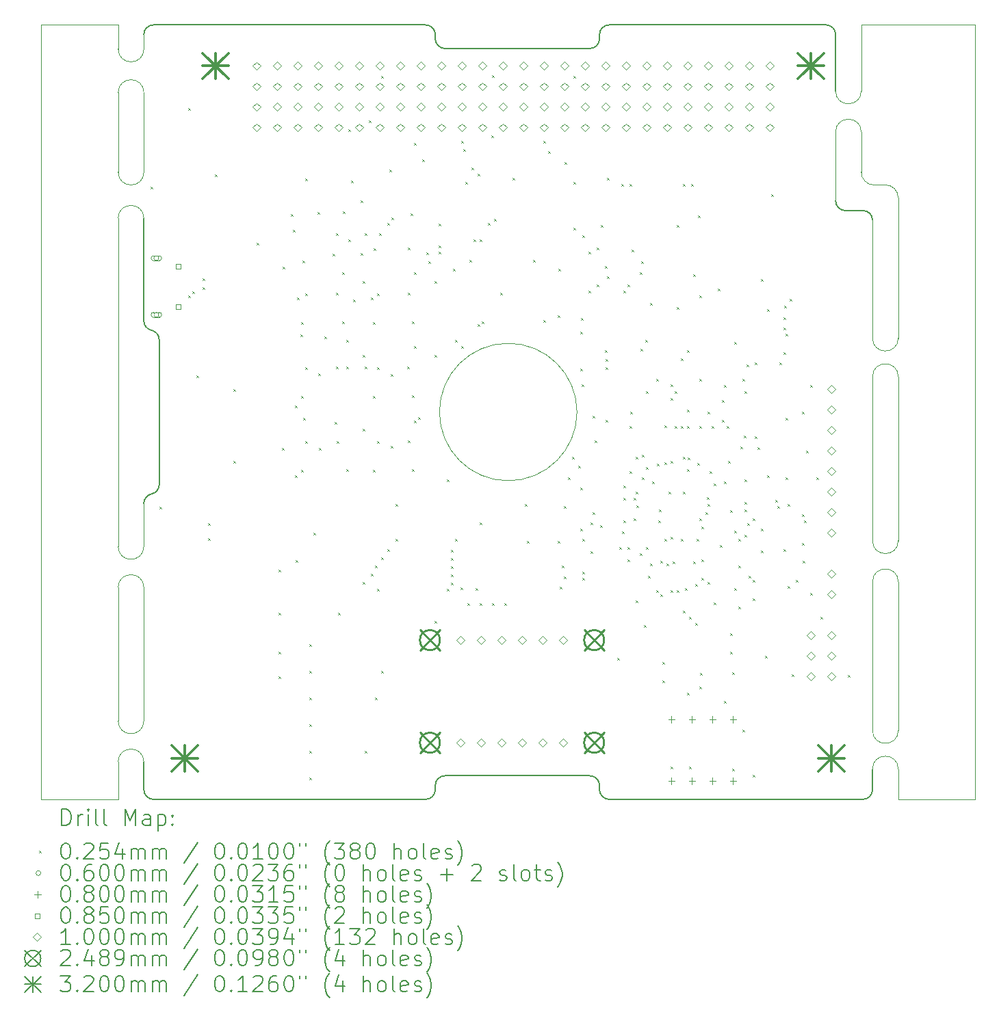
<source format=gbr>
%TF.GenerationSoftware,KiCad,Pcbnew,8.0.1*%
%TF.CreationDate,2024-05-29T09:56:29-04:00*%
%TF.ProjectId,Avionics_Board,4176696f-6e69-4637-935f-426f6172642e,rev?*%
%TF.SameCoordinates,PX40311b0PY93281e8*%
%TF.FileFunction,Drillmap*%
%TF.FilePolarity,Positive*%
%FSLAX45Y45*%
G04 Gerber Fmt 4.5, Leading zero omitted, Abs format (unit mm)*
G04 Created by KiCad (PCBNEW 8.0.1) date 2024-05-29 09:56:29*
%MOMM*%
%LPD*%
G01*
G04 APERTURE LIST*
%ADD10C,0.100000*%
%ADD11C,0.200000*%
%ADD12C,0.248920*%
%ADD13C,0.320000*%
G04 APERTURE END LIST*
D10*
X8509000Y344170D02*
X8509000Y2185670D01*
X-825500Y-44298D02*
X-825500Y-508000D01*
D11*
X-508000Y-388620D02*
X-508000Y-44298D01*
D10*
X8051800Y7754620D02*
G75*
G02*
X8369300Y7754620I158750J0D01*
G01*
D11*
X5130500Y8907780D02*
G75*
G02*
X5011120Y8788400I-119380J0D01*
G01*
X-317500Y3389630D02*
G75*
G02*
X-412750Y3272714I-119380J0D01*
G01*
X8389620Y-508000D02*
X5249880Y-508000D01*
X8051800Y8262620D02*
X8051800Y8961120D01*
D10*
X8826500Y5201920D02*
G75*
G02*
X8509000Y5201920I-158750J0D01*
G01*
X-825500Y9080500D02*
X-825500Y8961120D01*
D11*
X5011120Y8788400D02*
X3217880Y8788400D01*
D10*
X-508000Y2622702D02*
G75*
G02*
X-825500Y2622702I-158750J0D01*
G01*
X-508000Y463702D02*
G75*
G02*
X-825500Y463702I-158750J0D01*
G01*
D11*
X-317500Y5182870D02*
X-317500Y3389630D01*
X5130500Y8961120D02*
G75*
G02*
X5249880Y9080500I119380J0D01*
G01*
D10*
X-825500Y9080500D02*
X-1778000Y9080500D01*
D11*
X-412750Y5299786D02*
G75*
G02*
X-507998Y5416702I24130J116914D01*
G01*
D10*
X-1778000Y9080500D02*
X-1778000Y8961120D01*
D11*
X3217880Y8788400D02*
G75*
G02*
X3098500Y8907780I0J119380D01*
G01*
X-508000Y5416702D02*
X-508000Y6686702D01*
D10*
X8509000Y4725670D02*
G75*
G02*
X8826500Y4725670I158750J0D01*
G01*
X8369300Y8262620D02*
G75*
G02*
X8051800Y8262620I-158750J0D01*
G01*
X8509000Y5201920D02*
X8509000Y6662420D01*
X8826500Y2693670D02*
G75*
G02*
X8509000Y2693670I-158750J0D01*
G01*
X-825500Y463702D02*
X-825500Y2114702D01*
X-825500Y2622702D02*
X-825500Y6686702D01*
X-825500Y2114702D02*
G75*
G02*
X-508000Y2114702I158750J0D01*
G01*
D11*
X8509000Y-132080D02*
X8509000Y-388620D01*
D10*
X-508000Y7258202D02*
X-508000Y8242452D01*
X-508000Y463702D02*
X-508000Y2114702D01*
D11*
X-388620Y9080500D02*
X2979120Y9080500D01*
D10*
X-508000Y7258202D02*
G75*
G02*
X-825500Y7258202I-158750J0D01*
G01*
X8525216Y7099325D02*
G75*
G02*
X8369295Y7258050I1404J157325D01*
G01*
X8051800Y7754620D02*
X8051800Y6901180D01*
D11*
X-412750Y5299786D02*
G75*
G02*
X-317500Y5182870I-24130J-116916D01*
G01*
D10*
X-825500Y8782202D02*
X-825500Y8961120D01*
X8509000Y-132080D02*
G75*
G02*
X8826500Y-132080I158750J0D01*
G01*
X8826500Y344170D02*
G75*
G02*
X8509000Y344170I-158750J0D01*
G01*
X8369300Y7754620D02*
X8369300Y7258050D01*
D11*
X-388620Y-508000D02*
G75*
G02*
X-508000Y-388620I0J119380D01*
G01*
D10*
X-825500Y7258202D02*
X-825500Y8242452D01*
D11*
X2979120Y-508000D02*
X-388620Y-508000D01*
X3098500Y-335280D02*
G75*
G02*
X3217880Y-215900I119380J0D01*
G01*
D10*
X-1778000Y8961120D02*
X-1778000Y-508000D01*
D11*
X5249880Y-508000D02*
G75*
G02*
X5130500Y-388620I0J119380D01*
G01*
X2979120Y9080500D02*
G75*
G02*
X3098500Y8961120I0J-119380D01*
G01*
D10*
X8826500Y344170D02*
X8826500Y2185670D01*
D11*
X3098500Y8907780D02*
X3098500Y8961120D01*
D10*
X8826500Y-508000D02*
X9779000Y-508000D01*
X8826500Y-508000D02*
X8826500Y-132080D01*
X4851900Y4287500D02*
G75*
G02*
X3150100Y4287500I-850900J0D01*
G01*
X3150100Y4287500D02*
G75*
G02*
X4851900Y4287500I850900J0D01*
G01*
X8667750Y7099569D02*
X8525216Y7099325D01*
D11*
X8389620Y6781800D02*
X8171180Y6781800D01*
D10*
X-825500Y-44298D02*
G75*
G02*
X-508000Y-44298I158750J0D01*
G01*
D11*
X5249880Y9080500D02*
X7932420Y9080500D01*
D10*
X-508000Y8782202D02*
X-508000Y8961120D01*
D11*
X8509000Y-388620D02*
G75*
G02*
X8389620Y-508000I-119380J0D01*
G01*
D10*
X-825500Y-508000D02*
X-1778000Y-508000D01*
D11*
X5130500Y8961120D02*
X5130500Y8907780D01*
X-508000Y3155798D02*
G75*
G02*
X-412750Y3272716I119380J2D01*
G01*
X7932420Y9080500D02*
G75*
G02*
X8051800Y8961120I0J-119380D01*
G01*
D10*
X-508000Y8782202D02*
G75*
G02*
X-825500Y8782202I-158750J0D01*
G01*
D11*
X3217880Y-215900D02*
X5011120Y-215900D01*
X3098500Y-388620D02*
X3098500Y-335280D01*
X5130500Y-335280D02*
X5130500Y-388620D01*
D10*
X8826500Y5201920D02*
X8826500Y6940819D01*
X8509000Y2185670D02*
G75*
G02*
X8826500Y2185670I158750J0D01*
G01*
X9779000Y-508000D02*
X9779000Y9080500D01*
X8509000Y2693670D02*
X8509000Y4725670D01*
D11*
X3098500Y-388620D02*
G75*
G02*
X2979120Y-508000I-119380J0D01*
G01*
X-508000Y8961120D02*
G75*
G02*
X-388620Y9080500I119380J0D01*
G01*
X5011120Y-215900D02*
G75*
G02*
X5130500Y-335280I0J-119380D01*
G01*
X8389620Y6781800D02*
G75*
G02*
X8509000Y6662420I0J-119380D01*
G01*
D10*
X-508000Y2622702D02*
X-508000Y3155798D01*
X8369300Y9080500D02*
X9779000Y9080500D01*
X8369300Y8961120D02*
X8369300Y9080500D01*
X8826500Y2693670D02*
X8826500Y4725670D01*
X-825500Y8242452D02*
G75*
G02*
X-508000Y8242452I158750J0D01*
G01*
X-825500Y6686702D02*
G75*
G02*
X-508000Y6686702I158750J0D01*
G01*
X8369300Y8961120D02*
X8369300Y8262620D01*
D11*
X8171180Y6781800D02*
G75*
G02*
X8051800Y6901180I0J119380D01*
G01*
D10*
X8667750Y7099569D02*
G75*
G02*
X8826499Y6940819I0J-158749D01*
G01*
D11*
D10*
X-428407Y7076096D02*
X-403007Y7050696D01*
X-403007Y7076096D02*
X-428407Y7050696D01*
X-311157Y3116646D02*
X-285757Y3091246D01*
X-285757Y3116646D02*
X-311157Y3091246D01*
X38100Y8051800D02*
X63500Y8026400D01*
X63500Y8051800D02*
X38100Y8026400D01*
X38100Y5727200D02*
X63500Y5701800D01*
X63500Y5727200D02*
X38100Y5701800D01*
X88900Y5778000D02*
X114300Y5752600D01*
X114300Y5778000D02*
X88900Y5752600D01*
X139700Y4736600D02*
X165100Y4711200D01*
X165100Y4736600D02*
X139700Y4711200D01*
X215900Y5943600D02*
X241300Y5918200D01*
X241300Y5943600D02*
X215900Y5918200D01*
X215900Y5829300D02*
X241300Y5803900D01*
X241300Y5829300D02*
X215900Y5803900D01*
X285743Y2913446D02*
X311143Y2888046D01*
X311143Y2913446D02*
X285743Y2888046D01*
X285743Y2722946D02*
X311143Y2697546D01*
X311143Y2722946D02*
X285743Y2697546D01*
X374643Y7231446D02*
X400043Y7206046D01*
X400043Y7231446D02*
X374643Y7206046D01*
X596900Y4572000D02*
X622300Y4546600D01*
X622300Y4572000D02*
X596900Y4546600D01*
X596900Y3683000D02*
X622300Y3657600D01*
X622300Y3683000D02*
X596900Y3657600D01*
X886500Y6385600D02*
X911900Y6360200D01*
X911900Y6385600D02*
X886500Y6360200D01*
X1155700Y2336800D02*
X1181100Y2311400D01*
X1181100Y2336800D02*
X1155700Y2311400D01*
X1155700Y1803400D02*
X1181100Y1778000D01*
X1181100Y1803400D02*
X1155700Y1778000D01*
X1155700Y1320800D02*
X1181100Y1295400D01*
X1181100Y1320800D02*
X1155700Y1295400D01*
X1155700Y1016000D02*
X1181100Y990600D01*
X1181100Y1016000D02*
X1155700Y990600D01*
X1200143Y3840546D02*
X1225543Y3815146D01*
X1225543Y3840546D02*
X1200143Y3815146D01*
X1206500Y6088446D02*
X1231900Y6063046D01*
X1231900Y6088446D02*
X1206500Y6063046D01*
X1314443Y6736146D02*
X1339843Y6710746D01*
X1339843Y6736146D02*
X1314443Y6710746D01*
X1333500Y6545646D02*
X1358900Y6520246D01*
X1358900Y6545646D02*
X1333500Y6520246D01*
X1358900Y4368800D02*
X1384300Y4343400D01*
X1384300Y4368800D02*
X1358900Y4343400D01*
X1358900Y3505200D02*
X1384300Y3479800D01*
X1384300Y3505200D02*
X1358900Y3479800D01*
X1371600Y2451100D02*
X1397000Y2425700D01*
X1397000Y2451100D02*
X1371600Y2425700D01*
X1384300Y5701800D02*
X1409700Y5676400D01*
X1409700Y5701800D02*
X1384300Y5676400D01*
X1428743Y5250246D02*
X1454143Y5224846D01*
X1454143Y5250246D02*
X1428743Y5224846D01*
X1435100Y5397000D02*
X1460500Y5371600D01*
X1460500Y5397000D02*
X1435100Y5371600D01*
X1435100Y4482600D02*
X1460500Y4457200D01*
X1460500Y4482600D02*
X1435100Y4457200D01*
X1435100Y3568200D02*
X1460500Y3542800D01*
X1460500Y3568200D02*
X1435100Y3542800D01*
X1454143Y6164646D02*
X1479543Y6139246D01*
X1479543Y6164646D02*
X1454143Y6139246D01*
X1460500Y4216400D02*
X1485900Y4191000D01*
X1485900Y4216400D02*
X1460500Y4191000D01*
X1485900Y7175000D02*
X1511300Y7149600D01*
X1511300Y7175000D02*
X1485900Y7149600D01*
X1485900Y5752600D02*
X1511300Y5727200D01*
X1511300Y5752600D02*
X1485900Y5727200D01*
X1485900Y4838200D02*
X1511300Y4812800D01*
X1511300Y4838200D02*
X1485900Y4812800D01*
X1485900Y3923800D02*
X1511300Y3898400D01*
X1511300Y3923800D02*
X1485900Y3898400D01*
X1536700Y1409200D02*
X1562100Y1383800D01*
X1562100Y1409200D02*
X1536700Y1383800D01*
X1536700Y1079000D02*
X1562100Y1053600D01*
X1562100Y1079000D02*
X1536700Y1053600D01*
X1536700Y748800D02*
X1562100Y723400D01*
X1562100Y748800D02*
X1536700Y723400D01*
X1536700Y418600D02*
X1562100Y393200D01*
X1562100Y418600D02*
X1536700Y393200D01*
X1536700Y88400D02*
X1562100Y63000D01*
X1562100Y88400D02*
X1536700Y63000D01*
X1536700Y-241800D02*
X1562100Y-267200D01*
X1562100Y-241800D02*
X1536700Y-267200D01*
X1587500Y2794000D02*
X1612900Y2768600D01*
X1612900Y2794000D02*
X1587500Y2768600D01*
X1644643Y6761546D02*
X1670043Y6736146D01*
X1670043Y6761546D02*
X1644643Y6736146D01*
X1645601Y4769301D02*
X1671001Y4743901D01*
X1671001Y4769301D02*
X1645601Y4743901D01*
X1660602Y3844502D02*
X1686002Y3819102D01*
X1686002Y3844502D02*
X1660602Y3819102D01*
X1727200Y5219700D02*
X1752600Y5194300D01*
X1752600Y5219700D02*
X1727200Y5194300D01*
X1828433Y6248401D02*
X1853833Y6223001D01*
X1853833Y6248401D02*
X1828433Y6223001D01*
X1854200Y4165600D02*
X1879600Y4140200D01*
X1879600Y4165600D02*
X1854200Y4140200D01*
X1866900Y6502400D02*
X1892300Y6477000D01*
X1892300Y6502400D02*
X1866900Y6477000D01*
X1866900Y5765800D02*
X1892300Y5740400D01*
X1892300Y5765800D02*
X1866900Y5740400D01*
X1866900Y4851400D02*
X1892300Y4826000D01*
X1892300Y4851400D02*
X1866900Y4826000D01*
X1873941Y3926864D02*
X1899341Y3901464D01*
X1899341Y3926864D02*
X1873941Y3901464D01*
X1892300Y1803400D02*
X1917700Y1778000D01*
X1917700Y1803400D02*
X1892300Y1778000D01*
X1943100Y6019800D02*
X1968500Y5994400D01*
X1968500Y6019800D02*
X1943100Y5994400D01*
X1943100Y5410200D02*
X1968500Y5384800D01*
X1968500Y5410200D02*
X1943100Y5384800D01*
X1955000Y6769900D02*
X1980400Y6744500D01*
X1980400Y6769900D02*
X1955000Y6744500D01*
X1993900Y5181600D02*
X2019300Y5156200D01*
X2019300Y5181600D02*
X1993900Y5156200D01*
X1993900Y4851400D02*
X2019300Y4826000D01*
X2019300Y4851400D02*
X1993900Y4826000D01*
X1993900Y3581400D02*
X2019300Y3556000D01*
X2019300Y3581400D02*
X1993900Y3556000D01*
X2019300Y7785100D02*
X2044700Y7759700D01*
X2044700Y7785100D02*
X2019300Y7759700D01*
X2019300Y6426200D02*
X2044700Y6400800D01*
X2044700Y6426200D02*
X2019300Y6400800D01*
X2057400Y7150100D02*
X2082800Y7124700D01*
X2082800Y7150100D02*
X2057400Y7124700D01*
X2082800Y5676900D02*
X2108200Y5651500D01*
X2108200Y5676900D02*
X2082800Y5651500D01*
X2171468Y6253729D02*
X2196868Y6228329D01*
X2196868Y6253729D02*
X2171468Y6228329D01*
X2171700Y6908800D02*
X2197100Y6883400D01*
X2197100Y6908800D02*
X2171700Y6883400D01*
X2197100Y5905000D02*
X2222500Y5879600D01*
X2222500Y5905000D02*
X2197100Y5879600D01*
X2197100Y4990600D02*
X2222500Y4965200D01*
X2222500Y4990600D02*
X2197100Y4965200D01*
X2197100Y4076200D02*
X2222500Y4050800D01*
X2222500Y4076200D02*
X2197100Y4050800D01*
X2197100Y2184400D02*
X2222500Y2159000D01*
X2222500Y2184400D02*
X2197100Y2159000D01*
X2222500Y6502400D02*
X2247900Y6477000D01*
X2247900Y6502400D02*
X2222500Y6477000D01*
X2222500Y4851400D02*
X2247900Y4826000D01*
X2247900Y4851400D02*
X2222500Y4826000D01*
X2222500Y88400D02*
X2247900Y63000D01*
X2247900Y88400D02*
X2222500Y63000D01*
X2273300Y7899400D02*
X2298700Y7874000D01*
X2298700Y7899400D02*
X2273300Y7874000D01*
X2298700Y5701800D02*
X2324100Y5676400D01*
X2324100Y5701800D02*
X2298700Y5676400D01*
X2298700Y2286000D02*
X2324100Y2260600D01*
X2324100Y2286000D02*
X2298700Y2260600D01*
X2324100Y5397000D02*
X2349500Y5371600D01*
X2349500Y5397000D02*
X2324100Y5371600D01*
X2324100Y4482600D02*
X2349500Y4457200D01*
X2349500Y4482600D02*
X2324100Y4457200D01*
X2324100Y3568200D02*
X2349500Y3542800D01*
X2349500Y3568200D02*
X2324100Y3542800D01*
X2336433Y6311901D02*
X2361833Y6286501D01*
X2361833Y6311901D02*
X2336433Y6286501D01*
X2349500Y2387600D02*
X2374900Y2362200D01*
X2374900Y2387600D02*
X2349500Y2362200D01*
X2349500Y748800D02*
X2374900Y723400D01*
X2374900Y748800D02*
X2349500Y723400D01*
X2374900Y5752600D02*
X2400300Y5727200D01*
X2400300Y5752600D02*
X2374900Y5727200D01*
X2374900Y4838200D02*
X2400300Y4812800D01*
X2400300Y4838200D02*
X2374900Y4812800D01*
X2374900Y3923800D02*
X2400300Y3898400D01*
X2400300Y3923800D02*
X2374900Y3898400D01*
X2374900Y2095500D02*
X2400300Y2070100D01*
X2400300Y2095500D02*
X2374900Y2070100D01*
X2400300Y6502400D02*
X2425700Y6477000D01*
X2425700Y6502400D02*
X2400300Y6477000D01*
X2425700Y2489200D02*
X2451100Y2463800D01*
X2451100Y2489200D02*
X2425700Y2463800D01*
X2425700Y1079000D02*
X2451100Y1053600D01*
X2451100Y1079000D02*
X2425700Y1053600D01*
X2432043Y8450646D02*
X2457443Y8425246D01*
X2457443Y8450646D02*
X2432043Y8425246D01*
X2501900Y6626200D02*
X2527300Y6600800D01*
X2527300Y6626200D02*
X2501900Y6600800D01*
X2501900Y2590800D02*
X2527300Y2565400D01*
X2527300Y2590800D02*
X2501900Y2565400D01*
X2527300Y7289800D02*
X2552700Y7264400D01*
X2552700Y7289800D02*
X2527300Y7264400D01*
X2549602Y4758902D02*
X2575002Y4733502D01*
X2575002Y4758902D02*
X2549602Y4733502D01*
X2549602Y3869902D02*
X2575002Y3844502D01*
X2575002Y3869902D02*
X2549602Y3844502D01*
X2552700Y6692400D02*
X2578100Y6667000D01*
X2578100Y6692400D02*
X2552700Y6667000D01*
X2603500Y3149600D02*
X2628900Y3124200D01*
X2628900Y3149600D02*
X2603500Y3124200D01*
X2603500Y2717800D02*
X2628900Y2692400D01*
X2628900Y2717800D02*
X2603500Y2692400D01*
X2753900Y4849400D02*
X2779300Y4824000D01*
X2779300Y4849400D02*
X2753900Y4824000D01*
X2755533Y6324601D02*
X2780933Y6299201D01*
X2780933Y6324601D02*
X2755533Y6299201D01*
X2755900Y5765800D02*
X2781300Y5740400D01*
X2781300Y5765800D02*
X2755900Y5740400D01*
X2755900Y3937000D02*
X2781300Y3911600D01*
X2781300Y3937000D02*
X2755900Y3911600D01*
X2789552Y6743700D02*
X2814952Y6718300D01*
X2814952Y6743700D02*
X2789552Y6718300D01*
X2806700Y5410200D02*
X2832100Y5384800D01*
X2832100Y5410200D02*
X2806700Y5384800D01*
X2806700Y4495800D02*
X2832100Y4470400D01*
X2832100Y4495800D02*
X2806700Y4470400D01*
X2806700Y3581400D02*
X2832100Y3556000D01*
X2832100Y3581400D02*
X2806700Y3556000D01*
X2830800Y5106700D02*
X2856200Y5081300D01*
X2856200Y5106700D02*
X2830800Y5081300D01*
X2832100Y7620000D02*
X2857500Y7594600D01*
X2857500Y7620000D02*
X2832100Y7594600D01*
X2832100Y6019800D02*
X2857500Y5994400D01*
X2857500Y6019800D02*
X2832100Y5994400D01*
X2832100Y4178300D02*
X2857500Y4152900D01*
X2857500Y4178300D02*
X2832100Y4152900D01*
X2881650Y4227850D02*
X2907050Y4202450D01*
X2907050Y4227850D02*
X2881650Y4202450D01*
X2933700Y7416800D02*
X2959100Y7391400D01*
X2959100Y7416800D02*
X2933700Y7391400D01*
X2990843Y6266246D02*
X3016243Y6240846D01*
X3016243Y6266246D02*
X2990843Y6240846D01*
X3016243Y6151946D02*
X3041643Y6126546D01*
X3041643Y6151946D02*
X3016243Y6126546D01*
X3086100Y5905000D02*
X3111500Y5879600D01*
X3111500Y5905000D02*
X3086100Y5879600D01*
X3086100Y4990600D02*
X3111500Y4965200D01*
X3111500Y4990600D02*
X3086100Y4965200D01*
X3092443Y1701800D02*
X3117843Y1676400D01*
X3117843Y1701800D02*
X3092443Y1676400D01*
X3136900Y6616200D02*
X3162300Y6590800D01*
X3162300Y6616200D02*
X3136900Y6590800D01*
X3136900Y6350000D02*
X3162300Y6324600D01*
X3162300Y6350000D02*
X3136900Y6324600D01*
X3136900Y6273800D02*
X3162300Y6248400D01*
X3162300Y6273800D02*
X3136900Y6248400D01*
X3238500Y3454400D02*
X3263900Y3429000D01*
X3263900Y3454400D02*
X3238500Y3429000D01*
X3238500Y2095500D02*
X3263900Y2070100D01*
X3263900Y2095500D02*
X3238500Y2070100D01*
X3289300Y2577600D02*
X3314700Y2552200D01*
X3314700Y2577600D02*
X3289300Y2552200D01*
X3289300Y2476000D02*
X3314700Y2450600D01*
X3314700Y2476000D02*
X3289300Y2450600D01*
X3289300Y2374400D02*
X3314700Y2349000D01*
X3314700Y2374400D02*
X3289300Y2349000D01*
X3289300Y2272800D02*
X3314700Y2247400D01*
X3314700Y2272800D02*
X3289300Y2247400D01*
X3289300Y2171200D02*
X3314700Y2145800D01*
X3314700Y2171200D02*
X3289300Y2145800D01*
X3320210Y6060323D02*
X3345610Y6034923D01*
X3345610Y6060323D02*
X3320210Y6034923D01*
X3340100Y5181600D02*
X3365500Y5156200D01*
X3365500Y5181600D02*
X3340100Y5156200D01*
X3340100Y2717800D02*
X3365500Y2692400D01*
X3365500Y2717800D02*
X3340100Y2692400D01*
X3410000Y2114500D02*
X3435400Y2089100D01*
X3435400Y2114500D02*
X3410000Y2089100D01*
X3416300Y7645400D02*
X3441700Y7620000D01*
X3441700Y7645400D02*
X3416300Y7620000D01*
X3416300Y5105400D02*
X3441700Y5080000D01*
X3441700Y5105400D02*
X3416300Y5080000D01*
X3441700Y7543800D02*
X3467100Y7518400D01*
X3467100Y7543800D02*
X3441700Y7518400D01*
X3467100Y7137400D02*
X3492500Y7112000D01*
X3492500Y7137400D02*
X3467100Y7112000D01*
X3492500Y1917200D02*
X3517900Y1891800D01*
X3517900Y1917200D02*
X3492500Y1891800D01*
X3517900Y6172200D02*
X3543300Y6146800D01*
X3543300Y6172200D02*
X3517900Y6146800D01*
X3543300Y7315200D02*
X3568700Y7289800D01*
X3568700Y7315200D02*
X3543300Y7289800D01*
X3568700Y6426200D02*
X3594100Y6400800D01*
X3594100Y6426200D02*
X3568700Y6400800D01*
X3594100Y2108200D02*
X3619500Y2082800D01*
X3619500Y2108200D02*
X3594100Y2082800D01*
X3619500Y7239000D02*
X3644900Y7213600D01*
X3644900Y7239000D02*
X3619500Y7213600D01*
X3619500Y5372100D02*
X3644900Y5346700D01*
X3644900Y5372100D02*
X3619500Y5346700D01*
X3644900Y6426200D02*
X3670300Y6400800D01*
X3670300Y6426200D02*
X3644900Y6400800D01*
X3644900Y2921000D02*
X3670300Y2895600D01*
X3670300Y2921000D02*
X3644900Y2895600D01*
X3644900Y1917200D02*
X3670300Y1891800D01*
X3670300Y1917200D02*
X3644900Y1891800D01*
X3673077Y5411781D02*
X3698477Y5386381D01*
X3698477Y5411781D02*
X3673077Y5386381D01*
X3746500Y6629400D02*
X3771900Y6604000D01*
X3771900Y6629400D02*
X3746500Y6604000D01*
X3793351Y7712849D02*
X3818751Y7687449D01*
X3818751Y7712849D02*
X3793351Y7687449D01*
X3797300Y8458200D02*
X3822700Y8432800D01*
X3822700Y8458200D02*
X3797300Y8432800D01*
X3797300Y1917200D02*
X3822700Y1891800D01*
X3822700Y1917200D02*
X3797300Y1891800D01*
X3822700Y6680200D02*
X3848100Y6654800D01*
X3848100Y6680200D02*
X3822700Y6654800D01*
X3898900Y5765800D02*
X3924300Y5740400D01*
X3924300Y5765800D02*
X3898900Y5740400D01*
X3949700Y1917200D02*
X3975100Y1891800D01*
X3975100Y1917200D02*
X3949700Y1891800D01*
X4051300Y7188200D02*
X4076700Y7162800D01*
X4076700Y7188200D02*
X4051300Y7162800D01*
X4203700Y3149600D02*
X4229100Y3124200D01*
X4229100Y3149600D02*
X4203700Y3124200D01*
X4229100Y2692400D02*
X4254500Y2667000D01*
X4254500Y2692400D02*
X4229100Y2667000D01*
X4305300Y6172200D02*
X4330700Y6146800D01*
X4330700Y6172200D02*
X4305300Y6146800D01*
X4432300Y7645400D02*
X4457700Y7620000D01*
X4457700Y7645400D02*
X4432300Y7620000D01*
X4432300Y5422900D02*
X4457700Y5397500D01*
X4457700Y5422900D02*
X4432300Y5397500D01*
X4495800Y7518400D02*
X4521200Y7493000D01*
X4521200Y7518400D02*
X4495800Y7493000D01*
X4610100Y5486400D02*
X4635500Y5461000D01*
X4635500Y5486400D02*
X4610100Y5461000D01*
X4610100Y2692400D02*
X4635500Y2667000D01*
X4635500Y2692400D02*
X4610100Y2667000D01*
X4618909Y6064434D02*
X4644309Y6039034D01*
X4644309Y6064434D02*
X4618909Y6039034D01*
X4635500Y2120400D02*
X4660900Y2095000D01*
X4660900Y2120400D02*
X4635500Y2095000D01*
X4660900Y2387600D02*
X4686300Y2362200D01*
X4686300Y2387600D02*
X4660900Y2362200D01*
X4686300Y3124200D02*
X4711700Y3098800D01*
X4711700Y3124200D02*
X4686300Y3098800D01*
X4686300Y2247400D02*
X4711700Y2222000D01*
X4711700Y2247400D02*
X4686300Y2222000D01*
X4698500Y7378200D02*
X4723900Y7352800D01*
X4723900Y7378200D02*
X4698500Y7352800D01*
X4737100Y3479800D02*
X4762500Y3454400D01*
X4762500Y3479800D02*
X4737100Y3454400D01*
X4787900Y3733800D02*
X4813300Y3708400D01*
X4813300Y3733800D02*
X4787900Y3708400D01*
X4806943Y8450646D02*
X4832343Y8425246D01*
X4832343Y8450646D02*
X4806943Y8425246D01*
X4806943Y7137400D02*
X4832343Y7112000D01*
X4832343Y7137400D02*
X4806943Y7112000D01*
X4806943Y6571046D02*
X4832343Y6545646D01*
X4832343Y6571046D02*
X4806943Y6545646D01*
X4864100Y3619500D02*
X4889500Y3594100D01*
X4889500Y3619500D02*
X4864100Y3594100D01*
X4889500Y5283200D02*
X4914900Y5257800D01*
X4914900Y5283200D02*
X4889500Y5257800D01*
X4889500Y4826000D02*
X4914900Y4800600D01*
X4914900Y4826000D02*
X4889500Y4800600D01*
X4889500Y3352800D02*
X4914900Y3327400D01*
X4914900Y3352800D02*
X4889500Y3327400D01*
X4889500Y2844800D02*
X4914900Y2819400D01*
X4914900Y2844800D02*
X4889500Y2819400D01*
X4902700Y5447800D02*
X4928100Y5422400D01*
X4928100Y5447800D02*
X4902700Y5422400D01*
X4908543Y4627946D02*
X4933943Y4602546D01*
X4933943Y4627946D02*
X4908543Y4602546D01*
X4914900Y6477000D02*
X4940300Y6451600D01*
X4940300Y6477000D02*
X4914900Y6451600D01*
X4914900Y2717800D02*
X4940300Y2692400D01*
X4940300Y2717800D02*
X4914900Y2692400D01*
X4914900Y2311400D02*
X4940300Y2286000D01*
X4940300Y2311400D02*
X4914900Y2286000D01*
X4914900Y2235200D02*
X4940300Y2209800D01*
X4940300Y2235200D02*
X4914900Y2209800D01*
X4991100Y6273800D02*
X5016500Y6248400D01*
X5016500Y6273800D02*
X4991100Y6248400D01*
X4991100Y5791200D02*
X5016500Y5765800D01*
X5016500Y5791200D02*
X4991100Y5765800D01*
X5016500Y2921000D02*
X5041900Y2895600D01*
X5041900Y2921000D02*
X5016500Y2895600D01*
X5016500Y2565400D02*
X5041900Y2540000D01*
X5041900Y2565400D02*
X5016500Y2540000D01*
X5041900Y4241800D02*
X5067300Y4216400D01*
X5067300Y4241800D02*
X5041900Y4216400D01*
X5041900Y3048000D02*
X5067300Y3022600D01*
X5067300Y3048000D02*
X5041900Y3022600D01*
X5067300Y3937000D02*
X5092700Y3911600D01*
X5092700Y3937000D02*
X5067300Y3911600D01*
X5092700Y6324600D02*
X5118100Y6299200D01*
X5118100Y6324600D02*
X5092700Y6299200D01*
X5092700Y5867400D02*
X5118100Y5842000D01*
X5118100Y5867400D02*
X5092700Y5842000D01*
X5137200Y2889300D02*
X5162600Y2863900D01*
X5162600Y2889300D02*
X5137200Y2863900D01*
X5143500Y6604000D02*
X5168900Y6578600D01*
X5168900Y6604000D02*
X5143500Y6578600D01*
X5194300Y6092800D02*
X5219700Y6067400D01*
X5219700Y6092800D02*
X5194300Y6067400D01*
X5194300Y5051400D02*
X5219700Y5026000D01*
X5219700Y5051400D02*
X5194300Y5026000D01*
X5207000Y4838700D02*
X5232400Y4813300D01*
X5232400Y4838700D02*
X5207000Y4813300D01*
X5207000Y4191000D02*
X5232400Y4165600D01*
X5232400Y4191000D02*
X5207000Y4165600D01*
X5209700Y4939800D02*
X5235100Y4914400D01*
X5235100Y4939800D02*
X5209700Y4914400D01*
X5219700Y7188200D02*
X5245100Y7162800D01*
X5245100Y7188200D02*
X5219700Y7162800D01*
X5219700Y5965800D02*
X5245100Y5940400D01*
X5245100Y5965800D02*
X5219700Y5940400D01*
X5346700Y1244600D02*
X5372100Y1219200D01*
X5372100Y1244600D02*
X5346700Y1219200D01*
X5372100Y2616200D02*
X5397500Y2590800D01*
X5397500Y2616200D02*
X5372100Y2590800D01*
X5397500Y7112000D02*
X5422900Y7086600D01*
X5422900Y7112000D02*
X5397500Y7086600D01*
X5410248Y2806748D02*
X5435648Y2781348D01*
X5435648Y2806748D02*
X5410248Y2781348D01*
X5422900Y5791200D02*
X5448300Y5765800D01*
X5448300Y5791200D02*
X5422900Y5765800D01*
X5422900Y3378200D02*
X5448300Y3352800D01*
X5448300Y3378200D02*
X5422900Y3352800D01*
X5422900Y3225800D02*
X5448300Y3200400D01*
X5448300Y3225800D02*
X5422900Y3200400D01*
X5422900Y2946400D02*
X5448300Y2921000D01*
X5448300Y2946400D02*
X5422900Y2921000D01*
X5473700Y5867400D02*
X5499100Y5842000D01*
X5499100Y5867400D02*
X5473700Y5842000D01*
X5473700Y2616200D02*
X5499100Y2590800D01*
X5499100Y2616200D02*
X5473700Y2590800D01*
X5473700Y2463800D02*
X5499100Y2438400D01*
X5499100Y2463800D02*
X5473700Y2438400D01*
X5499100Y7112000D02*
X5524500Y7086600D01*
X5524500Y7112000D02*
X5499100Y7086600D01*
X5499100Y4114800D02*
X5524500Y4089400D01*
X5524500Y4114800D02*
X5499100Y4089400D01*
X5499100Y3556000D02*
X5524500Y3530600D01*
X5524500Y3556000D02*
X5499100Y3530600D01*
X5511800Y4292600D02*
X5537200Y4267200D01*
X5537200Y4292600D02*
X5511800Y4267200D01*
X5524500Y6299200D02*
X5549900Y6273800D01*
X5549900Y6299200D02*
X5524500Y6273800D01*
X5549900Y3225800D02*
X5575300Y3200400D01*
X5575300Y3225800D02*
X5549900Y3200400D01*
X5549900Y2971800D02*
X5575300Y2946400D01*
X5575300Y2971800D02*
X5549900Y2946400D01*
X5575300Y3733800D02*
X5600700Y3708400D01*
X5600700Y3733800D02*
X5575300Y3708400D01*
X5575300Y3302000D02*
X5600700Y3276600D01*
X5600700Y3302000D02*
X5575300Y3276600D01*
X5575300Y1955800D02*
X5600700Y1930400D01*
X5600700Y1955800D02*
X5575300Y1930400D01*
X5585500Y3134400D02*
X5610900Y3109000D01*
X5610900Y3134400D02*
X5585500Y3109000D01*
X5626100Y6019800D02*
X5651500Y5994400D01*
X5651500Y6019800D02*
X5626100Y5994400D01*
X5626100Y2540000D02*
X5651500Y2514600D01*
X5651500Y2540000D02*
X5626100Y2514600D01*
X5639300Y5066800D02*
X5664700Y5041400D01*
X5664700Y5066800D02*
X5639300Y5041400D01*
X5645150Y6153150D02*
X5670550Y6127750D01*
X5670550Y6153150D02*
X5645150Y6127750D01*
X5651500Y3759200D02*
X5676900Y3733800D01*
X5676900Y3759200D02*
X5651500Y3733800D01*
X5651500Y3479800D02*
X5676900Y3454400D01*
X5676900Y3479800D02*
X5651500Y3454400D01*
X5676900Y1651000D02*
X5702300Y1625600D01*
X5702300Y1651000D02*
X5676900Y1625600D01*
X5699364Y5181600D02*
X5724764Y5156200D01*
X5724764Y5181600D02*
X5699364Y5156200D01*
X5702300Y4546600D02*
X5727700Y4521200D01*
X5727700Y4546600D02*
X5702300Y4521200D01*
X5702300Y3606800D02*
X5727700Y3581400D01*
X5727700Y3606800D02*
X5702300Y3581400D01*
X5702300Y2616200D02*
X5727700Y2590800D01*
X5727700Y2616200D02*
X5702300Y2590800D01*
X5727700Y2260600D02*
X5753100Y2235200D01*
X5753100Y2260600D02*
X5727700Y2235200D01*
X5753100Y5638800D02*
X5778500Y5613400D01*
X5778500Y5638800D02*
X5753100Y5613400D01*
X5753100Y2413000D02*
X5778500Y2387600D01*
X5778500Y2413000D02*
X5753100Y2387600D01*
X5778500Y3429000D02*
X5803900Y3403600D01*
X5803900Y3429000D02*
X5778500Y3403600D01*
X5829300Y4699000D02*
X5854700Y4673600D01*
X5854700Y4699000D02*
X5829300Y4673600D01*
X5829300Y2082800D02*
X5854700Y2057400D01*
X5854700Y2082800D02*
X5829300Y2057400D01*
X5842000Y3644900D02*
X5867400Y3619500D01*
X5867400Y3644900D02*
X5842000Y3619500D01*
X5854700Y2946400D02*
X5880100Y2921000D01*
X5880100Y2946400D02*
X5854700Y2921000D01*
X5865700Y3084400D02*
X5891100Y3059000D01*
X5891100Y3084400D02*
X5865700Y3059000D01*
X5880100Y2032000D02*
X5905500Y2006600D01*
X5905500Y2032000D02*
X5880100Y2006600D01*
X5884500Y2442800D02*
X5909900Y2417400D01*
X5909900Y2442800D02*
X5884500Y2417400D01*
X5905500Y1193800D02*
X5930900Y1168400D01*
X5930900Y1193800D02*
X5905500Y1168400D01*
X5905500Y965200D02*
X5930900Y939800D01*
X5930900Y965200D02*
X5905500Y939800D01*
X5930900Y4124960D02*
X5956300Y4099560D01*
X5956300Y4124960D02*
X5930900Y4099560D01*
X5930900Y2717800D02*
X5956300Y2692400D01*
X5956300Y2717800D02*
X5930900Y2692400D01*
X5934500Y3661200D02*
X5959900Y3635800D01*
X5959900Y3661200D02*
X5934500Y3635800D01*
X5956300Y2413000D02*
X5981700Y2387600D01*
X5981700Y2413000D02*
X5956300Y2387600D01*
X5981700Y3302000D02*
X6007100Y3276600D01*
X6007100Y3302000D02*
X5981700Y3276600D01*
X6007100Y3683000D02*
X6032500Y3657600D01*
X6032500Y3683000D02*
X6007100Y3657600D01*
X6007100Y2743200D02*
X6032500Y2717800D01*
X6032500Y2743200D02*
X6007100Y2717800D01*
X6007100Y2082800D02*
X6032500Y2057400D01*
X6032500Y2082800D02*
X6007100Y2057400D01*
X6008732Y-100997D02*
X6034132Y-126397D01*
X6034132Y-100997D02*
X6008732Y-126397D01*
X6013443Y4627946D02*
X6038843Y4602546D01*
X6038843Y4627946D02*
X6013443Y4602546D01*
X6013443Y4462846D02*
X6038843Y4437446D01*
X6038843Y4462846D02*
X6013443Y4437446D01*
X6032500Y2438400D02*
X6057900Y2413000D01*
X6057900Y2438400D02*
X6032500Y2413000D01*
X6057900Y4546600D02*
X6083300Y4521200D01*
X6083300Y4546600D02*
X6057900Y4521200D01*
X6057900Y4114800D02*
X6083300Y4089400D01*
X6083300Y4114800D02*
X6057900Y4089400D01*
X6083300Y6604000D02*
X6108700Y6578600D01*
X6108700Y6604000D02*
X6083300Y6578600D01*
X6083300Y5588000D02*
X6108700Y5562600D01*
X6108700Y5588000D02*
X6083300Y5562600D01*
X6083300Y2082800D02*
X6108700Y2057400D01*
X6108700Y2082800D02*
X6083300Y2057400D01*
X6134100Y4953000D02*
X6159500Y4927600D01*
X6159500Y4953000D02*
X6134100Y4927600D01*
X6134100Y4114800D02*
X6159500Y4089400D01*
X6159500Y4114800D02*
X6134100Y4089400D01*
X6134100Y2717800D02*
X6159500Y2692400D01*
X6159500Y2717800D02*
X6134100Y2692400D01*
X6159500Y7112000D02*
X6184900Y7086600D01*
X6184900Y7112000D02*
X6159500Y7086600D01*
X6159500Y3733800D02*
X6184900Y3708400D01*
X6184900Y3733800D02*
X6159500Y3708400D01*
X6159500Y3302000D02*
X6184900Y3276600D01*
X6184900Y3302000D02*
X6159500Y3276600D01*
X6159500Y1828800D02*
X6184900Y1803400D01*
X6184900Y1828800D02*
X6159500Y1803400D01*
X6184900Y2108200D02*
X6210300Y2082800D01*
X6210300Y2108200D02*
X6184900Y2082800D01*
X6210300Y5054600D02*
X6235700Y5029200D01*
X6235700Y5054600D02*
X6210300Y5029200D01*
X6210300Y4318000D02*
X6235700Y4292600D01*
X6235700Y4318000D02*
X6210300Y4292600D01*
X6210300Y4114800D02*
X6235700Y4089400D01*
X6235700Y4114800D02*
X6210300Y4089400D01*
X6210300Y3581400D02*
X6235700Y3556000D01*
X6235700Y3581400D02*
X6210300Y3556000D01*
X6210800Y812300D02*
X6236200Y786900D01*
X6236200Y812300D02*
X6210800Y786900D01*
X6223000Y3721100D02*
X6248400Y3695700D01*
X6248400Y3721100D02*
X6223000Y3695700D01*
X6235700Y1752600D02*
X6261100Y1727200D01*
X6261100Y1752600D02*
X6235700Y1727200D01*
X6235700Y-101600D02*
X6261100Y-127000D01*
X6261100Y-101600D02*
X6235700Y-127000D01*
X6261100Y7112000D02*
X6286500Y7086600D01*
X6286500Y7112000D02*
X6261100Y7086600D01*
X6286500Y5994400D02*
X6311900Y5969000D01*
X6311900Y5994400D02*
X6286500Y5969000D01*
X6286500Y2438400D02*
X6311900Y2413000D01*
X6311900Y2438400D02*
X6286500Y2413000D01*
X6311900Y2159000D02*
X6337300Y2133600D01*
X6337300Y2159000D02*
X6311900Y2133600D01*
X6311900Y1676400D02*
X6337300Y1651000D01*
X6337300Y1676400D02*
X6311900Y1651000D01*
X6334500Y2715000D02*
X6359900Y2689600D01*
X6359900Y2715000D02*
X6334500Y2689600D01*
X6337300Y3657600D02*
X6362700Y3632200D01*
X6362700Y3657600D02*
X6337300Y3632200D01*
X6350000Y6718300D02*
X6375400Y6692900D01*
X6375400Y6718300D02*
X6350000Y6692900D01*
X6362700Y5727700D02*
X6388100Y5702300D01*
X6388100Y5727700D02*
X6362700Y5702300D01*
X6362700Y4699000D02*
X6388100Y4673600D01*
X6388100Y4699000D02*
X6362700Y4673600D01*
X6362700Y4114800D02*
X6388100Y4089400D01*
X6388100Y4114800D02*
X6362700Y4089400D01*
X6362700Y2971800D02*
X6388100Y2946400D01*
X6388100Y2971800D02*
X6362700Y2946400D01*
X6362700Y889000D02*
X6388100Y863600D01*
X6388100Y889000D02*
X6362700Y863600D01*
X6375400Y1054100D02*
X6400800Y1028700D01*
X6400800Y1054100D02*
X6375400Y1028700D01*
X6388100Y2870200D02*
X6413500Y2844800D01*
X6413500Y2870200D02*
X6388100Y2844800D01*
X6388100Y2463800D02*
X6413500Y2438400D01*
X6413500Y2463800D02*
X6388100Y2438400D01*
X6388100Y2235200D02*
X6413500Y2209800D01*
X6413500Y2235200D02*
X6388100Y2209800D01*
X6438900Y3048000D02*
X6464300Y3022600D01*
X6464300Y3048000D02*
X6438900Y3022600D01*
X6455700Y3234400D02*
X6481100Y3209000D01*
X6481100Y3234400D02*
X6455700Y3209000D01*
X6464300Y4292600D02*
X6489700Y4267200D01*
X6489700Y4292600D02*
X6464300Y4267200D01*
X6464300Y3149600D02*
X6489700Y3124200D01*
X6489700Y3149600D02*
X6464300Y3124200D01*
X6464300Y2184400D02*
X6489700Y2159000D01*
X6489700Y2184400D02*
X6464300Y2159000D01*
X6489700Y3556000D02*
X6515100Y3530600D01*
X6515100Y3556000D02*
X6489700Y3530600D01*
X6515100Y4114800D02*
X6540500Y4089400D01*
X6540500Y4114800D02*
X6515100Y4089400D01*
X6540500Y3403600D02*
X6565900Y3378200D01*
X6565900Y3403600D02*
X6540500Y3378200D01*
X6540500Y1930400D02*
X6565900Y1905000D01*
X6565900Y1930400D02*
X6540500Y1905000D01*
X6591300Y5816600D02*
X6616700Y5791200D01*
X6616700Y5816600D02*
X6591300Y5791200D01*
X6616700Y2641600D02*
X6642100Y2616200D01*
X6642100Y2641600D02*
X6616700Y2616200D01*
X6642100Y4432300D02*
X6667500Y4406900D01*
X6667500Y4432300D02*
X6642100Y4406900D01*
X6642100Y4191000D02*
X6667500Y4165600D01*
X6667500Y4191000D02*
X6642100Y4165600D01*
X6667500Y4622800D02*
X6692900Y4597400D01*
X6692900Y4622800D02*
X6667500Y4597400D01*
X6667500Y3429000D02*
X6692900Y3403600D01*
X6692900Y3429000D02*
X6667500Y3403600D01*
X6667500Y708000D02*
X6692900Y682600D01*
X6692900Y708000D02*
X6667500Y682600D01*
X6701580Y4112585D02*
X6726980Y4087185D01*
X6726980Y4112585D02*
X6701580Y4087185D01*
X6723723Y3679332D02*
X6749123Y3653932D01*
X6749123Y3679332D02*
X6723723Y3653932D01*
X6743700Y3073400D02*
X6769100Y3048000D01*
X6769100Y3073400D02*
X6743700Y3048000D01*
X6743700Y1549400D02*
X6769100Y1524000D01*
X6769100Y1549400D02*
X6743700Y1524000D01*
X6743700Y1320800D02*
X6769100Y1295400D01*
X6769100Y1320800D02*
X6743700Y1295400D01*
X6769100Y1066800D02*
X6794500Y1041400D01*
X6794500Y1066800D02*
X6769100Y1041400D01*
X6769100Y-127000D02*
X6794500Y-152400D01*
X6794500Y-127000D02*
X6769100Y-152400D01*
X6794500Y5156200D02*
X6819900Y5130800D01*
X6819900Y5156200D02*
X6794500Y5130800D01*
X6794500Y2819400D02*
X6819900Y2794000D01*
X6819900Y2819400D02*
X6794500Y2794000D01*
X6794500Y2108200D02*
X6819900Y2082800D01*
X6819900Y2108200D02*
X6794500Y2082800D01*
X6845300Y2717800D02*
X6870700Y2692400D01*
X6870700Y2717800D02*
X6845300Y2692400D01*
X6845300Y2387600D02*
X6870700Y2362200D01*
X6870700Y2387600D02*
X6845300Y2362200D01*
X6845300Y1879600D02*
X6870700Y1854200D01*
X6870700Y1879600D02*
X6845300Y1854200D01*
X6870700Y3860800D02*
X6896100Y3835400D01*
X6896100Y3860800D02*
X6870700Y3835400D01*
X6896100Y4699000D02*
X6921500Y4673600D01*
X6921500Y4699000D02*
X6896100Y4673600D01*
X6896100Y355600D02*
X6921500Y330200D01*
X6921500Y355600D02*
X6896100Y330200D01*
X6914900Y3994400D02*
X6940300Y3969000D01*
X6940300Y3994400D02*
X6914900Y3969000D01*
X6920523Y3173752D02*
X6945923Y3148352D01*
X6945923Y3173752D02*
X6920523Y3148352D01*
X6920523Y3077752D02*
X6945923Y3052352D01*
X6945923Y3077752D02*
X6920523Y3052352D01*
X6921500Y4546600D02*
X6946900Y4521200D01*
X6946900Y4546600D02*
X6921500Y4521200D01*
X6921500Y3454400D02*
X6946900Y3429000D01*
X6946900Y3454400D02*
X6921500Y3429000D01*
X6921500Y2768600D02*
X6946900Y2743200D01*
X6946900Y2768600D02*
X6921500Y2743200D01*
X6946900Y4876800D02*
X6972300Y4851400D01*
X6972300Y4876800D02*
X6946900Y4851400D01*
X6955678Y2914655D02*
X6981078Y2889255D01*
X6981078Y2914655D02*
X6955678Y2889255D01*
X6972300Y2260600D02*
X6997700Y2235200D01*
X6997700Y2260600D02*
X6972300Y2235200D01*
X7023100Y2971800D02*
X7048500Y2946400D01*
X7048500Y2971800D02*
X7023100Y2946400D01*
X7023100Y2209800D02*
X7048500Y2184400D01*
X7048500Y2209800D02*
X7023100Y2184400D01*
X7023100Y1981200D02*
X7048500Y1955800D01*
X7048500Y1981200D02*
X7023100Y1955800D01*
X7023100Y-203200D02*
X7048500Y-228600D01*
X7048500Y-203200D02*
X7023100Y-228600D01*
X7048500Y4902200D02*
X7073900Y4876800D01*
X7073900Y4902200D02*
X7048500Y4876800D01*
X7048500Y3987800D02*
X7073900Y3962400D01*
X7073900Y3987800D02*
X7048500Y3962400D01*
X7086600Y3848100D02*
X7112000Y3822700D01*
X7112000Y3848100D02*
X7086600Y3822700D01*
X7124700Y5930900D02*
X7150100Y5905500D01*
X7150100Y5930900D02*
X7124700Y5905500D01*
X7128800Y2840700D02*
X7154200Y2815300D01*
X7154200Y2840700D02*
X7128800Y2815300D01*
X7128800Y2572040D02*
X7154200Y2546640D01*
X7154200Y2572040D02*
X7128800Y2546640D01*
X7175500Y1270000D02*
X7200900Y1244600D01*
X7200900Y1270000D02*
X7175500Y1244600D01*
X7200900Y5562600D02*
X7226300Y5537200D01*
X7226300Y5562600D02*
X7200900Y5537200D01*
X7200900Y3505200D02*
X7226300Y3479800D01*
X7226300Y3505200D02*
X7200900Y3479800D01*
X7251700Y6985000D02*
X7277100Y6959600D01*
X7277100Y6985000D02*
X7251700Y6959600D01*
X7302500Y3200400D02*
X7327900Y3175000D01*
X7327900Y3200400D02*
X7302500Y3175000D01*
X7327900Y3124200D02*
X7353300Y3098800D01*
X7353300Y3124200D02*
X7327900Y3098800D01*
X7353300Y4902200D02*
X7378700Y4876800D01*
X7378700Y4902200D02*
X7353300Y4876800D01*
X7404100Y5461000D02*
X7429500Y5435600D01*
X7429500Y5461000D02*
X7404100Y5435600D01*
X7404100Y5334000D02*
X7429500Y5308600D01*
X7429500Y5334000D02*
X7404100Y5308600D01*
X7404100Y5029200D02*
X7429500Y5003800D01*
X7429500Y5029200D02*
X7404100Y5003800D01*
X7404100Y2590800D02*
X7429500Y2565400D01*
X7429500Y2590800D02*
X7404100Y2565400D01*
X7417300Y5600200D02*
X7442700Y5574800D01*
X7442700Y5600200D02*
X7417300Y5574800D01*
X7429500Y5257800D02*
X7454900Y5232400D01*
X7454900Y5257800D02*
X7429500Y5232400D01*
X7429500Y4216400D02*
X7454900Y4191000D01*
X7454900Y4216400D02*
X7429500Y4191000D01*
X7429500Y3479800D02*
X7454900Y3454400D01*
X7454900Y3479800D02*
X7429500Y3454400D01*
X7454900Y3149600D02*
X7480300Y3124200D01*
X7480300Y3149600D02*
X7454900Y3124200D01*
X7454900Y2133600D02*
X7480300Y2108200D01*
X7480300Y2133600D02*
X7454900Y2108200D01*
X7480300Y5689600D02*
X7505700Y5664200D01*
X7505700Y5689600D02*
X7480300Y5664200D01*
X7505700Y1041400D02*
X7531100Y1016000D01*
X7531100Y1041400D02*
X7505700Y1016000D01*
X7556500Y2209800D02*
X7581900Y2184400D01*
X7581900Y2209800D02*
X7556500Y2184400D01*
X7632700Y4292600D02*
X7658100Y4267200D01*
X7658100Y4292600D02*
X7632700Y4267200D01*
X7632700Y3022600D02*
X7658100Y2997200D01*
X7658100Y3022600D02*
X7632700Y2997200D01*
X7632700Y2667000D02*
X7658100Y2641600D01*
X7658100Y2667000D02*
X7632700Y2641600D01*
X7640050Y2443750D02*
X7665450Y2418350D01*
X7665450Y2443750D02*
X7640050Y2418350D01*
X7658100Y2946400D02*
X7683500Y2921000D01*
X7683500Y2946400D02*
X7658100Y2921000D01*
X7683500Y3810000D02*
X7708900Y3784600D01*
X7708900Y3810000D02*
X7683500Y3784600D01*
X7734300Y4622800D02*
X7759700Y4597400D01*
X7759700Y4622800D02*
X7734300Y4597400D01*
X7734300Y2044700D02*
X7759700Y2019300D01*
X7759700Y2044700D02*
X7734300Y2019300D01*
X7810500Y3479800D02*
X7835900Y3454400D01*
X7835900Y3479800D02*
X7810500Y3454400D01*
X7861300Y1752600D02*
X7886700Y1727200D01*
X7886700Y1752600D02*
X7861300Y1727200D01*
X8203700Y1028200D02*
X8229100Y1002800D01*
X8229100Y1028200D02*
X8203700Y1002800D01*
X-323060Y6191500D02*
G75*
G02*
X-383060Y6191500I-30000J0D01*
G01*
X-383060Y6191500D02*
G75*
G02*
X-323060Y6191500I30000J0D01*
G01*
X-388060Y6161500D02*
X-318060Y6161500D01*
X-318060Y6221500D02*
G75*
G02*
X-318060Y6161500I0J-30000D01*
G01*
X-318060Y6221500D02*
X-388060Y6221500D01*
X-388060Y6221500D02*
G75*
G03*
X-388060Y6161500I0J-30000D01*
G01*
X-323060Y5491500D02*
G75*
G02*
X-383060Y5491500I-30000J0D01*
G01*
X-383060Y5491500D02*
G75*
G02*
X-323060Y5491500I30000J0D01*
G01*
X-318060Y5521500D02*
X-388060Y5521500D01*
X-388060Y5461500D02*
G75*
G02*
X-388060Y5521500I0J30000D01*
G01*
X-388060Y5461500D02*
X-318060Y5461500D01*
X-318060Y5461500D02*
G75*
G03*
X-318060Y5521500I0J30000D01*
G01*
X6020800Y523100D02*
X6020800Y443100D01*
X5980800Y483100D02*
X6060800Y483100D01*
X6020800Y-238900D02*
X6020800Y-318900D01*
X5980800Y-278900D02*
X6060800Y-278900D01*
X6274800Y523100D02*
X6274800Y443100D01*
X6234800Y483100D02*
X6314800Y483100D01*
X6274800Y-238900D02*
X6274800Y-318900D01*
X6234800Y-278900D02*
X6314800Y-278900D01*
X6528800Y523100D02*
X6528800Y443100D01*
X6488800Y483100D02*
X6568800Y483100D01*
X6528800Y-238900D02*
X6528800Y-318900D01*
X6488800Y-278900D02*
X6568800Y-278900D01*
X6782800Y523100D02*
X6782800Y443100D01*
X6742800Y483100D02*
X6822800Y483100D01*
X6782800Y-238900D02*
X6782800Y-318900D01*
X6742800Y-278900D02*
X6822800Y-278900D01*
X-53008Y6061448D02*
X-53008Y6121552D01*
X-113112Y6121552D01*
X-113112Y6061448D01*
X-53008Y6061448D01*
X-53008Y5561448D02*
X-53008Y5621552D01*
X-113112Y5621552D01*
X-113112Y5561448D01*
X-53008Y5561448D01*
X889000Y8522500D02*
X939000Y8572500D01*
X889000Y8622500D01*
X839000Y8572500D01*
X889000Y8522500D01*
X889000Y8268500D02*
X939000Y8318500D01*
X889000Y8368500D01*
X839000Y8318500D01*
X889000Y8268500D01*
X889000Y8014500D02*
X939000Y8064500D01*
X889000Y8114500D01*
X839000Y8064500D01*
X889000Y8014500D01*
X889000Y7760500D02*
X939000Y7810500D01*
X889000Y7860500D01*
X839000Y7810500D01*
X889000Y7760500D01*
X1143000Y8523500D02*
X1193000Y8573500D01*
X1143000Y8623500D01*
X1093000Y8573500D01*
X1143000Y8523500D01*
X1143000Y8268500D02*
X1193000Y8318500D01*
X1143000Y8368500D01*
X1093000Y8318500D01*
X1143000Y8268500D01*
X1143000Y8015500D02*
X1193000Y8065500D01*
X1143000Y8115500D01*
X1093000Y8065500D01*
X1143000Y8015500D01*
X1143000Y7760500D02*
X1193000Y7810500D01*
X1143000Y7860500D01*
X1093000Y7810500D01*
X1143000Y7760500D01*
X1397000Y8523500D02*
X1447000Y8573500D01*
X1397000Y8623500D01*
X1347000Y8573500D01*
X1397000Y8523500D01*
X1397000Y8268500D02*
X1447000Y8318500D01*
X1397000Y8368500D01*
X1347000Y8318500D01*
X1397000Y8268500D01*
X1397000Y8015500D02*
X1447000Y8065500D01*
X1397000Y8115500D01*
X1347000Y8065500D01*
X1397000Y8015500D01*
X1397000Y7760500D02*
X1447000Y7810500D01*
X1397000Y7860500D01*
X1347000Y7810500D01*
X1397000Y7760500D01*
X1651000Y8523500D02*
X1701000Y8573500D01*
X1651000Y8623500D01*
X1601000Y8573500D01*
X1651000Y8523500D01*
X1651000Y8268500D02*
X1701000Y8318500D01*
X1651000Y8368500D01*
X1601000Y8318500D01*
X1651000Y8268500D01*
X1651000Y8015500D02*
X1701000Y8065500D01*
X1651000Y8115500D01*
X1601000Y8065500D01*
X1651000Y8015500D01*
X1651000Y7760500D02*
X1701000Y7810500D01*
X1651000Y7860500D01*
X1601000Y7810500D01*
X1651000Y7760500D01*
X1905000Y8523500D02*
X1955000Y8573500D01*
X1905000Y8623500D01*
X1855000Y8573500D01*
X1905000Y8523500D01*
X1905000Y8268500D02*
X1955000Y8318500D01*
X1905000Y8368500D01*
X1855000Y8318500D01*
X1905000Y8268500D01*
X1905000Y8015500D02*
X1955000Y8065500D01*
X1905000Y8115500D01*
X1855000Y8065500D01*
X1905000Y8015500D01*
X1905000Y7760500D02*
X1955000Y7810500D01*
X1905000Y7860500D01*
X1855000Y7810500D01*
X1905000Y7760500D01*
X2159000Y8523500D02*
X2209000Y8573500D01*
X2159000Y8623500D01*
X2109000Y8573500D01*
X2159000Y8523500D01*
X2159000Y8268500D02*
X2209000Y8318500D01*
X2159000Y8368500D01*
X2109000Y8318500D01*
X2159000Y8268500D01*
X2159000Y8015500D02*
X2209000Y8065500D01*
X2159000Y8115500D01*
X2109000Y8065500D01*
X2159000Y8015500D01*
X2159000Y7760500D02*
X2209000Y7810500D01*
X2159000Y7860500D01*
X2109000Y7810500D01*
X2159000Y7760500D01*
X2413000Y8523500D02*
X2463000Y8573500D01*
X2413000Y8623500D01*
X2363000Y8573500D01*
X2413000Y8523500D01*
X2413000Y8268500D02*
X2463000Y8318500D01*
X2413000Y8368500D01*
X2363000Y8318500D01*
X2413000Y8268500D01*
X2413000Y8015500D02*
X2463000Y8065500D01*
X2413000Y8115500D01*
X2363000Y8065500D01*
X2413000Y8015500D01*
X2413000Y7760500D02*
X2463000Y7810500D01*
X2413000Y7860500D01*
X2363000Y7810500D01*
X2413000Y7760500D01*
X2667000Y8523500D02*
X2717000Y8573500D01*
X2667000Y8623500D01*
X2617000Y8573500D01*
X2667000Y8523500D01*
X2667000Y8268500D02*
X2717000Y8318500D01*
X2667000Y8368500D01*
X2617000Y8318500D01*
X2667000Y8268500D01*
X2667000Y8015500D02*
X2717000Y8065500D01*
X2667000Y8115500D01*
X2617000Y8065500D01*
X2667000Y8015500D01*
X2667000Y7760500D02*
X2717000Y7810500D01*
X2667000Y7860500D01*
X2617000Y7810500D01*
X2667000Y7760500D01*
X2921000Y8523500D02*
X2971000Y8573500D01*
X2921000Y8623500D01*
X2871000Y8573500D01*
X2921000Y8523500D01*
X2921000Y8268500D02*
X2971000Y8318500D01*
X2921000Y8368500D01*
X2871000Y8318500D01*
X2921000Y8268500D01*
X2921000Y8015500D02*
X2971000Y8065500D01*
X2921000Y8115500D01*
X2871000Y8065500D01*
X2921000Y8015500D01*
X2921000Y7760500D02*
X2971000Y7810500D01*
X2921000Y7860500D01*
X2871000Y7810500D01*
X2921000Y7760500D01*
X3175000Y8523500D02*
X3225000Y8573500D01*
X3175000Y8623500D01*
X3125000Y8573500D01*
X3175000Y8523500D01*
X3175000Y8268500D02*
X3225000Y8318500D01*
X3175000Y8368500D01*
X3125000Y8318500D01*
X3175000Y8268500D01*
X3175000Y8015500D02*
X3225000Y8065500D01*
X3175000Y8115500D01*
X3125000Y8065500D01*
X3175000Y8015500D01*
X3175000Y7760500D02*
X3225000Y7810500D01*
X3175000Y7860500D01*
X3125000Y7810500D01*
X3175000Y7760500D01*
X3413100Y1413200D02*
X3463100Y1463200D01*
X3413100Y1513200D01*
X3363100Y1463200D01*
X3413100Y1413200D01*
X3413100Y143200D02*
X3463100Y193200D01*
X3413100Y243200D01*
X3363100Y193200D01*
X3413100Y143200D01*
X3429000Y8523500D02*
X3479000Y8573500D01*
X3429000Y8623500D01*
X3379000Y8573500D01*
X3429000Y8523500D01*
X3429000Y8268500D02*
X3479000Y8318500D01*
X3429000Y8368500D01*
X3379000Y8318500D01*
X3429000Y8268500D01*
X3429000Y8015500D02*
X3479000Y8065500D01*
X3429000Y8115500D01*
X3379000Y8065500D01*
X3429000Y8015500D01*
X3429000Y7760500D02*
X3479000Y7810500D01*
X3429000Y7860500D01*
X3379000Y7810500D01*
X3429000Y7760500D01*
X3667100Y1413200D02*
X3717100Y1463200D01*
X3667100Y1513200D01*
X3617100Y1463200D01*
X3667100Y1413200D01*
X3667100Y143200D02*
X3717100Y193200D01*
X3667100Y243200D01*
X3617100Y193200D01*
X3667100Y143200D01*
X3683000Y8523500D02*
X3733000Y8573500D01*
X3683000Y8623500D01*
X3633000Y8573500D01*
X3683000Y8523500D01*
X3683000Y8268500D02*
X3733000Y8318500D01*
X3683000Y8368500D01*
X3633000Y8318500D01*
X3683000Y8268500D01*
X3683000Y8015500D02*
X3733000Y8065500D01*
X3683000Y8115500D01*
X3633000Y8065500D01*
X3683000Y8015500D01*
X3683000Y7760500D02*
X3733000Y7810500D01*
X3683000Y7860500D01*
X3633000Y7810500D01*
X3683000Y7760500D01*
X3921100Y1413200D02*
X3971100Y1463200D01*
X3921100Y1513200D01*
X3871100Y1463200D01*
X3921100Y1413200D01*
X3921100Y143200D02*
X3971100Y193200D01*
X3921100Y243200D01*
X3871100Y193200D01*
X3921100Y143200D01*
X3937000Y8523500D02*
X3987000Y8573500D01*
X3937000Y8623500D01*
X3887000Y8573500D01*
X3937000Y8523500D01*
X3937000Y8268500D02*
X3987000Y8318500D01*
X3937000Y8368500D01*
X3887000Y8318500D01*
X3937000Y8268500D01*
X3937000Y8015500D02*
X3987000Y8065500D01*
X3937000Y8115500D01*
X3887000Y8065500D01*
X3937000Y8015500D01*
X3937000Y7760500D02*
X3987000Y7810500D01*
X3937000Y7860500D01*
X3887000Y7810500D01*
X3937000Y7760500D01*
X4175100Y1413200D02*
X4225100Y1463200D01*
X4175100Y1513200D01*
X4125100Y1463200D01*
X4175100Y1413200D01*
X4175100Y143200D02*
X4225100Y193200D01*
X4175100Y243200D01*
X4125100Y193200D01*
X4175100Y143200D01*
X4191000Y8523500D02*
X4241000Y8573500D01*
X4191000Y8623500D01*
X4141000Y8573500D01*
X4191000Y8523500D01*
X4191000Y8268500D02*
X4241000Y8318500D01*
X4191000Y8368500D01*
X4141000Y8318500D01*
X4191000Y8268500D01*
X4191000Y8015500D02*
X4241000Y8065500D01*
X4191000Y8115500D01*
X4141000Y8065500D01*
X4191000Y8015500D01*
X4191000Y7760500D02*
X4241000Y7810500D01*
X4191000Y7860500D01*
X4141000Y7810500D01*
X4191000Y7760500D01*
X4429100Y1413200D02*
X4479100Y1463200D01*
X4429100Y1513200D01*
X4379100Y1463200D01*
X4429100Y1413200D01*
X4429100Y143200D02*
X4479100Y193200D01*
X4429100Y243200D01*
X4379100Y193200D01*
X4429100Y143200D01*
X4445000Y8523500D02*
X4495000Y8573500D01*
X4445000Y8623500D01*
X4395000Y8573500D01*
X4445000Y8523500D01*
X4445000Y8268500D02*
X4495000Y8318500D01*
X4445000Y8368500D01*
X4395000Y8318500D01*
X4445000Y8268500D01*
X4445000Y8015500D02*
X4495000Y8065500D01*
X4445000Y8115500D01*
X4395000Y8065500D01*
X4445000Y8015500D01*
X4445000Y7760500D02*
X4495000Y7810500D01*
X4445000Y7860500D01*
X4395000Y7810500D01*
X4445000Y7760500D01*
X4683100Y1413200D02*
X4733100Y1463200D01*
X4683100Y1513200D01*
X4633100Y1463200D01*
X4683100Y1413200D01*
X4683100Y143200D02*
X4733100Y193200D01*
X4683100Y243200D01*
X4633100Y193200D01*
X4683100Y143200D01*
X4699000Y8523500D02*
X4749000Y8573500D01*
X4699000Y8623500D01*
X4649000Y8573500D01*
X4699000Y8523500D01*
X4699000Y8268500D02*
X4749000Y8318500D01*
X4699000Y8368500D01*
X4649000Y8318500D01*
X4699000Y8268500D01*
X4699000Y8015500D02*
X4749000Y8065500D01*
X4699000Y8115500D01*
X4649000Y8065500D01*
X4699000Y8015500D01*
X4699000Y7760500D02*
X4749000Y7810500D01*
X4699000Y7860500D01*
X4649000Y7810500D01*
X4699000Y7760500D01*
X4953000Y8523500D02*
X5003000Y8573500D01*
X4953000Y8623500D01*
X4903000Y8573500D01*
X4953000Y8523500D01*
X4953000Y8268500D02*
X5003000Y8318500D01*
X4953000Y8368500D01*
X4903000Y8318500D01*
X4953000Y8268500D01*
X4953000Y8015500D02*
X5003000Y8065500D01*
X4953000Y8115500D01*
X4903000Y8065500D01*
X4953000Y8015500D01*
X4953000Y7760500D02*
X5003000Y7810500D01*
X4953000Y7860500D01*
X4903000Y7810500D01*
X4953000Y7760500D01*
X5207000Y8523500D02*
X5257000Y8573500D01*
X5207000Y8623500D01*
X5157000Y8573500D01*
X5207000Y8523500D01*
X5207000Y8268500D02*
X5257000Y8318500D01*
X5207000Y8368500D01*
X5157000Y8318500D01*
X5207000Y8268500D01*
X5207000Y8015500D02*
X5257000Y8065500D01*
X5207000Y8115500D01*
X5157000Y8065500D01*
X5207000Y8015500D01*
X5207000Y7760500D02*
X5257000Y7810500D01*
X5207000Y7860500D01*
X5157000Y7810500D01*
X5207000Y7760500D01*
X5461000Y8523500D02*
X5511000Y8573500D01*
X5461000Y8623500D01*
X5411000Y8573500D01*
X5461000Y8523500D01*
X5461000Y8268500D02*
X5511000Y8318500D01*
X5461000Y8368500D01*
X5411000Y8318500D01*
X5461000Y8268500D01*
X5461000Y8015500D02*
X5511000Y8065500D01*
X5461000Y8115500D01*
X5411000Y8065500D01*
X5461000Y8015500D01*
X5461000Y7760500D02*
X5511000Y7810500D01*
X5461000Y7860500D01*
X5411000Y7810500D01*
X5461000Y7760500D01*
X5715000Y8523500D02*
X5765000Y8573500D01*
X5715000Y8623500D01*
X5665000Y8573500D01*
X5715000Y8523500D01*
X5715000Y8268500D02*
X5765000Y8318500D01*
X5715000Y8368500D01*
X5665000Y8318500D01*
X5715000Y8268500D01*
X5715000Y8015500D02*
X5765000Y8065500D01*
X5715000Y8115500D01*
X5665000Y8065500D01*
X5715000Y8015500D01*
X5715000Y7760500D02*
X5765000Y7810500D01*
X5715000Y7860500D01*
X5665000Y7810500D01*
X5715000Y7760500D01*
X5969000Y8523500D02*
X6019000Y8573500D01*
X5969000Y8623500D01*
X5919000Y8573500D01*
X5969000Y8523500D01*
X5969000Y8268500D02*
X6019000Y8318500D01*
X5969000Y8368500D01*
X5919000Y8318500D01*
X5969000Y8268500D01*
X5969000Y8015500D02*
X6019000Y8065500D01*
X5969000Y8115500D01*
X5919000Y8065500D01*
X5969000Y8015500D01*
X5969000Y7760500D02*
X6019000Y7810500D01*
X5969000Y7860500D01*
X5919000Y7810500D01*
X5969000Y7760500D01*
X6223000Y8523500D02*
X6273000Y8573500D01*
X6223000Y8623500D01*
X6173000Y8573500D01*
X6223000Y8523500D01*
X6223000Y8268500D02*
X6273000Y8318500D01*
X6223000Y8368500D01*
X6173000Y8318500D01*
X6223000Y8268500D01*
X6223000Y8015500D02*
X6273000Y8065500D01*
X6223000Y8115500D01*
X6173000Y8065500D01*
X6223000Y8015500D01*
X6223000Y7760500D02*
X6273000Y7810500D01*
X6223000Y7860500D01*
X6173000Y7810500D01*
X6223000Y7760500D01*
X6477000Y8523500D02*
X6527000Y8573500D01*
X6477000Y8623500D01*
X6427000Y8573500D01*
X6477000Y8523500D01*
X6477000Y8268500D02*
X6527000Y8318500D01*
X6477000Y8368500D01*
X6427000Y8318500D01*
X6477000Y8268500D01*
X6477000Y8015500D02*
X6527000Y8065500D01*
X6477000Y8115500D01*
X6427000Y8065500D01*
X6477000Y8015500D01*
X6477000Y7760500D02*
X6527000Y7810500D01*
X6477000Y7860500D01*
X6427000Y7810500D01*
X6477000Y7760500D01*
X6731000Y8523500D02*
X6781000Y8573500D01*
X6731000Y8623500D01*
X6681000Y8573500D01*
X6731000Y8523500D01*
X6731000Y8268500D02*
X6781000Y8318500D01*
X6731000Y8368500D01*
X6681000Y8318500D01*
X6731000Y8268500D01*
X6731000Y8015500D02*
X6781000Y8065500D01*
X6731000Y8115500D01*
X6681000Y8065500D01*
X6731000Y8015500D01*
X6731000Y7760500D02*
X6781000Y7810500D01*
X6731000Y7860500D01*
X6681000Y7810500D01*
X6731000Y7760500D01*
X6985000Y8523500D02*
X7035000Y8573500D01*
X6985000Y8623500D01*
X6935000Y8573500D01*
X6985000Y8523500D01*
X6985000Y8268500D02*
X7035000Y8318500D01*
X6985000Y8368500D01*
X6935000Y8318500D01*
X6985000Y8268500D01*
X6985000Y8015500D02*
X7035000Y8065500D01*
X6985000Y8115500D01*
X6935000Y8065500D01*
X6985000Y8015500D01*
X6985000Y7760500D02*
X7035000Y7810500D01*
X6985000Y7860500D01*
X6935000Y7810500D01*
X6985000Y7760500D01*
X7239000Y8523500D02*
X7289000Y8573500D01*
X7239000Y8623500D01*
X7189000Y8573500D01*
X7239000Y8523500D01*
X7239000Y8268500D02*
X7289000Y8318500D01*
X7239000Y8368500D01*
X7189000Y8318500D01*
X7239000Y8268500D01*
X7239000Y8015500D02*
X7289000Y8065500D01*
X7239000Y8115500D01*
X7189000Y8065500D01*
X7239000Y8015500D01*
X7239000Y7760500D02*
X7289000Y7810500D01*
X7239000Y7860500D01*
X7189000Y7810500D01*
X7239000Y7760500D01*
X7747000Y1473500D02*
X7797000Y1523500D01*
X7747000Y1573500D01*
X7697000Y1523500D01*
X7747000Y1473500D01*
X7747000Y1219500D02*
X7797000Y1269500D01*
X7747000Y1319500D01*
X7697000Y1269500D01*
X7747000Y1219500D01*
X7747000Y965500D02*
X7797000Y1015500D01*
X7747000Y1065500D01*
X7697000Y1015500D01*
X7747000Y965500D01*
X8001000Y4521500D02*
X8051000Y4571500D01*
X8001000Y4621500D01*
X7951000Y4571500D01*
X8001000Y4521500D01*
X8001000Y4267500D02*
X8051000Y4317500D01*
X8001000Y4367500D01*
X7951000Y4317500D01*
X8001000Y4267500D01*
X8001000Y4013500D02*
X8051000Y4063500D01*
X8001000Y4113500D01*
X7951000Y4063500D01*
X8001000Y4013500D01*
X8001000Y3759500D02*
X8051000Y3809500D01*
X8001000Y3859500D01*
X7951000Y3809500D01*
X8001000Y3759500D01*
X8001000Y3505500D02*
X8051000Y3555500D01*
X8001000Y3605500D01*
X7951000Y3555500D01*
X8001000Y3505500D01*
X8001000Y3251500D02*
X8051000Y3301500D01*
X8001000Y3351500D01*
X7951000Y3301500D01*
X8001000Y3251500D01*
X8001000Y2997500D02*
X8051000Y3047500D01*
X8001000Y3097500D01*
X7951000Y3047500D01*
X8001000Y2997500D01*
X8001000Y2743500D02*
X8051000Y2793500D01*
X8001000Y2843500D01*
X7951000Y2793500D01*
X8001000Y2743500D01*
X8001000Y2235500D02*
X8051000Y2285500D01*
X8001000Y2335500D01*
X7951000Y2285500D01*
X8001000Y2235500D01*
X8001000Y1981500D02*
X8051000Y2031500D01*
X8001000Y2081500D01*
X7951000Y2031500D01*
X8001000Y1981500D01*
X8001000Y1473500D02*
X8051000Y1523500D01*
X8001000Y1573500D01*
X7951000Y1523500D01*
X8001000Y1473500D01*
X8001000Y1219500D02*
X8051000Y1269500D01*
X8001000Y1319500D01*
X7951000Y1269500D01*
X8001000Y1219500D01*
X8001000Y965500D02*
X8051000Y1015500D01*
X8001000Y1065500D01*
X7951000Y1015500D01*
X8001000Y965500D01*
D12*
X2907640Y1587660D02*
X3156560Y1338740D01*
X3156560Y1587660D02*
X2907640Y1338740D01*
X3156560Y1463200D02*
G75*
G02*
X2907640Y1463200I-124460J0D01*
G01*
X2907640Y1463200D02*
G75*
G02*
X3156560Y1463200I124460J0D01*
G01*
X2907640Y317660D02*
X3156560Y68740D01*
X3156560Y317660D02*
X2907640Y68740D01*
X3156560Y193200D02*
G75*
G02*
X2907640Y193200I-124460J0D01*
G01*
X2907640Y193200D02*
G75*
G02*
X3156560Y193200I124460J0D01*
G01*
X4939640Y1587660D02*
X5188560Y1338740D01*
X5188560Y1587660D02*
X4939640Y1338740D01*
X5188560Y1463200D02*
G75*
G02*
X4939640Y1463200I-124460J0D01*
G01*
X4939640Y1463200D02*
G75*
G02*
X5188560Y1463200I124460J0D01*
G01*
X4939640Y317660D02*
X5188560Y68740D01*
X5188560Y317660D02*
X4939640Y68740D01*
X5188560Y193200D02*
G75*
G02*
X4939640Y193200I-124460J0D01*
G01*
X4939640Y193200D02*
G75*
G02*
X5188560Y193200I124460J0D01*
G01*
D13*
X-160000Y160000D02*
X160000Y-160000D01*
X160000Y160000D02*
X-160000Y-160000D01*
X0Y160000D02*
X0Y-160000D01*
X-160000Y0D02*
X160000Y0D01*
X221000Y8732500D02*
X541000Y8412500D01*
X541000Y8732500D02*
X221000Y8412500D01*
X381000Y8732500D02*
X381000Y8412500D01*
X221000Y8572500D02*
X541000Y8572500D01*
X7587000Y8732500D02*
X7907000Y8412500D01*
X7907000Y8732500D02*
X7587000Y8412500D01*
X7747000Y8732500D02*
X7747000Y8412500D01*
X7587000Y8572500D02*
X7907000Y8572500D01*
X7841000Y159500D02*
X8161000Y-160500D01*
X8161000Y159500D02*
X7841000Y-160500D01*
X8001000Y159500D02*
X8001000Y-160500D01*
X7841000Y-500D02*
X8161000Y-500D01*
D11*
X-1522223Y-829484D02*
X-1522223Y-629484D01*
X-1522223Y-629484D02*
X-1474604Y-629484D01*
X-1474604Y-629484D02*
X-1446033Y-639008D01*
X-1446033Y-639008D02*
X-1426985Y-658055D01*
X-1426985Y-658055D02*
X-1417461Y-677103D01*
X-1417461Y-677103D02*
X-1407937Y-715198D01*
X-1407937Y-715198D02*
X-1407937Y-743769D01*
X-1407937Y-743769D02*
X-1417461Y-781865D01*
X-1417461Y-781865D02*
X-1426985Y-800912D01*
X-1426985Y-800912D02*
X-1446033Y-819960D01*
X-1446033Y-819960D02*
X-1474604Y-829484D01*
X-1474604Y-829484D02*
X-1522223Y-829484D01*
X-1322223Y-829484D02*
X-1322223Y-696150D01*
X-1322223Y-734246D02*
X-1312699Y-715198D01*
X-1312699Y-715198D02*
X-1303176Y-705674D01*
X-1303176Y-705674D02*
X-1284128Y-696150D01*
X-1284128Y-696150D02*
X-1265080Y-696150D01*
X-1198414Y-829484D02*
X-1198414Y-696150D01*
X-1198414Y-629484D02*
X-1207938Y-639008D01*
X-1207938Y-639008D02*
X-1198414Y-648531D01*
X-1198414Y-648531D02*
X-1188890Y-639008D01*
X-1188890Y-639008D02*
X-1198414Y-629484D01*
X-1198414Y-629484D02*
X-1198414Y-648531D01*
X-1074604Y-829484D02*
X-1093652Y-819960D01*
X-1093652Y-819960D02*
X-1103176Y-800912D01*
X-1103176Y-800912D02*
X-1103176Y-629484D01*
X-969842Y-829484D02*
X-988890Y-819960D01*
X-988890Y-819960D02*
X-998414Y-800912D01*
X-998414Y-800912D02*
X-998414Y-629484D01*
X-741271Y-829484D02*
X-741271Y-629484D01*
X-741271Y-629484D02*
X-674604Y-772341D01*
X-674604Y-772341D02*
X-607938Y-629484D01*
X-607938Y-629484D02*
X-607938Y-829484D01*
X-426985Y-829484D02*
X-426985Y-724722D01*
X-426985Y-724722D02*
X-436509Y-705674D01*
X-436509Y-705674D02*
X-455556Y-696150D01*
X-455556Y-696150D02*
X-493652Y-696150D01*
X-493652Y-696150D02*
X-512699Y-705674D01*
X-426985Y-819960D02*
X-446033Y-829484D01*
X-446033Y-829484D02*
X-493652Y-829484D01*
X-493652Y-829484D02*
X-512699Y-819960D01*
X-512699Y-819960D02*
X-522223Y-800912D01*
X-522223Y-800912D02*
X-522223Y-781865D01*
X-522223Y-781865D02*
X-512699Y-762817D01*
X-512699Y-762817D02*
X-493652Y-753293D01*
X-493652Y-753293D02*
X-446033Y-753293D01*
X-446033Y-753293D02*
X-426985Y-743769D01*
X-331747Y-696150D02*
X-331747Y-896150D01*
X-331747Y-705674D02*
X-312699Y-696150D01*
X-312699Y-696150D02*
X-274604Y-696150D01*
X-274604Y-696150D02*
X-255556Y-705674D01*
X-255556Y-705674D02*
X-246033Y-715198D01*
X-246033Y-715198D02*
X-236509Y-734246D01*
X-236509Y-734246D02*
X-236509Y-791388D01*
X-236509Y-791388D02*
X-246033Y-810436D01*
X-246033Y-810436D02*
X-255556Y-819960D01*
X-255556Y-819960D02*
X-274604Y-829484D01*
X-274604Y-829484D02*
X-312699Y-829484D01*
X-312699Y-829484D02*
X-331747Y-819960D01*
X-150795Y-810436D02*
X-141271Y-819960D01*
X-141271Y-819960D02*
X-150795Y-829484D01*
X-150795Y-829484D02*
X-160318Y-819960D01*
X-160318Y-819960D02*
X-150795Y-810436D01*
X-150795Y-810436D02*
X-150795Y-829484D01*
X-150795Y-705674D02*
X-141271Y-715198D01*
X-141271Y-715198D02*
X-150795Y-724722D01*
X-150795Y-724722D02*
X-160318Y-715198D01*
X-160318Y-715198D02*
X-150795Y-705674D01*
X-150795Y-705674D02*
X-150795Y-724722D01*
D10*
X-1808400Y-1145300D02*
X-1783000Y-1170700D01*
X-1783000Y-1145300D02*
X-1808400Y-1170700D01*
D11*
X-1484128Y-1049484D02*
X-1465080Y-1049484D01*
X-1465080Y-1049484D02*
X-1446033Y-1059008D01*
X-1446033Y-1059008D02*
X-1436509Y-1068531D01*
X-1436509Y-1068531D02*
X-1426985Y-1087579D01*
X-1426985Y-1087579D02*
X-1417461Y-1125674D01*
X-1417461Y-1125674D02*
X-1417461Y-1173293D01*
X-1417461Y-1173293D02*
X-1426985Y-1211389D01*
X-1426985Y-1211389D02*
X-1436509Y-1230436D01*
X-1436509Y-1230436D02*
X-1446033Y-1239960D01*
X-1446033Y-1239960D02*
X-1465080Y-1249484D01*
X-1465080Y-1249484D02*
X-1484128Y-1249484D01*
X-1484128Y-1249484D02*
X-1503176Y-1239960D01*
X-1503176Y-1239960D02*
X-1512699Y-1230436D01*
X-1512699Y-1230436D02*
X-1522223Y-1211389D01*
X-1522223Y-1211389D02*
X-1531747Y-1173293D01*
X-1531747Y-1173293D02*
X-1531747Y-1125674D01*
X-1531747Y-1125674D02*
X-1522223Y-1087579D01*
X-1522223Y-1087579D02*
X-1512699Y-1068531D01*
X-1512699Y-1068531D02*
X-1503176Y-1059008D01*
X-1503176Y-1059008D02*
X-1484128Y-1049484D01*
X-1331747Y-1230436D02*
X-1322223Y-1239960D01*
X-1322223Y-1239960D02*
X-1331747Y-1249484D01*
X-1331747Y-1249484D02*
X-1341271Y-1239960D01*
X-1341271Y-1239960D02*
X-1331747Y-1230436D01*
X-1331747Y-1230436D02*
X-1331747Y-1249484D01*
X-1246033Y-1068531D02*
X-1236509Y-1059008D01*
X-1236509Y-1059008D02*
X-1217461Y-1049484D01*
X-1217461Y-1049484D02*
X-1169842Y-1049484D01*
X-1169842Y-1049484D02*
X-1150795Y-1059008D01*
X-1150795Y-1059008D02*
X-1141271Y-1068531D01*
X-1141271Y-1068531D02*
X-1131747Y-1087579D01*
X-1131747Y-1087579D02*
X-1131747Y-1106627D01*
X-1131747Y-1106627D02*
X-1141271Y-1135198D01*
X-1141271Y-1135198D02*
X-1255557Y-1249484D01*
X-1255557Y-1249484D02*
X-1131747Y-1249484D01*
X-950795Y-1049484D02*
X-1046033Y-1049484D01*
X-1046033Y-1049484D02*
X-1055557Y-1144722D01*
X-1055557Y-1144722D02*
X-1046033Y-1135198D01*
X-1046033Y-1135198D02*
X-1026985Y-1125674D01*
X-1026985Y-1125674D02*
X-979366Y-1125674D01*
X-979366Y-1125674D02*
X-960318Y-1135198D01*
X-960318Y-1135198D02*
X-950795Y-1144722D01*
X-950795Y-1144722D02*
X-941271Y-1163770D01*
X-941271Y-1163770D02*
X-941271Y-1211389D01*
X-941271Y-1211389D02*
X-950795Y-1230436D01*
X-950795Y-1230436D02*
X-960318Y-1239960D01*
X-960318Y-1239960D02*
X-979366Y-1249484D01*
X-979366Y-1249484D02*
X-1026985Y-1249484D01*
X-1026985Y-1249484D02*
X-1046033Y-1239960D01*
X-1046033Y-1239960D02*
X-1055557Y-1230436D01*
X-769842Y-1116150D02*
X-769842Y-1249484D01*
X-817461Y-1039960D02*
X-865080Y-1182817D01*
X-865080Y-1182817D02*
X-741271Y-1182817D01*
X-665080Y-1249484D02*
X-665080Y-1116150D01*
X-665080Y-1135198D02*
X-655557Y-1125674D01*
X-655557Y-1125674D02*
X-636509Y-1116150D01*
X-636509Y-1116150D02*
X-607937Y-1116150D01*
X-607937Y-1116150D02*
X-588890Y-1125674D01*
X-588890Y-1125674D02*
X-579366Y-1144722D01*
X-579366Y-1144722D02*
X-579366Y-1249484D01*
X-579366Y-1144722D02*
X-569842Y-1125674D01*
X-569842Y-1125674D02*
X-550795Y-1116150D01*
X-550795Y-1116150D02*
X-522223Y-1116150D01*
X-522223Y-1116150D02*
X-503175Y-1125674D01*
X-503175Y-1125674D02*
X-493652Y-1144722D01*
X-493652Y-1144722D02*
X-493652Y-1249484D01*
X-398414Y-1249484D02*
X-398414Y-1116150D01*
X-398414Y-1135198D02*
X-388890Y-1125674D01*
X-388890Y-1125674D02*
X-369842Y-1116150D01*
X-369842Y-1116150D02*
X-341271Y-1116150D01*
X-341271Y-1116150D02*
X-322223Y-1125674D01*
X-322223Y-1125674D02*
X-312699Y-1144722D01*
X-312699Y-1144722D02*
X-312699Y-1249484D01*
X-312699Y-1144722D02*
X-303176Y-1125674D01*
X-303176Y-1125674D02*
X-284128Y-1116150D01*
X-284128Y-1116150D02*
X-255556Y-1116150D01*
X-255556Y-1116150D02*
X-236509Y-1125674D01*
X-236509Y-1125674D02*
X-226985Y-1144722D01*
X-226985Y-1144722D02*
X-226985Y-1249484D01*
X163491Y-1039960D02*
X-7937Y-1297103D01*
X420634Y-1049484D02*
X439682Y-1049484D01*
X439682Y-1049484D02*
X458729Y-1059008D01*
X458729Y-1059008D02*
X468253Y-1068531D01*
X468253Y-1068531D02*
X477777Y-1087579D01*
X477777Y-1087579D02*
X487301Y-1125674D01*
X487301Y-1125674D02*
X487301Y-1173293D01*
X487301Y-1173293D02*
X477777Y-1211389D01*
X477777Y-1211389D02*
X468253Y-1230436D01*
X468253Y-1230436D02*
X458729Y-1239960D01*
X458729Y-1239960D02*
X439682Y-1249484D01*
X439682Y-1249484D02*
X420634Y-1249484D01*
X420634Y-1249484D02*
X401586Y-1239960D01*
X401586Y-1239960D02*
X392063Y-1230436D01*
X392063Y-1230436D02*
X382539Y-1211389D01*
X382539Y-1211389D02*
X373015Y-1173293D01*
X373015Y-1173293D02*
X373015Y-1125674D01*
X373015Y-1125674D02*
X382539Y-1087579D01*
X382539Y-1087579D02*
X392063Y-1068531D01*
X392063Y-1068531D02*
X401586Y-1059008D01*
X401586Y-1059008D02*
X420634Y-1049484D01*
X573015Y-1230436D02*
X582539Y-1239960D01*
X582539Y-1239960D02*
X573015Y-1249484D01*
X573015Y-1249484D02*
X563491Y-1239960D01*
X563491Y-1239960D02*
X573015Y-1230436D01*
X573015Y-1230436D02*
X573015Y-1249484D01*
X706348Y-1049484D02*
X725396Y-1049484D01*
X725396Y-1049484D02*
X744444Y-1059008D01*
X744444Y-1059008D02*
X753967Y-1068531D01*
X753967Y-1068531D02*
X763491Y-1087579D01*
X763491Y-1087579D02*
X773015Y-1125674D01*
X773015Y-1125674D02*
X773015Y-1173293D01*
X773015Y-1173293D02*
X763491Y-1211389D01*
X763491Y-1211389D02*
X753967Y-1230436D01*
X753967Y-1230436D02*
X744444Y-1239960D01*
X744444Y-1239960D02*
X725396Y-1249484D01*
X725396Y-1249484D02*
X706348Y-1249484D01*
X706348Y-1249484D02*
X687301Y-1239960D01*
X687301Y-1239960D02*
X677777Y-1230436D01*
X677777Y-1230436D02*
X668253Y-1211389D01*
X668253Y-1211389D02*
X658729Y-1173293D01*
X658729Y-1173293D02*
X658729Y-1125674D01*
X658729Y-1125674D02*
X668253Y-1087579D01*
X668253Y-1087579D02*
X677777Y-1068531D01*
X677777Y-1068531D02*
X687301Y-1059008D01*
X687301Y-1059008D02*
X706348Y-1049484D01*
X963491Y-1249484D02*
X849206Y-1249484D01*
X906348Y-1249484D02*
X906348Y-1049484D01*
X906348Y-1049484D02*
X887301Y-1078055D01*
X887301Y-1078055D02*
X868253Y-1097103D01*
X868253Y-1097103D02*
X849206Y-1106627D01*
X1087301Y-1049484D02*
X1106349Y-1049484D01*
X1106349Y-1049484D02*
X1125396Y-1059008D01*
X1125396Y-1059008D02*
X1134920Y-1068531D01*
X1134920Y-1068531D02*
X1144444Y-1087579D01*
X1144444Y-1087579D02*
X1153968Y-1125674D01*
X1153968Y-1125674D02*
X1153968Y-1173293D01*
X1153968Y-1173293D02*
X1144444Y-1211389D01*
X1144444Y-1211389D02*
X1134920Y-1230436D01*
X1134920Y-1230436D02*
X1125396Y-1239960D01*
X1125396Y-1239960D02*
X1106349Y-1249484D01*
X1106349Y-1249484D02*
X1087301Y-1249484D01*
X1087301Y-1249484D02*
X1068253Y-1239960D01*
X1068253Y-1239960D02*
X1058729Y-1230436D01*
X1058729Y-1230436D02*
X1049206Y-1211389D01*
X1049206Y-1211389D02*
X1039682Y-1173293D01*
X1039682Y-1173293D02*
X1039682Y-1125674D01*
X1039682Y-1125674D02*
X1049206Y-1087579D01*
X1049206Y-1087579D02*
X1058729Y-1068531D01*
X1058729Y-1068531D02*
X1068253Y-1059008D01*
X1068253Y-1059008D02*
X1087301Y-1049484D01*
X1277777Y-1049484D02*
X1296825Y-1049484D01*
X1296825Y-1049484D02*
X1315872Y-1059008D01*
X1315872Y-1059008D02*
X1325396Y-1068531D01*
X1325396Y-1068531D02*
X1334920Y-1087579D01*
X1334920Y-1087579D02*
X1344444Y-1125674D01*
X1344444Y-1125674D02*
X1344444Y-1173293D01*
X1344444Y-1173293D02*
X1334920Y-1211389D01*
X1334920Y-1211389D02*
X1325396Y-1230436D01*
X1325396Y-1230436D02*
X1315872Y-1239960D01*
X1315872Y-1239960D02*
X1296825Y-1249484D01*
X1296825Y-1249484D02*
X1277777Y-1249484D01*
X1277777Y-1249484D02*
X1258729Y-1239960D01*
X1258729Y-1239960D02*
X1249206Y-1230436D01*
X1249206Y-1230436D02*
X1239682Y-1211389D01*
X1239682Y-1211389D02*
X1230158Y-1173293D01*
X1230158Y-1173293D02*
X1230158Y-1125674D01*
X1230158Y-1125674D02*
X1239682Y-1087579D01*
X1239682Y-1087579D02*
X1249206Y-1068531D01*
X1249206Y-1068531D02*
X1258729Y-1059008D01*
X1258729Y-1059008D02*
X1277777Y-1049484D01*
X1420634Y-1049484D02*
X1420634Y-1087579D01*
X1496825Y-1049484D02*
X1496825Y-1087579D01*
X1792063Y-1325674D02*
X1782539Y-1316150D01*
X1782539Y-1316150D02*
X1763491Y-1287579D01*
X1763491Y-1287579D02*
X1753968Y-1268531D01*
X1753968Y-1268531D02*
X1744444Y-1239960D01*
X1744444Y-1239960D02*
X1734920Y-1192341D01*
X1734920Y-1192341D02*
X1734920Y-1154246D01*
X1734920Y-1154246D02*
X1744444Y-1106627D01*
X1744444Y-1106627D02*
X1753968Y-1078055D01*
X1753968Y-1078055D02*
X1763491Y-1059008D01*
X1763491Y-1059008D02*
X1782539Y-1030436D01*
X1782539Y-1030436D02*
X1792063Y-1020912D01*
X1849206Y-1049484D02*
X1973015Y-1049484D01*
X1973015Y-1049484D02*
X1906348Y-1125674D01*
X1906348Y-1125674D02*
X1934920Y-1125674D01*
X1934920Y-1125674D02*
X1953968Y-1135198D01*
X1953968Y-1135198D02*
X1963491Y-1144722D01*
X1963491Y-1144722D02*
X1973015Y-1163770D01*
X1973015Y-1163770D02*
X1973015Y-1211389D01*
X1973015Y-1211389D02*
X1963491Y-1230436D01*
X1963491Y-1230436D02*
X1953968Y-1239960D01*
X1953968Y-1239960D02*
X1934920Y-1249484D01*
X1934920Y-1249484D02*
X1877777Y-1249484D01*
X1877777Y-1249484D02*
X1858729Y-1239960D01*
X1858729Y-1239960D02*
X1849206Y-1230436D01*
X2087301Y-1135198D02*
X2068253Y-1125674D01*
X2068253Y-1125674D02*
X2058729Y-1116150D01*
X2058729Y-1116150D02*
X2049206Y-1097103D01*
X2049206Y-1097103D02*
X2049206Y-1087579D01*
X2049206Y-1087579D02*
X2058729Y-1068531D01*
X2058729Y-1068531D02*
X2068253Y-1059008D01*
X2068253Y-1059008D02*
X2087301Y-1049484D01*
X2087301Y-1049484D02*
X2125396Y-1049484D01*
X2125396Y-1049484D02*
X2144444Y-1059008D01*
X2144444Y-1059008D02*
X2153968Y-1068531D01*
X2153968Y-1068531D02*
X2163491Y-1087579D01*
X2163491Y-1087579D02*
X2163491Y-1097103D01*
X2163491Y-1097103D02*
X2153968Y-1116150D01*
X2153968Y-1116150D02*
X2144444Y-1125674D01*
X2144444Y-1125674D02*
X2125396Y-1135198D01*
X2125396Y-1135198D02*
X2087301Y-1135198D01*
X2087301Y-1135198D02*
X2068253Y-1144722D01*
X2068253Y-1144722D02*
X2058729Y-1154246D01*
X2058729Y-1154246D02*
X2049206Y-1173293D01*
X2049206Y-1173293D02*
X2049206Y-1211389D01*
X2049206Y-1211389D02*
X2058729Y-1230436D01*
X2058729Y-1230436D02*
X2068253Y-1239960D01*
X2068253Y-1239960D02*
X2087301Y-1249484D01*
X2087301Y-1249484D02*
X2125396Y-1249484D01*
X2125396Y-1249484D02*
X2144444Y-1239960D01*
X2144444Y-1239960D02*
X2153968Y-1230436D01*
X2153968Y-1230436D02*
X2163491Y-1211389D01*
X2163491Y-1211389D02*
X2163491Y-1173293D01*
X2163491Y-1173293D02*
X2153968Y-1154246D01*
X2153968Y-1154246D02*
X2144444Y-1144722D01*
X2144444Y-1144722D02*
X2125396Y-1135198D01*
X2287301Y-1049484D02*
X2306349Y-1049484D01*
X2306349Y-1049484D02*
X2325396Y-1059008D01*
X2325396Y-1059008D02*
X2334920Y-1068531D01*
X2334920Y-1068531D02*
X2344444Y-1087579D01*
X2344444Y-1087579D02*
X2353968Y-1125674D01*
X2353968Y-1125674D02*
X2353968Y-1173293D01*
X2353968Y-1173293D02*
X2344444Y-1211389D01*
X2344444Y-1211389D02*
X2334920Y-1230436D01*
X2334920Y-1230436D02*
X2325396Y-1239960D01*
X2325396Y-1239960D02*
X2306349Y-1249484D01*
X2306349Y-1249484D02*
X2287301Y-1249484D01*
X2287301Y-1249484D02*
X2268253Y-1239960D01*
X2268253Y-1239960D02*
X2258730Y-1230436D01*
X2258730Y-1230436D02*
X2249206Y-1211389D01*
X2249206Y-1211389D02*
X2239682Y-1173293D01*
X2239682Y-1173293D02*
X2239682Y-1125674D01*
X2239682Y-1125674D02*
X2249206Y-1087579D01*
X2249206Y-1087579D02*
X2258730Y-1068531D01*
X2258730Y-1068531D02*
X2268253Y-1059008D01*
X2268253Y-1059008D02*
X2287301Y-1049484D01*
X2592063Y-1249484D02*
X2592063Y-1049484D01*
X2677777Y-1249484D02*
X2677777Y-1144722D01*
X2677777Y-1144722D02*
X2668253Y-1125674D01*
X2668253Y-1125674D02*
X2649206Y-1116150D01*
X2649206Y-1116150D02*
X2620634Y-1116150D01*
X2620634Y-1116150D02*
X2601587Y-1125674D01*
X2601587Y-1125674D02*
X2592063Y-1135198D01*
X2801587Y-1249484D02*
X2782539Y-1239960D01*
X2782539Y-1239960D02*
X2773015Y-1230436D01*
X2773015Y-1230436D02*
X2763492Y-1211389D01*
X2763492Y-1211389D02*
X2763492Y-1154246D01*
X2763492Y-1154246D02*
X2773015Y-1135198D01*
X2773015Y-1135198D02*
X2782539Y-1125674D01*
X2782539Y-1125674D02*
X2801587Y-1116150D01*
X2801587Y-1116150D02*
X2830158Y-1116150D01*
X2830158Y-1116150D02*
X2849206Y-1125674D01*
X2849206Y-1125674D02*
X2858730Y-1135198D01*
X2858730Y-1135198D02*
X2868253Y-1154246D01*
X2868253Y-1154246D02*
X2868253Y-1211389D01*
X2868253Y-1211389D02*
X2858730Y-1230436D01*
X2858730Y-1230436D02*
X2849206Y-1239960D01*
X2849206Y-1239960D02*
X2830158Y-1249484D01*
X2830158Y-1249484D02*
X2801587Y-1249484D01*
X2982539Y-1249484D02*
X2963491Y-1239960D01*
X2963491Y-1239960D02*
X2953968Y-1220912D01*
X2953968Y-1220912D02*
X2953968Y-1049484D01*
X3134920Y-1239960D02*
X3115872Y-1249484D01*
X3115872Y-1249484D02*
X3077777Y-1249484D01*
X3077777Y-1249484D02*
X3058730Y-1239960D01*
X3058730Y-1239960D02*
X3049206Y-1220912D01*
X3049206Y-1220912D02*
X3049206Y-1144722D01*
X3049206Y-1144722D02*
X3058730Y-1125674D01*
X3058730Y-1125674D02*
X3077777Y-1116150D01*
X3077777Y-1116150D02*
X3115872Y-1116150D01*
X3115872Y-1116150D02*
X3134920Y-1125674D01*
X3134920Y-1125674D02*
X3144444Y-1144722D01*
X3144444Y-1144722D02*
X3144444Y-1163770D01*
X3144444Y-1163770D02*
X3049206Y-1182817D01*
X3220634Y-1239960D02*
X3239682Y-1249484D01*
X3239682Y-1249484D02*
X3277777Y-1249484D01*
X3277777Y-1249484D02*
X3296825Y-1239960D01*
X3296825Y-1239960D02*
X3306349Y-1220912D01*
X3306349Y-1220912D02*
X3306349Y-1211389D01*
X3306349Y-1211389D02*
X3296825Y-1192341D01*
X3296825Y-1192341D02*
X3277777Y-1182817D01*
X3277777Y-1182817D02*
X3249206Y-1182817D01*
X3249206Y-1182817D02*
X3230158Y-1173293D01*
X3230158Y-1173293D02*
X3220634Y-1154246D01*
X3220634Y-1154246D02*
X3220634Y-1144722D01*
X3220634Y-1144722D02*
X3230158Y-1125674D01*
X3230158Y-1125674D02*
X3249206Y-1116150D01*
X3249206Y-1116150D02*
X3277777Y-1116150D01*
X3277777Y-1116150D02*
X3296825Y-1125674D01*
X3373015Y-1325674D02*
X3382539Y-1316150D01*
X3382539Y-1316150D02*
X3401587Y-1287579D01*
X3401587Y-1287579D02*
X3411111Y-1268531D01*
X3411111Y-1268531D02*
X3420634Y-1239960D01*
X3420634Y-1239960D02*
X3430158Y-1192341D01*
X3430158Y-1192341D02*
X3430158Y-1154246D01*
X3430158Y-1154246D02*
X3420634Y-1106627D01*
X3420634Y-1106627D02*
X3411111Y-1078055D01*
X3411111Y-1078055D02*
X3401587Y-1059008D01*
X3401587Y-1059008D02*
X3382539Y-1030436D01*
X3382539Y-1030436D02*
X3373015Y-1020912D01*
D10*
X-1783000Y-1422000D02*
G75*
G02*
X-1843000Y-1422000I-30000J0D01*
G01*
X-1843000Y-1422000D02*
G75*
G02*
X-1783000Y-1422000I30000J0D01*
G01*
D11*
X-1484128Y-1313484D02*
X-1465080Y-1313484D01*
X-1465080Y-1313484D02*
X-1446033Y-1323008D01*
X-1446033Y-1323008D02*
X-1436509Y-1332531D01*
X-1436509Y-1332531D02*
X-1426985Y-1351579D01*
X-1426985Y-1351579D02*
X-1417461Y-1389674D01*
X-1417461Y-1389674D02*
X-1417461Y-1437293D01*
X-1417461Y-1437293D02*
X-1426985Y-1475388D01*
X-1426985Y-1475388D02*
X-1436509Y-1494436D01*
X-1436509Y-1494436D02*
X-1446033Y-1503960D01*
X-1446033Y-1503960D02*
X-1465080Y-1513484D01*
X-1465080Y-1513484D02*
X-1484128Y-1513484D01*
X-1484128Y-1513484D02*
X-1503176Y-1503960D01*
X-1503176Y-1503960D02*
X-1512699Y-1494436D01*
X-1512699Y-1494436D02*
X-1522223Y-1475388D01*
X-1522223Y-1475388D02*
X-1531747Y-1437293D01*
X-1531747Y-1437293D02*
X-1531747Y-1389674D01*
X-1531747Y-1389674D02*
X-1522223Y-1351579D01*
X-1522223Y-1351579D02*
X-1512699Y-1332531D01*
X-1512699Y-1332531D02*
X-1503176Y-1323008D01*
X-1503176Y-1323008D02*
X-1484128Y-1313484D01*
X-1331747Y-1494436D02*
X-1322223Y-1503960D01*
X-1322223Y-1503960D02*
X-1331747Y-1513484D01*
X-1331747Y-1513484D02*
X-1341271Y-1503960D01*
X-1341271Y-1503960D02*
X-1331747Y-1494436D01*
X-1331747Y-1494436D02*
X-1331747Y-1513484D01*
X-1150795Y-1313484D02*
X-1188890Y-1313484D01*
X-1188890Y-1313484D02*
X-1207938Y-1323008D01*
X-1207938Y-1323008D02*
X-1217461Y-1332531D01*
X-1217461Y-1332531D02*
X-1236509Y-1361103D01*
X-1236509Y-1361103D02*
X-1246033Y-1399198D01*
X-1246033Y-1399198D02*
X-1246033Y-1475388D01*
X-1246033Y-1475388D02*
X-1236509Y-1494436D01*
X-1236509Y-1494436D02*
X-1226985Y-1503960D01*
X-1226985Y-1503960D02*
X-1207938Y-1513484D01*
X-1207938Y-1513484D02*
X-1169842Y-1513484D01*
X-1169842Y-1513484D02*
X-1150795Y-1503960D01*
X-1150795Y-1503960D02*
X-1141271Y-1494436D01*
X-1141271Y-1494436D02*
X-1131747Y-1475388D01*
X-1131747Y-1475388D02*
X-1131747Y-1427769D01*
X-1131747Y-1427769D02*
X-1141271Y-1408722D01*
X-1141271Y-1408722D02*
X-1150795Y-1399198D01*
X-1150795Y-1399198D02*
X-1169842Y-1389674D01*
X-1169842Y-1389674D02*
X-1207938Y-1389674D01*
X-1207938Y-1389674D02*
X-1226985Y-1399198D01*
X-1226985Y-1399198D02*
X-1236509Y-1408722D01*
X-1236509Y-1408722D02*
X-1246033Y-1427769D01*
X-1007937Y-1313484D02*
X-988890Y-1313484D01*
X-988890Y-1313484D02*
X-969842Y-1323008D01*
X-969842Y-1323008D02*
X-960318Y-1332531D01*
X-960318Y-1332531D02*
X-950795Y-1351579D01*
X-950795Y-1351579D02*
X-941271Y-1389674D01*
X-941271Y-1389674D02*
X-941271Y-1437293D01*
X-941271Y-1437293D02*
X-950795Y-1475388D01*
X-950795Y-1475388D02*
X-960318Y-1494436D01*
X-960318Y-1494436D02*
X-969842Y-1503960D01*
X-969842Y-1503960D02*
X-988890Y-1513484D01*
X-988890Y-1513484D02*
X-1007937Y-1513484D01*
X-1007937Y-1513484D02*
X-1026985Y-1503960D01*
X-1026985Y-1503960D02*
X-1036509Y-1494436D01*
X-1036509Y-1494436D02*
X-1046033Y-1475388D01*
X-1046033Y-1475388D02*
X-1055557Y-1437293D01*
X-1055557Y-1437293D02*
X-1055557Y-1389674D01*
X-1055557Y-1389674D02*
X-1046033Y-1351579D01*
X-1046033Y-1351579D02*
X-1036509Y-1332531D01*
X-1036509Y-1332531D02*
X-1026985Y-1323008D01*
X-1026985Y-1323008D02*
X-1007937Y-1313484D01*
X-817461Y-1313484D02*
X-798414Y-1313484D01*
X-798414Y-1313484D02*
X-779366Y-1323008D01*
X-779366Y-1323008D02*
X-769842Y-1332531D01*
X-769842Y-1332531D02*
X-760318Y-1351579D01*
X-760318Y-1351579D02*
X-750795Y-1389674D01*
X-750795Y-1389674D02*
X-750795Y-1437293D01*
X-750795Y-1437293D02*
X-760318Y-1475388D01*
X-760318Y-1475388D02*
X-769842Y-1494436D01*
X-769842Y-1494436D02*
X-779366Y-1503960D01*
X-779366Y-1503960D02*
X-798414Y-1513484D01*
X-798414Y-1513484D02*
X-817461Y-1513484D01*
X-817461Y-1513484D02*
X-836509Y-1503960D01*
X-836509Y-1503960D02*
X-846033Y-1494436D01*
X-846033Y-1494436D02*
X-855556Y-1475388D01*
X-855556Y-1475388D02*
X-865080Y-1437293D01*
X-865080Y-1437293D02*
X-865080Y-1389674D01*
X-865080Y-1389674D02*
X-855556Y-1351579D01*
X-855556Y-1351579D02*
X-846033Y-1332531D01*
X-846033Y-1332531D02*
X-836509Y-1323008D01*
X-836509Y-1323008D02*
X-817461Y-1313484D01*
X-665080Y-1513484D02*
X-665080Y-1380150D01*
X-665080Y-1399198D02*
X-655557Y-1389674D01*
X-655557Y-1389674D02*
X-636509Y-1380150D01*
X-636509Y-1380150D02*
X-607937Y-1380150D01*
X-607937Y-1380150D02*
X-588890Y-1389674D01*
X-588890Y-1389674D02*
X-579366Y-1408722D01*
X-579366Y-1408722D02*
X-579366Y-1513484D01*
X-579366Y-1408722D02*
X-569842Y-1389674D01*
X-569842Y-1389674D02*
X-550795Y-1380150D01*
X-550795Y-1380150D02*
X-522223Y-1380150D01*
X-522223Y-1380150D02*
X-503175Y-1389674D01*
X-503175Y-1389674D02*
X-493652Y-1408722D01*
X-493652Y-1408722D02*
X-493652Y-1513484D01*
X-398414Y-1513484D02*
X-398414Y-1380150D01*
X-398414Y-1399198D02*
X-388890Y-1389674D01*
X-388890Y-1389674D02*
X-369842Y-1380150D01*
X-369842Y-1380150D02*
X-341271Y-1380150D01*
X-341271Y-1380150D02*
X-322223Y-1389674D01*
X-322223Y-1389674D02*
X-312699Y-1408722D01*
X-312699Y-1408722D02*
X-312699Y-1513484D01*
X-312699Y-1408722D02*
X-303176Y-1389674D01*
X-303176Y-1389674D02*
X-284128Y-1380150D01*
X-284128Y-1380150D02*
X-255556Y-1380150D01*
X-255556Y-1380150D02*
X-236509Y-1389674D01*
X-236509Y-1389674D02*
X-226985Y-1408722D01*
X-226985Y-1408722D02*
X-226985Y-1513484D01*
X163491Y-1303960D02*
X-7937Y-1561103D01*
X420634Y-1313484D02*
X439682Y-1313484D01*
X439682Y-1313484D02*
X458729Y-1323008D01*
X458729Y-1323008D02*
X468253Y-1332531D01*
X468253Y-1332531D02*
X477777Y-1351579D01*
X477777Y-1351579D02*
X487301Y-1389674D01*
X487301Y-1389674D02*
X487301Y-1437293D01*
X487301Y-1437293D02*
X477777Y-1475388D01*
X477777Y-1475388D02*
X468253Y-1494436D01*
X468253Y-1494436D02*
X458729Y-1503960D01*
X458729Y-1503960D02*
X439682Y-1513484D01*
X439682Y-1513484D02*
X420634Y-1513484D01*
X420634Y-1513484D02*
X401586Y-1503960D01*
X401586Y-1503960D02*
X392063Y-1494436D01*
X392063Y-1494436D02*
X382539Y-1475388D01*
X382539Y-1475388D02*
X373015Y-1437293D01*
X373015Y-1437293D02*
X373015Y-1389674D01*
X373015Y-1389674D02*
X382539Y-1351579D01*
X382539Y-1351579D02*
X392063Y-1332531D01*
X392063Y-1332531D02*
X401586Y-1323008D01*
X401586Y-1323008D02*
X420634Y-1313484D01*
X573015Y-1494436D02*
X582539Y-1503960D01*
X582539Y-1503960D02*
X573015Y-1513484D01*
X573015Y-1513484D02*
X563491Y-1503960D01*
X563491Y-1503960D02*
X573015Y-1494436D01*
X573015Y-1494436D02*
X573015Y-1513484D01*
X706348Y-1313484D02*
X725396Y-1313484D01*
X725396Y-1313484D02*
X744444Y-1323008D01*
X744444Y-1323008D02*
X753967Y-1332531D01*
X753967Y-1332531D02*
X763491Y-1351579D01*
X763491Y-1351579D02*
X773015Y-1389674D01*
X773015Y-1389674D02*
X773015Y-1437293D01*
X773015Y-1437293D02*
X763491Y-1475388D01*
X763491Y-1475388D02*
X753967Y-1494436D01*
X753967Y-1494436D02*
X744444Y-1503960D01*
X744444Y-1503960D02*
X725396Y-1513484D01*
X725396Y-1513484D02*
X706348Y-1513484D01*
X706348Y-1513484D02*
X687301Y-1503960D01*
X687301Y-1503960D02*
X677777Y-1494436D01*
X677777Y-1494436D02*
X668253Y-1475388D01*
X668253Y-1475388D02*
X658729Y-1437293D01*
X658729Y-1437293D02*
X658729Y-1389674D01*
X658729Y-1389674D02*
X668253Y-1351579D01*
X668253Y-1351579D02*
X677777Y-1332531D01*
X677777Y-1332531D02*
X687301Y-1323008D01*
X687301Y-1323008D02*
X706348Y-1313484D01*
X849206Y-1332531D02*
X858729Y-1323008D01*
X858729Y-1323008D02*
X877777Y-1313484D01*
X877777Y-1313484D02*
X925396Y-1313484D01*
X925396Y-1313484D02*
X944444Y-1323008D01*
X944444Y-1323008D02*
X953967Y-1332531D01*
X953967Y-1332531D02*
X963491Y-1351579D01*
X963491Y-1351579D02*
X963491Y-1370627D01*
X963491Y-1370627D02*
X953967Y-1399198D01*
X953967Y-1399198D02*
X839682Y-1513484D01*
X839682Y-1513484D02*
X963491Y-1513484D01*
X1030158Y-1313484D02*
X1153968Y-1313484D01*
X1153968Y-1313484D02*
X1087301Y-1389674D01*
X1087301Y-1389674D02*
X1115872Y-1389674D01*
X1115872Y-1389674D02*
X1134920Y-1399198D01*
X1134920Y-1399198D02*
X1144444Y-1408722D01*
X1144444Y-1408722D02*
X1153968Y-1427769D01*
X1153968Y-1427769D02*
X1153968Y-1475388D01*
X1153968Y-1475388D02*
X1144444Y-1494436D01*
X1144444Y-1494436D02*
X1134920Y-1503960D01*
X1134920Y-1503960D02*
X1115872Y-1513484D01*
X1115872Y-1513484D02*
X1058729Y-1513484D01*
X1058729Y-1513484D02*
X1039682Y-1503960D01*
X1039682Y-1503960D02*
X1030158Y-1494436D01*
X1325396Y-1313484D02*
X1287301Y-1313484D01*
X1287301Y-1313484D02*
X1268253Y-1323008D01*
X1268253Y-1323008D02*
X1258729Y-1332531D01*
X1258729Y-1332531D02*
X1239682Y-1361103D01*
X1239682Y-1361103D02*
X1230158Y-1399198D01*
X1230158Y-1399198D02*
X1230158Y-1475388D01*
X1230158Y-1475388D02*
X1239682Y-1494436D01*
X1239682Y-1494436D02*
X1249206Y-1503960D01*
X1249206Y-1503960D02*
X1268253Y-1513484D01*
X1268253Y-1513484D02*
X1306349Y-1513484D01*
X1306349Y-1513484D02*
X1325396Y-1503960D01*
X1325396Y-1503960D02*
X1334920Y-1494436D01*
X1334920Y-1494436D02*
X1344444Y-1475388D01*
X1344444Y-1475388D02*
X1344444Y-1427769D01*
X1344444Y-1427769D02*
X1334920Y-1408722D01*
X1334920Y-1408722D02*
X1325396Y-1399198D01*
X1325396Y-1399198D02*
X1306349Y-1389674D01*
X1306349Y-1389674D02*
X1268253Y-1389674D01*
X1268253Y-1389674D02*
X1249206Y-1399198D01*
X1249206Y-1399198D02*
X1239682Y-1408722D01*
X1239682Y-1408722D02*
X1230158Y-1427769D01*
X1420634Y-1313484D02*
X1420634Y-1351579D01*
X1496825Y-1313484D02*
X1496825Y-1351579D01*
X1792063Y-1589674D02*
X1782539Y-1580150D01*
X1782539Y-1580150D02*
X1763491Y-1551579D01*
X1763491Y-1551579D02*
X1753968Y-1532531D01*
X1753968Y-1532531D02*
X1744444Y-1503960D01*
X1744444Y-1503960D02*
X1734920Y-1456341D01*
X1734920Y-1456341D02*
X1734920Y-1418246D01*
X1734920Y-1418246D02*
X1744444Y-1370627D01*
X1744444Y-1370627D02*
X1753968Y-1342055D01*
X1753968Y-1342055D02*
X1763491Y-1323008D01*
X1763491Y-1323008D02*
X1782539Y-1294436D01*
X1782539Y-1294436D02*
X1792063Y-1284912D01*
X1906348Y-1313484D02*
X1925396Y-1313484D01*
X1925396Y-1313484D02*
X1944444Y-1323008D01*
X1944444Y-1323008D02*
X1953968Y-1332531D01*
X1953968Y-1332531D02*
X1963491Y-1351579D01*
X1963491Y-1351579D02*
X1973015Y-1389674D01*
X1973015Y-1389674D02*
X1973015Y-1437293D01*
X1973015Y-1437293D02*
X1963491Y-1475388D01*
X1963491Y-1475388D02*
X1953968Y-1494436D01*
X1953968Y-1494436D02*
X1944444Y-1503960D01*
X1944444Y-1503960D02*
X1925396Y-1513484D01*
X1925396Y-1513484D02*
X1906348Y-1513484D01*
X1906348Y-1513484D02*
X1887301Y-1503960D01*
X1887301Y-1503960D02*
X1877777Y-1494436D01*
X1877777Y-1494436D02*
X1868253Y-1475388D01*
X1868253Y-1475388D02*
X1858729Y-1437293D01*
X1858729Y-1437293D02*
X1858729Y-1389674D01*
X1858729Y-1389674D02*
X1868253Y-1351579D01*
X1868253Y-1351579D02*
X1877777Y-1332531D01*
X1877777Y-1332531D02*
X1887301Y-1323008D01*
X1887301Y-1323008D02*
X1906348Y-1313484D01*
X2211111Y-1513484D02*
X2211111Y-1313484D01*
X2296825Y-1513484D02*
X2296825Y-1408722D01*
X2296825Y-1408722D02*
X2287301Y-1389674D01*
X2287301Y-1389674D02*
X2268253Y-1380150D01*
X2268253Y-1380150D02*
X2239682Y-1380150D01*
X2239682Y-1380150D02*
X2220634Y-1389674D01*
X2220634Y-1389674D02*
X2211111Y-1399198D01*
X2420634Y-1513484D02*
X2401587Y-1503960D01*
X2401587Y-1503960D02*
X2392063Y-1494436D01*
X2392063Y-1494436D02*
X2382539Y-1475388D01*
X2382539Y-1475388D02*
X2382539Y-1418246D01*
X2382539Y-1418246D02*
X2392063Y-1399198D01*
X2392063Y-1399198D02*
X2401587Y-1389674D01*
X2401587Y-1389674D02*
X2420634Y-1380150D01*
X2420634Y-1380150D02*
X2449206Y-1380150D01*
X2449206Y-1380150D02*
X2468253Y-1389674D01*
X2468253Y-1389674D02*
X2477777Y-1399198D01*
X2477777Y-1399198D02*
X2487301Y-1418246D01*
X2487301Y-1418246D02*
X2487301Y-1475388D01*
X2487301Y-1475388D02*
X2477777Y-1494436D01*
X2477777Y-1494436D02*
X2468253Y-1503960D01*
X2468253Y-1503960D02*
X2449206Y-1513484D01*
X2449206Y-1513484D02*
X2420634Y-1513484D01*
X2601587Y-1513484D02*
X2582539Y-1503960D01*
X2582539Y-1503960D02*
X2573015Y-1484912D01*
X2573015Y-1484912D02*
X2573015Y-1313484D01*
X2753968Y-1503960D02*
X2734920Y-1513484D01*
X2734920Y-1513484D02*
X2696825Y-1513484D01*
X2696825Y-1513484D02*
X2677777Y-1503960D01*
X2677777Y-1503960D02*
X2668253Y-1484912D01*
X2668253Y-1484912D02*
X2668253Y-1408722D01*
X2668253Y-1408722D02*
X2677777Y-1389674D01*
X2677777Y-1389674D02*
X2696825Y-1380150D01*
X2696825Y-1380150D02*
X2734920Y-1380150D01*
X2734920Y-1380150D02*
X2753968Y-1389674D01*
X2753968Y-1389674D02*
X2763492Y-1408722D01*
X2763492Y-1408722D02*
X2763492Y-1427769D01*
X2763492Y-1427769D02*
X2668253Y-1446817D01*
X2839682Y-1503960D02*
X2858730Y-1513484D01*
X2858730Y-1513484D02*
X2896825Y-1513484D01*
X2896825Y-1513484D02*
X2915872Y-1503960D01*
X2915872Y-1503960D02*
X2925396Y-1484912D01*
X2925396Y-1484912D02*
X2925396Y-1475388D01*
X2925396Y-1475388D02*
X2915872Y-1456341D01*
X2915872Y-1456341D02*
X2896825Y-1446817D01*
X2896825Y-1446817D02*
X2868253Y-1446817D01*
X2868253Y-1446817D02*
X2849206Y-1437293D01*
X2849206Y-1437293D02*
X2839682Y-1418246D01*
X2839682Y-1418246D02*
X2839682Y-1408722D01*
X2839682Y-1408722D02*
X2849206Y-1389674D01*
X2849206Y-1389674D02*
X2868253Y-1380150D01*
X2868253Y-1380150D02*
X2896825Y-1380150D01*
X2896825Y-1380150D02*
X2915872Y-1389674D01*
X3163492Y-1437293D02*
X3315873Y-1437293D01*
X3239682Y-1513484D02*
X3239682Y-1361103D01*
X3553968Y-1332531D02*
X3563492Y-1323008D01*
X3563492Y-1323008D02*
X3582539Y-1313484D01*
X3582539Y-1313484D02*
X3630158Y-1313484D01*
X3630158Y-1313484D02*
X3649206Y-1323008D01*
X3649206Y-1323008D02*
X3658730Y-1332531D01*
X3658730Y-1332531D02*
X3668253Y-1351579D01*
X3668253Y-1351579D02*
X3668253Y-1370627D01*
X3668253Y-1370627D02*
X3658730Y-1399198D01*
X3658730Y-1399198D02*
X3544444Y-1513484D01*
X3544444Y-1513484D02*
X3668253Y-1513484D01*
X3896825Y-1503960D02*
X3915873Y-1513484D01*
X3915873Y-1513484D02*
X3953968Y-1513484D01*
X3953968Y-1513484D02*
X3973015Y-1503960D01*
X3973015Y-1503960D02*
X3982539Y-1484912D01*
X3982539Y-1484912D02*
X3982539Y-1475388D01*
X3982539Y-1475388D02*
X3973015Y-1456341D01*
X3973015Y-1456341D02*
X3953968Y-1446817D01*
X3953968Y-1446817D02*
X3925396Y-1446817D01*
X3925396Y-1446817D02*
X3906349Y-1437293D01*
X3906349Y-1437293D02*
X3896825Y-1418246D01*
X3896825Y-1418246D02*
X3896825Y-1408722D01*
X3896825Y-1408722D02*
X3906349Y-1389674D01*
X3906349Y-1389674D02*
X3925396Y-1380150D01*
X3925396Y-1380150D02*
X3953968Y-1380150D01*
X3953968Y-1380150D02*
X3973015Y-1389674D01*
X4096825Y-1513484D02*
X4077777Y-1503960D01*
X4077777Y-1503960D02*
X4068254Y-1484912D01*
X4068254Y-1484912D02*
X4068254Y-1313484D01*
X4201587Y-1513484D02*
X4182539Y-1503960D01*
X4182539Y-1503960D02*
X4173015Y-1494436D01*
X4173015Y-1494436D02*
X4163492Y-1475388D01*
X4163492Y-1475388D02*
X4163492Y-1418246D01*
X4163492Y-1418246D02*
X4173015Y-1399198D01*
X4173015Y-1399198D02*
X4182539Y-1389674D01*
X4182539Y-1389674D02*
X4201587Y-1380150D01*
X4201587Y-1380150D02*
X4230158Y-1380150D01*
X4230158Y-1380150D02*
X4249206Y-1389674D01*
X4249206Y-1389674D02*
X4258730Y-1399198D01*
X4258730Y-1399198D02*
X4268254Y-1418246D01*
X4268254Y-1418246D02*
X4268254Y-1475388D01*
X4268254Y-1475388D02*
X4258730Y-1494436D01*
X4258730Y-1494436D02*
X4249206Y-1503960D01*
X4249206Y-1503960D02*
X4230158Y-1513484D01*
X4230158Y-1513484D02*
X4201587Y-1513484D01*
X4325397Y-1380150D02*
X4401587Y-1380150D01*
X4353968Y-1313484D02*
X4353968Y-1484912D01*
X4353968Y-1484912D02*
X4363492Y-1503960D01*
X4363492Y-1503960D02*
X4382539Y-1513484D01*
X4382539Y-1513484D02*
X4401587Y-1513484D01*
X4458730Y-1503960D02*
X4477777Y-1513484D01*
X4477777Y-1513484D02*
X4515873Y-1513484D01*
X4515873Y-1513484D02*
X4534920Y-1503960D01*
X4534920Y-1503960D02*
X4544444Y-1484912D01*
X4544444Y-1484912D02*
X4544444Y-1475388D01*
X4544444Y-1475388D02*
X4534920Y-1456341D01*
X4534920Y-1456341D02*
X4515873Y-1446817D01*
X4515873Y-1446817D02*
X4487301Y-1446817D01*
X4487301Y-1446817D02*
X4468254Y-1437293D01*
X4468254Y-1437293D02*
X4458730Y-1418246D01*
X4458730Y-1418246D02*
X4458730Y-1408722D01*
X4458730Y-1408722D02*
X4468254Y-1389674D01*
X4468254Y-1389674D02*
X4487301Y-1380150D01*
X4487301Y-1380150D02*
X4515873Y-1380150D01*
X4515873Y-1380150D02*
X4534920Y-1389674D01*
X4611111Y-1589674D02*
X4620635Y-1580150D01*
X4620635Y-1580150D02*
X4639682Y-1551579D01*
X4639682Y-1551579D02*
X4649206Y-1532531D01*
X4649206Y-1532531D02*
X4658730Y-1503960D01*
X4658730Y-1503960D02*
X4668254Y-1456341D01*
X4668254Y-1456341D02*
X4668254Y-1418246D01*
X4668254Y-1418246D02*
X4658730Y-1370627D01*
X4658730Y-1370627D02*
X4649206Y-1342055D01*
X4649206Y-1342055D02*
X4639682Y-1323008D01*
X4639682Y-1323008D02*
X4620635Y-1294436D01*
X4620635Y-1294436D02*
X4611111Y-1284912D01*
D10*
X-1823000Y-1646000D02*
X-1823000Y-1726000D01*
X-1863000Y-1686000D02*
X-1783000Y-1686000D01*
D11*
X-1484128Y-1577484D02*
X-1465080Y-1577484D01*
X-1465080Y-1577484D02*
X-1446033Y-1587008D01*
X-1446033Y-1587008D02*
X-1436509Y-1596531D01*
X-1436509Y-1596531D02*
X-1426985Y-1615579D01*
X-1426985Y-1615579D02*
X-1417461Y-1653674D01*
X-1417461Y-1653674D02*
X-1417461Y-1701293D01*
X-1417461Y-1701293D02*
X-1426985Y-1739388D01*
X-1426985Y-1739388D02*
X-1436509Y-1758436D01*
X-1436509Y-1758436D02*
X-1446033Y-1767960D01*
X-1446033Y-1767960D02*
X-1465080Y-1777484D01*
X-1465080Y-1777484D02*
X-1484128Y-1777484D01*
X-1484128Y-1777484D02*
X-1503176Y-1767960D01*
X-1503176Y-1767960D02*
X-1512699Y-1758436D01*
X-1512699Y-1758436D02*
X-1522223Y-1739388D01*
X-1522223Y-1739388D02*
X-1531747Y-1701293D01*
X-1531747Y-1701293D02*
X-1531747Y-1653674D01*
X-1531747Y-1653674D02*
X-1522223Y-1615579D01*
X-1522223Y-1615579D02*
X-1512699Y-1596531D01*
X-1512699Y-1596531D02*
X-1503176Y-1587008D01*
X-1503176Y-1587008D02*
X-1484128Y-1577484D01*
X-1331747Y-1758436D02*
X-1322223Y-1767960D01*
X-1322223Y-1767960D02*
X-1331747Y-1777484D01*
X-1331747Y-1777484D02*
X-1341271Y-1767960D01*
X-1341271Y-1767960D02*
X-1331747Y-1758436D01*
X-1331747Y-1758436D02*
X-1331747Y-1777484D01*
X-1207938Y-1663198D02*
X-1226985Y-1653674D01*
X-1226985Y-1653674D02*
X-1236509Y-1644150D01*
X-1236509Y-1644150D02*
X-1246033Y-1625103D01*
X-1246033Y-1625103D02*
X-1246033Y-1615579D01*
X-1246033Y-1615579D02*
X-1236509Y-1596531D01*
X-1236509Y-1596531D02*
X-1226985Y-1587008D01*
X-1226985Y-1587008D02*
X-1207938Y-1577484D01*
X-1207938Y-1577484D02*
X-1169842Y-1577484D01*
X-1169842Y-1577484D02*
X-1150795Y-1587008D01*
X-1150795Y-1587008D02*
X-1141271Y-1596531D01*
X-1141271Y-1596531D02*
X-1131747Y-1615579D01*
X-1131747Y-1615579D02*
X-1131747Y-1625103D01*
X-1131747Y-1625103D02*
X-1141271Y-1644150D01*
X-1141271Y-1644150D02*
X-1150795Y-1653674D01*
X-1150795Y-1653674D02*
X-1169842Y-1663198D01*
X-1169842Y-1663198D02*
X-1207938Y-1663198D01*
X-1207938Y-1663198D02*
X-1226985Y-1672722D01*
X-1226985Y-1672722D02*
X-1236509Y-1682246D01*
X-1236509Y-1682246D02*
X-1246033Y-1701293D01*
X-1246033Y-1701293D02*
X-1246033Y-1739388D01*
X-1246033Y-1739388D02*
X-1236509Y-1758436D01*
X-1236509Y-1758436D02*
X-1226985Y-1767960D01*
X-1226985Y-1767960D02*
X-1207938Y-1777484D01*
X-1207938Y-1777484D02*
X-1169842Y-1777484D01*
X-1169842Y-1777484D02*
X-1150795Y-1767960D01*
X-1150795Y-1767960D02*
X-1141271Y-1758436D01*
X-1141271Y-1758436D02*
X-1131747Y-1739388D01*
X-1131747Y-1739388D02*
X-1131747Y-1701293D01*
X-1131747Y-1701293D02*
X-1141271Y-1682246D01*
X-1141271Y-1682246D02*
X-1150795Y-1672722D01*
X-1150795Y-1672722D02*
X-1169842Y-1663198D01*
X-1007937Y-1577484D02*
X-988890Y-1577484D01*
X-988890Y-1577484D02*
X-969842Y-1587008D01*
X-969842Y-1587008D02*
X-960318Y-1596531D01*
X-960318Y-1596531D02*
X-950795Y-1615579D01*
X-950795Y-1615579D02*
X-941271Y-1653674D01*
X-941271Y-1653674D02*
X-941271Y-1701293D01*
X-941271Y-1701293D02*
X-950795Y-1739388D01*
X-950795Y-1739388D02*
X-960318Y-1758436D01*
X-960318Y-1758436D02*
X-969842Y-1767960D01*
X-969842Y-1767960D02*
X-988890Y-1777484D01*
X-988890Y-1777484D02*
X-1007937Y-1777484D01*
X-1007937Y-1777484D02*
X-1026985Y-1767960D01*
X-1026985Y-1767960D02*
X-1036509Y-1758436D01*
X-1036509Y-1758436D02*
X-1046033Y-1739388D01*
X-1046033Y-1739388D02*
X-1055557Y-1701293D01*
X-1055557Y-1701293D02*
X-1055557Y-1653674D01*
X-1055557Y-1653674D02*
X-1046033Y-1615579D01*
X-1046033Y-1615579D02*
X-1036509Y-1596531D01*
X-1036509Y-1596531D02*
X-1026985Y-1587008D01*
X-1026985Y-1587008D02*
X-1007937Y-1577484D01*
X-817461Y-1577484D02*
X-798414Y-1577484D01*
X-798414Y-1577484D02*
X-779366Y-1587008D01*
X-779366Y-1587008D02*
X-769842Y-1596531D01*
X-769842Y-1596531D02*
X-760318Y-1615579D01*
X-760318Y-1615579D02*
X-750795Y-1653674D01*
X-750795Y-1653674D02*
X-750795Y-1701293D01*
X-750795Y-1701293D02*
X-760318Y-1739388D01*
X-760318Y-1739388D02*
X-769842Y-1758436D01*
X-769842Y-1758436D02*
X-779366Y-1767960D01*
X-779366Y-1767960D02*
X-798414Y-1777484D01*
X-798414Y-1777484D02*
X-817461Y-1777484D01*
X-817461Y-1777484D02*
X-836509Y-1767960D01*
X-836509Y-1767960D02*
X-846033Y-1758436D01*
X-846033Y-1758436D02*
X-855556Y-1739388D01*
X-855556Y-1739388D02*
X-865080Y-1701293D01*
X-865080Y-1701293D02*
X-865080Y-1653674D01*
X-865080Y-1653674D02*
X-855556Y-1615579D01*
X-855556Y-1615579D02*
X-846033Y-1596531D01*
X-846033Y-1596531D02*
X-836509Y-1587008D01*
X-836509Y-1587008D02*
X-817461Y-1577484D01*
X-665080Y-1777484D02*
X-665080Y-1644150D01*
X-665080Y-1663198D02*
X-655557Y-1653674D01*
X-655557Y-1653674D02*
X-636509Y-1644150D01*
X-636509Y-1644150D02*
X-607937Y-1644150D01*
X-607937Y-1644150D02*
X-588890Y-1653674D01*
X-588890Y-1653674D02*
X-579366Y-1672722D01*
X-579366Y-1672722D02*
X-579366Y-1777484D01*
X-579366Y-1672722D02*
X-569842Y-1653674D01*
X-569842Y-1653674D02*
X-550795Y-1644150D01*
X-550795Y-1644150D02*
X-522223Y-1644150D01*
X-522223Y-1644150D02*
X-503175Y-1653674D01*
X-503175Y-1653674D02*
X-493652Y-1672722D01*
X-493652Y-1672722D02*
X-493652Y-1777484D01*
X-398414Y-1777484D02*
X-398414Y-1644150D01*
X-398414Y-1663198D02*
X-388890Y-1653674D01*
X-388890Y-1653674D02*
X-369842Y-1644150D01*
X-369842Y-1644150D02*
X-341271Y-1644150D01*
X-341271Y-1644150D02*
X-322223Y-1653674D01*
X-322223Y-1653674D02*
X-312699Y-1672722D01*
X-312699Y-1672722D02*
X-312699Y-1777484D01*
X-312699Y-1672722D02*
X-303176Y-1653674D01*
X-303176Y-1653674D02*
X-284128Y-1644150D01*
X-284128Y-1644150D02*
X-255556Y-1644150D01*
X-255556Y-1644150D02*
X-236509Y-1653674D01*
X-236509Y-1653674D02*
X-226985Y-1672722D01*
X-226985Y-1672722D02*
X-226985Y-1777484D01*
X163491Y-1567960D02*
X-7937Y-1825103D01*
X420634Y-1577484D02*
X439682Y-1577484D01*
X439682Y-1577484D02*
X458729Y-1587008D01*
X458729Y-1587008D02*
X468253Y-1596531D01*
X468253Y-1596531D02*
X477777Y-1615579D01*
X477777Y-1615579D02*
X487301Y-1653674D01*
X487301Y-1653674D02*
X487301Y-1701293D01*
X487301Y-1701293D02*
X477777Y-1739388D01*
X477777Y-1739388D02*
X468253Y-1758436D01*
X468253Y-1758436D02*
X458729Y-1767960D01*
X458729Y-1767960D02*
X439682Y-1777484D01*
X439682Y-1777484D02*
X420634Y-1777484D01*
X420634Y-1777484D02*
X401586Y-1767960D01*
X401586Y-1767960D02*
X392063Y-1758436D01*
X392063Y-1758436D02*
X382539Y-1739388D01*
X382539Y-1739388D02*
X373015Y-1701293D01*
X373015Y-1701293D02*
X373015Y-1653674D01*
X373015Y-1653674D02*
X382539Y-1615579D01*
X382539Y-1615579D02*
X392063Y-1596531D01*
X392063Y-1596531D02*
X401586Y-1587008D01*
X401586Y-1587008D02*
X420634Y-1577484D01*
X573015Y-1758436D02*
X582539Y-1767960D01*
X582539Y-1767960D02*
X573015Y-1777484D01*
X573015Y-1777484D02*
X563491Y-1767960D01*
X563491Y-1767960D02*
X573015Y-1758436D01*
X573015Y-1758436D02*
X573015Y-1777484D01*
X706348Y-1577484D02*
X725396Y-1577484D01*
X725396Y-1577484D02*
X744444Y-1587008D01*
X744444Y-1587008D02*
X753967Y-1596531D01*
X753967Y-1596531D02*
X763491Y-1615579D01*
X763491Y-1615579D02*
X773015Y-1653674D01*
X773015Y-1653674D02*
X773015Y-1701293D01*
X773015Y-1701293D02*
X763491Y-1739388D01*
X763491Y-1739388D02*
X753967Y-1758436D01*
X753967Y-1758436D02*
X744444Y-1767960D01*
X744444Y-1767960D02*
X725396Y-1777484D01*
X725396Y-1777484D02*
X706348Y-1777484D01*
X706348Y-1777484D02*
X687301Y-1767960D01*
X687301Y-1767960D02*
X677777Y-1758436D01*
X677777Y-1758436D02*
X668253Y-1739388D01*
X668253Y-1739388D02*
X658729Y-1701293D01*
X658729Y-1701293D02*
X658729Y-1653674D01*
X658729Y-1653674D02*
X668253Y-1615579D01*
X668253Y-1615579D02*
X677777Y-1596531D01*
X677777Y-1596531D02*
X687301Y-1587008D01*
X687301Y-1587008D02*
X706348Y-1577484D01*
X839682Y-1577484D02*
X963491Y-1577484D01*
X963491Y-1577484D02*
X896825Y-1653674D01*
X896825Y-1653674D02*
X925396Y-1653674D01*
X925396Y-1653674D02*
X944444Y-1663198D01*
X944444Y-1663198D02*
X953967Y-1672722D01*
X953967Y-1672722D02*
X963491Y-1691769D01*
X963491Y-1691769D02*
X963491Y-1739388D01*
X963491Y-1739388D02*
X953967Y-1758436D01*
X953967Y-1758436D02*
X944444Y-1767960D01*
X944444Y-1767960D02*
X925396Y-1777484D01*
X925396Y-1777484D02*
X868253Y-1777484D01*
X868253Y-1777484D02*
X849206Y-1767960D01*
X849206Y-1767960D02*
X839682Y-1758436D01*
X1153968Y-1777484D02*
X1039682Y-1777484D01*
X1096825Y-1777484D02*
X1096825Y-1577484D01*
X1096825Y-1577484D02*
X1077777Y-1606055D01*
X1077777Y-1606055D02*
X1058729Y-1625103D01*
X1058729Y-1625103D02*
X1039682Y-1634627D01*
X1334920Y-1577484D02*
X1239682Y-1577484D01*
X1239682Y-1577484D02*
X1230158Y-1672722D01*
X1230158Y-1672722D02*
X1239682Y-1663198D01*
X1239682Y-1663198D02*
X1258729Y-1653674D01*
X1258729Y-1653674D02*
X1306349Y-1653674D01*
X1306349Y-1653674D02*
X1325396Y-1663198D01*
X1325396Y-1663198D02*
X1334920Y-1672722D01*
X1334920Y-1672722D02*
X1344444Y-1691769D01*
X1344444Y-1691769D02*
X1344444Y-1739388D01*
X1344444Y-1739388D02*
X1334920Y-1758436D01*
X1334920Y-1758436D02*
X1325396Y-1767960D01*
X1325396Y-1767960D02*
X1306349Y-1777484D01*
X1306349Y-1777484D02*
X1258729Y-1777484D01*
X1258729Y-1777484D02*
X1239682Y-1767960D01*
X1239682Y-1767960D02*
X1230158Y-1758436D01*
X1420634Y-1577484D02*
X1420634Y-1615579D01*
X1496825Y-1577484D02*
X1496825Y-1615579D01*
X1792063Y-1853674D02*
X1782539Y-1844150D01*
X1782539Y-1844150D02*
X1763491Y-1815579D01*
X1763491Y-1815579D02*
X1753968Y-1796531D01*
X1753968Y-1796531D02*
X1744444Y-1767960D01*
X1744444Y-1767960D02*
X1734920Y-1720341D01*
X1734920Y-1720341D02*
X1734920Y-1682246D01*
X1734920Y-1682246D02*
X1744444Y-1634627D01*
X1744444Y-1634627D02*
X1753968Y-1606055D01*
X1753968Y-1606055D02*
X1763491Y-1587008D01*
X1763491Y-1587008D02*
X1782539Y-1558436D01*
X1782539Y-1558436D02*
X1792063Y-1548912D01*
X1896825Y-1663198D02*
X1877777Y-1653674D01*
X1877777Y-1653674D02*
X1868253Y-1644150D01*
X1868253Y-1644150D02*
X1858729Y-1625103D01*
X1858729Y-1625103D02*
X1858729Y-1615579D01*
X1858729Y-1615579D02*
X1868253Y-1596531D01*
X1868253Y-1596531D02*
X1877777Y-1587008D01*
X1877777Y-1587008D02*
X1896825Y-1577484D01*
X1896825Y-1577484D02*
X1934920Y-1577484D01*
X1934920Y-1577484D02*
X1953968Y-1587008D01*
X1953968Y-1587008D02*
X1963491Y-1596531D01*
X1963491Y-1596531D02*
X1973015Y-1615579D01*
X1973015Y-1615579D02*
X1973015Y-1625103D01*
X1973015Y-1625103D02*
X1963491Y-1644150D01*
X1963491Y-1644150D02*
X1953968Y-1653674D01*
X1953968Y-1653674D02*
X1934920Y-1663198D01*
X1934920Y-1663198D02*
X1896825Y-1663198D01*
X1896825Y-1663198D02*
X1877777Y-1672722D01*
X1877777Y-1672722D02*
X1868253Y-1682246D01*
X1868253Y-1682246D02*
X1858729Y-1701293D01*
X1858729Y-1701293D02*
X1858729Y-1739388D01*
X1858729Y-1739388D02*
X1868253Y-1758436D01*
X1868253Y-1758436D02*
X1877777Y-1767960D01*
X1877777Y-1767960D02*
X1896825Y-1777484D01*
X1896825Y-1777484D02*
X1934920Y-1777484D01*
X1934920Y-1777484D02*
X1953968Y-1767960D01*
X1953968Y-1767960D02*
X1963491Y-1758436D01*
X1963491Y-1758436D02*
X1973015Y-1739388D01*
X1973015Y-1739388D02*
X1973015Y-1701293D01*
X1973015Y-1701293D02*
X1963491Y-1682246D01*
X1963491Y-1682246D02*
X1953968Y-1672722D01*
X1953968Y-1672722D02*
X1934920Y-1663198D01*
X2211111Y-1777484D02*
X2211111Y-1577484D01*
X2296825Y-1777484D02*
X2296825Y-1672722D01*
X2296825Y-1672722D02*
X2287301Y-1653674D01*
X2287301Y-1653674D02*
X2268253Y-1644150D01*
X2268253Y-1644150D02*
X2239682Y-1644150D01*
X2239682Y-1644150D02*
X2220634Y-1653674D01*
X2220634Y-1653674D02*
X2211111Y-1663198D01*
X2420634Y-1777484D02*
X2401587Y-1767960D01*
X2401587Y-1767960D02*
X2392063Y-1758436D01*
X2392063Y-1758436D02*
X2382539Y-1739388D01*
X2382539Y-1739388D02*
X2382539Y-1682246D01*
X2382539Y-1682246D02*
X2392063Y-1663198D01*
X2392063Y-1663198D02*
X2401587Y-1653674D01*
X2401587Y-1653674D02*
X2420634Y-1644150D01*
X2420634Y-1644150D02*
X2449206Y-1644150D01*
X2449206Y-1644150D02*
X2468253Y-1653674D01*
X2468253Y-1653674D02*
X2477777Y-1663198D01*
X2477777Y-1663198D02*
X2487301Y-1682246D01*
X2487301Y-1682246D02*
X2487301Y-1739388D01*
X2487301Y-1739388D02*
X2477777Y-1758436D01*
X2477777Y-1758436D02*
X2468253Y-1767960D01*
X2468253Y-1767960D02*
X2449206Y-1777484D01*
X2449206Y-1777484D02*
X2420634Y-1777484D01*
X2601587Y-1777484D02*
X2582539Y-1767960D01*
X2582539Y-1767960D02*
X2573015Y-1748912D01*
X2573015Y-1748912D02*
X2573015Y-1577484D01*
X2753968Y-1767960D02*
X2734920Y-1777484D01*
X2734920Y-1777484D02*
X2696825Y-1777484D01*
X2696825Y-1777484D02*
X2677777Y-1767960D01*
X2677777Y-1767960D02*
X2668253Y-1748912D01*
X2668253Y-1748912D02*
X2668253Y-1672722D01*
X2668253Y-1672722D02*
X2677777Y-1653674D01*
X2677777Y-1653674D02*
X2696825Y-1644150D01*
X2696825Y-1644150D02*
X2734920Y-1644150D01*
X2734920Y-1644150D02*
X2753968Y-1653674D01*
X2753968Y-1653674D02*
X2763492Y-1672722D01*
X2763492Y-1672722D02*
X2763492Y-1691769D01*
X2763492Y-1691769D02*
X2668253Y-1710817D01*
X2839682Y-1767960D02*
X2858730Y-1777484D01*
X2858730Y-1777484D02*
X2896825Y-1777484D01*
X2896825Y-1777484D02*
X2915872Y-1767960D01*
X2915872Y-1767960D02*
X2925396Y-1748912D01*
X2925396Y-1748912D02*
X2925396Y-1739388D01*
X2925396Y-1739388D02*
X2915872Y-1720341D01*
X2915872Y-1720341D02*
X2896825Y-1710817D01*
X2896825Y-1710817D02*
X2868253Y-1710817D01*
X2868253Y-1710817D02*
X2849206Y-1701293D01*
X2849206Y-1701293D02*
X2839682Y-1682246D01*
X2839682Y-1682246D02*
X2839682Y-1672722D01*
X2839682Y-1672722D02*
X2849206Y-1653674D01*
X2849206Y-1653674D02*
X2868253Y-1644150D01*
X2868253Y-1644150D02*
X2896825Y-1644150D01*
X2896825Y-1644150D02*
X2915872Y-1653674D01*
X2992063Y-1853674D02*
X3001587Y-1844150D01*
X3001587Y-1844150D02*
X3020634Y-1815579D01*
X3020634Y-1815579D02*
X3030158Y-1796531D01*
X3030158Y-1796531D02*
X3039682Y-1767960D01*
X3039682Y-1767960D02*
X3049206Y-1720341D01*
X3049206Y-1720341D02*
X3049206Y-1682246D01*
X3049206Y-1682246D02*
X3039682Y-1634627D01*
X3039682Y-1634627D02*
X3030158Y-1606055D01*
X3030158Y-1606055D02*
X3020634Y-1587008D01*
X3020634Y-1587008D02*
X3001587Y-1558436D01*
X3001587Y-1558436D02*
X2992063Y-1548912D01*
D10*
X-1795448Y-1980052D02*
X-1795448Y-1919948D01*
X-1855552Y-1919948D01*
X-1855552Y-1980052D01*
X-1795448Y-1980052D01*
D11*
X-1484128Y-1841484D02*
X-1465080Y-1841484D01*
X-1465080Y-1841484D02*
X-1446033Y-1851008D01*
X-1446033Y-1851008D02*
X-1436509Y-1860531D01*
X-1436509Y-1860531D02*
X-1426985Y-1879579D01*
X-1426985Y-1879579D02*
X-1417461Y-1917674D01*
X-1417461Y-1917674D02*
X-1417461Y-1965293D01*
X-1417461Y-1965293D02*
X-1426985Y-2003388D01*
X-1426985Y-2003388D02*
X-1436509Y-2022436D01*
X-1436509Y-2022436D02*
X-1446033Y-2031960D01*
X-1446033Y-2031960D02*
X-1465080Y-2041484D01*
X-1465080Y-2041484D02*
X-1484128Y-2041484D01*
X-1484128Y-2041484D02*
X-1503176Y-2031960D01*
X-1503176Y-2031960D02*
X-1512699Y-2022436D01*
X-1512699Y-2022436D02*
X-1522223Y-2003388D01*
X-1522223Y-2003388D02*
X-1531747Y-1965293D01*
X-1531747Y-1965293D02*
X-1531747Y-1917674D01*
X-1531747Y-1917674D02*
X-1522223Y-1879579D01*
X-1522223Y-1879579D02*
X-1512699Y-1860531D01*
X-1512699Y-1860531D02*
X-1503176Y-1851008D01*
X-1503176Y-1851008D02*
X-1484128Y-1841484D01*
X-1331747Y-2022436D02*
X-1322223Y-2031960D01*
X-1322223Y-2031960D02*
X-1331747Y-2041484D01*
X-1331747Y-2041484D02*
X-1341271Y-2031960D01*
X-1341271Y-2031960D02*
X-1331747Y-2022436D01*
X-1331747Y-2022436D02*
X-1331747Y-2041484D01*
X-1207938Y-1927198D02*
X-1226985Y-1917674D01*
X-1226985Y-1917674D02*
X-1236509Y-1908150D01*
X-1236509Y-1908150D02*
X-1246033Y-1889103D01*
X-1246033Y-1889103D02*
X-1246033Y-1879579D01*
X-1246033Y-1879579D02*
X-1236509Y-1860531D01*
X-1236509Y-1860531D02*
X-1226985Y-1851008D01*
X-1226985Y-1851008D02*
X-1207938Y-1841484D01*
X-1207938Y-1841484D02*
X-1169842Y-1841484D01*
X-1169842Y-1841484D02*
X-1150795Y-1851008D01*
X-1150795Y-1851008D02*
X-1141271Y-1860531D01*
X-1141271Y-1860531D02*
X-1131747Y-1879579D01*
X-1131747Y-1879579D02*
X-1131747Y-1889103D01*
X-1131747Y-1889103D02*
X-1141271Y-1908150D01*
X-1141271Y-1908150D02*
X-1150795Y-1917674D01*
X-1150795Y-1917674D02*
X-1169842Y-1927198D01*
X-1169842Y-1927198D02*
X-1207938Y-1927198D01*
X-1207938Y-1927198D02*
X-1226985Y-1936722D01*
X-1226985Y-1936722D02*
X-1236509Y-1946246D01*
X-1236509Y-1946246D02*
X-1246033Y-1965293D01*
X-1246033Y-1965293D02*
X-1246033Y-2003388D01*
X-1246033Y-2003388D02*
X-1236509Y-2022436D01*
X-1236509Y-2022436D02*
X-1226985Y-2031960D01*
X-1226985Y-2031960D02*
X-1207938Y-2041484D01*
X-1207938Y-2041484D02*
X-1169842Y-2041484D01*
X-1169842Y-2041484D02*
X-1150795Y-2031960D01*
X-1150795Y-2031960D02*
X-1141271Y-2022436D01*
X-1141271Y-2022436D02*
X-1131747Y-2003388D01*
X-1131747Y-2003388D02*
X-1131747Y-1965293D01*
X-1131747Y-1965293D02*
X-1141271Y-1946246D01*
X-1141271Y-1946246D02*
X-1150795Y-1936722D01*
X-1150795Y-1936722D02*
X-1169842Y-1927198D01*
X-950795Y-1841484D02*
X-1046033Y-1841484D01*
X-1046033Y-1841484D02*
X-1055557Y-1936722D01*
X-1055557Y-1936722D02*
X-1046033Y-1927198D01*
X-1046033Y-1927198D02*
X-1026985Y-1917674D01*
X-1026985Y-1917674D02*
X-979366Y-1917674D01*
X-979366Y-1917674D02*
X-960318Y-1927198D01*
X-960318Y-1927198D02*
X-950795Y-1936722D01*
X-950795Y-1936722D02*
X-941271Y-1955769D01*
X-941271Y-1955769D02*
X-941271Y-2003388D01*
X-941271Y-2003388D02*
X-950795Y-2022436D01*
X-950795Y-2022436D02*
X-960318Y-2031960D01*
X-960318Y-2031960D02*
X-979366Y-2041484D01*
X-979366Y-2041484D02*
X-1026985Y-2041484D01*
X-1026985Y-2041484D02*
X-1046033Y-2031960D01*
X-1046033Y-2031960D02*
X-1055557Y-2022436D01*
X-817461Y-1841484D02*
X-798414Y-1841484D01*
X-798414Y-1841484D02*
X-779366Y-1851008D01*
X-779366Y-1851008D02*
X-769842Y-1860531D01*
X-769842Y-1860531D02*
X-760318Y-1879579D01*
X-760318Y-1879579D02*
X-750795Y-1917674D01*
X-750795Y-1917674D02*
X-750795Y-1965293D01*
X-750795Y-1965293D02*
X-760318Y-2003388D01*
X-760318Y-2003388D02*
X-769842Y-2022436D01*
X-769842Y-2022436D02*
X-779366Y-2031960D01*
X-779366Y-2031960D02*
X-798414Y-2041484D01*
X-798414Y-2041484D02*
X-817461Y-2041484D01*
X-817461Y-2041484D02*
X-836509Y-2031960D01*
X-836509Y-2031960D02*
X-846033Y-2022436D01*
X-846033Y-2022436D02*
X-855556Y-2003388D01*
X-855556Y-2003388D02*
X-865080Y-1965293D01*
X-865080Y-1965293D02*
X-865080Y-1917674D01*
X-865080Y-1917674D02*
X-855556Y-1879579D01*
X-855556Y-1879579D02*
X-846033Y-1860531D01*
X-846033Y-1860531D02*
X-836509Y-1851008D01*
X-836509Y-1851008D02*
X-817461Y-1841484D01*
X-665080Y-2041484D02*
X-665080Y-1908150D01*
X-665080Y-1927198D02*
X-655557Y-1917674D01*
X-655557Y-1917674D02*
X-636509Y-1908150D01*
X-636509Y-1908150D02*
X-607937Y-1908150D01*
X-607937Y-1908150D02*
X-588890Y-1917674D01*
X-588890Y-1917674D02*
X-579366Y-1936722D01*
X-579366Y-1936722D02*
X-579366Y-2041484D01*
X-579366Y-1936722D02*
X-569842Y-1917674D01*
X-569842Y-1917674D02*
X-550795Y-1908150D01*
X-550795Y-1908150D02*
X-522223Y-1908150D01*
X-522223Y-1908150D02*
X-503175Y-1917674D01*
X-503175Y-1917674D02*
X-493652Y-1936722D01*
X-493652Y-1936722D02*
X-493652Y-2041484D01*
X-398414Y-2041484D02*
X-398414Y-1908150D01*
X-398414Y-1927198D02*
X-388890Y-1917674D01*
X-388890Y-1917674D02*
X-369842Y-1908150D01*
X-369842Y-1908150D02*
X-341271Y-1908150D01*
X-341271Y-1908150D02*
X-322223Y-1917674D01*
X-322223Y-1917674D02*
X-312699Y-1936722D01*
X-312699Y-1936722D02*
X-312699Y-2041484D01*
X-312699Y-1936722D02*
X-303176Y-1917674D01*
X-303176Y-1917674D02*
X-284128Y-1908150D01*
X-284128Y-1908150D02*
X-255556Y-1908150D01*
X-255556Y-1908150D02*
X-236509Y-1917674D01*
X-236509Y-1917674D02*
X-226985Y-1936722D01*
X-226985Y-1936722D02*
X-226985Y-2041484D01*
X163491Y-1831960D02*
X-7937Y-2089103D01*
X420634Y-1841484D02*
X439682Y-1841484D01*
X439682Y-1841484D02*
X458729Y-1851008D01*
X458729Y-1851008D02*
X468253Y-1860531D01*
X468253Y-1860531D02*
X477777Y-1879579D01*
X477777Y-1879579D02*
X487301Y-1917674D01*
X487301Y-1917674D02*
X487301Y-1965293D01*
X487301Y-1965293D02*
X477777Y-2003388D01*
X477777Y-2003388D02*
X468253Y-2022436D01*
X468253Y-2022436D02*
X458729Y-2031960D01*
X458729Y-2031960D02*
X439682Y-2041484D01*
X439682Y-2041484D02*
X420634Y-2041484D01*
X420634Y-2041484D02*
X401586Y-2031960D01*
X401586Y-2031960D02*
X392063Y-2022436D01*
X392063Y-2022436D02*
X382539Y-2003388D01*
X382539Y-2003388D02*
X373015Y-1965293D01*
X373015Y-1965293D02*
X373015Y-1917674D01*
X373015Y-1917674D02*
X382539Y-1879579D01*
X382539Y-1879579D02*
X392063Y-1860531D01*
X392063Y-1860531D02*
X401586Y-1851008D01*
X401586Y-1851008D02*
X420634Y-1841484D01*
X573015Y-2022436D02*
X582539Y-2031960D01*
X582539Y-2031960D02*
X573015Y-2041484D01*
X573015Y-2041484D02*
X563491Y-2031960D01*
X563491Y-2031960D02*
X573015Y-2022436D01*
X573015Y-2022436D02*
X573015Y-2041484D01*
X706348Y-1841484D02*
X725396Y-1841484D01*
X725396Y-1841484D02*
X744444Y-1851008D01*
X744444Y-1851008D02*
X753967Y-1860531D01*
X753967Y-1860531D02*
X763491Y-1879579D01*
X763491Y-1879579D02*
X773015Y-1917674D01*
X773015Y-1917674D02*
X773015Y-1965293D01*
X773015Y-1965293D02*
X763491Y-2003388D01*
X763491Y-2003388D02*
X753967Y-2022436D01*
X753967Y-2022436D02*
X744444Y-2031960D01*
X744444Y-2031960D02*
X725396Y-2041484D01*
X725396Y-2041484D02*
X706348Y-2041484D01*
X706348Y-2041484D02*
X687301Y-2031960D01*
X687301Y-2031960D02*
X677777Y-2022436D01*
X677777Y-2022436D02*
X668253Y-2003388D01*
X668253Y-2003388D02*
X658729Y-1965293D01*
X658729Y-1965293D02*
X658729Y-1917674D01*
X658729Y-1917674D02*
X668253Y-1879579D01*
X668253Y-1879579D02*
X677777Y-1860531D01*
X677777Y-1860531D02*
X687301Y-1851008D01*
X687301Y-1851008D02*
X706348Y-1841484D01*
X839682Y-1841484D02*
X963491Y-1841484D01*
X963491Y-1841484D02*
X896825Y-1917674D01*
X896825Y-1917674D02*
X925396Y-1917674D01*
X925396Y-1917674D02*
X944444Y-1927198D01*
X944444Y-1927198D02*
X953967Y-1936722D01*
X953967Y-1936722D02*
X963491Y-1955769D01*
X963491Y-1955769D02*
X963491Y-2003388D01*
X963491Y-2003388D02*
X953967Y-2022436D01*
X953967Y-2022436D02*
X944444Y-2031960D01*
X944444Y-2031960D02*
X925396Y-2041484D01*
X925396Y-2041484D02*
X868253Y-2041484D01*
X868253Y-2041484D02*
X849206Y-2031960D01*
X849206Y-2031960D02*
X839682Y-2022436D01*
X1030158Y-1841484D02*
X1153968Y-1841484D01*
X1153968Y-1841484D02*
X1087301Y-1917674D01*
X1087301Y-1917674D02*
X1115872Y-1917674D01*
X1115872Y-1917674D02*
X1134920Y-1927198D01*
X1134920Y-1927198D02*
X1144444Y-1936722D01*
X1144444Y-1936722D02*
X1153968Y-1955769D01*
X1153968Y-1955769D02*
X1153968Y-2003388D01*
X1153968Y-2003388D02*
X1144444Y-2022436D01*
X1144444Y-2022436D02*
X1134920Y-2031960D01*
X1134920Y-2031960D02*
X1115872Y-2041484D01*
X1115872Y-2041484D02*
X1058729Y-2041484D01*
X1058729Y-2041484D02*
X1039682Y-2031960D01*
X1039682Y-2031960D02*
X1030158Y-2022436D01*
X1334920Y-1841484D02*
X1239682Y-1841484D01*
X1239682Y-1841484D02*
X1230158Y-1936722D01*
X1230158Y-1936722D02*
X1239682Y-1927198D01*
X1239682Y-1927198D02*
X1258729Y-1917674D01*
X1258729Y-1917674D02*
X1306349Y-1917674D01*
X1306349Y-1917674D02*
X1325396Y-1927198D01*
X1325396Y-1927198D02*
X1334920Y-1936722D01*
X1334920Y-1936722D02*
X1344444Y-1955769D01*
X1344444Y-1955769D02*
X1344444Y-2003388D01*
X1344444Y-2003388D02*
X1334920Y-2022436D01*
X1334920Y-2022436D02*
X1325396Y-2031960D01*
X1325396Y-2031960D02*
X1306349Y-2041484D01*
X1306349Y-2041484D02*
X1258729Y-2041484D01*
X1258729Y-2041484D02*
X1239682Y-2031960D01*
X1239682Y-2031960D02*
X1230158Y-2022436D01*
X1420634Y-1841484D02*
X1420634Y-1879579D01*
X1496825Y-1841484D02*
X1496825Y-1879579D01*
X1792063Y-2117674D02*
X1782539Y-2108150D01*
X1782539Y-2108150D02*
X1763491Y-2079579D01*
X1763491Y-2079579D02*
X1753968Y-2060531D01*
X1753968Y-2060531D02*
X1744444Y-2031960D01*
X1744444Y-2031960D02*
X1734920Y-1984341D01*
X1734920Y-1984341D02*
X1734920Y-1946246D01*
X1734920Y-1946246D02*
X1744444Y-1898627D01*
X1744444Y-1898627D02*
X1753968Y-1870055D01*
X1753968Y-1870055D02*
X1763491Y-1851008D01*
X1763491Y-1851008D02*
X1782539Y-1822436D01*
X1782539Y-1822436D02*
X1792063Y-1812912D01*
X1858729Y-1860531D02*
X1868253Y-1851008D01*
X1868253Y-1851008D02*
X1887301Y-1841484D01*
X1887301Y-1841484D02*
X1934920Y-1841484D01*
X1934920Y-1841484D02*
X1953968Y-1851008D01*
X1953968Y-1851008D02*
X1963491Y-1860531D01*
X1963491Y-1860531D02*
X1973015Y-1879579D01*
X1973015Y-1879579D02*
X1973015Y-1898627D01*
X1973015Y-1898627D02*
X1963491Y-1927198D01*
X1963491Y-1927198D02*
X1849206Y-2041484D01*
X1849206Y-2041484D02*
X1973015Y-2041484D01*
X2211111Y-2041484D02*
X2211111Y-1841484D01*
X2296825Y-2041484D02*
X2296825Y-1936722D01*
X2296825Y-1936722D02*
X2287301Y-1917674D01*
X2287301Y-1917674D02*
X2268253Y-1908150D01*
X2268253Y-1908150D02*
X2239682Y-1908150D01*
X2239682Y-1908150D02*
X2220634Y-1917674D01*
X2220634Y-1917674D02*
X2211111Y-1927198D01*
X2420634Y-2041484D02*
X2401587Y-2031960D01*
X2401587Y-2031960D02*
X2392063Y-2022436D01*
X2392063Y-2022436D02*
X2382539Y-2003388D01*
X2382539Y-2003388D02*
X2382539Y-1946246D01*
X2382539Y-1946246D02*
X2392063Y-1927198D01*
X2392063Y-1927198D02*
X2401587Y-1917674D01*
X2401587Y-1917674D02*
X2420634Y-1908150D01*
X2420634Y-1908150D02*
X2449206Y-1908150D01*
X2449206Y-1908150D02*
X2468253Y-1917674D01*
X2468253Y-1917674D02*
X2477777Y-1927198D01*
X2477777Y-1927198D02*
X2487301Y-1946246D01*
X2487301Y-1946246D02*
X2487301Y-2003388D01*
X2487301Y-2003388D02*
X2477777Y-2022436D01*
X2477777Y-2022436D02*
X2468253Y-2031960D01*
X2468253Y-2031960D02*
X2449206Y-2041484D01*
X2449206Y-2041484D02*
X2420634Y-2041484D01*
X2601587Y-2041484D02*
X2582539Y-2031960D01*
X2582539Y-2031960D02*
X2573015Y-2012912D01*
X2573015Y-2012912D02*
X2573015Y-1841484D01*
X2753968Y-2031960D02*
X2734920Y-2041484D01*
X2734920Y-2041484D02*
X2696825Y-2041484D01*
X2696825Y-2041484D02*
X2677777Y-2031960D01*
X2677777Y-2031960D02*
X2668253Y-2012912D01*
X2668253Y-2012912D02*
X2668253Y-1936722D01*
X2668253Y-1936722D02*
X2677777Y-1917674D01*
X2677777Y-1917674D02*
X2696825Y-1908150D01*
X2696825Y-1908150D02*
X2734920Y-1908150D01*
X2734920Y-1908150D02*
X2753968Y-1917674D01*
X2753968Y-1917674D02*
X2763492Y-1936722D01*
X2763492Y-1936722D02*
X2763492Y-1955769D01*
X2763492Y-1955769D02*
X2668253Y-1974817D01*
X2839682Y-2031960D02*
X2858730Y-2041484D01*
X2858730Y-2041484D02*
X2896825Y-2041484D01*
X2896825Y-2041484D02*
X2915872Y-2031960D01*
X2915872Y-2031960D02*
X2925396Y-2012912D01*
X2925396Y-2012912D02*
X2925396Y-2003388D01*
X2925396Y-2003388D02*
X2915872Y-1984341D01*
X2915872Y-1984341D02*
X2896825Y-1974817D01*
X2896825Y-1974817D02*
X2868253Y-1974817D01*
X2868253Y-1974817D02*
X2849206Y-1965293D01*
X2849206Y-1965293D02*
X2839682Y-1946246D01*
X2839682Y-1946246D02*
X2839682Y-1936722D01*
X2839682Y-1936722D02*
X2849206Y-1917674D01*
X2849206Y-1917674D02*
X2868253Y-1908150D01*
X2868253Y-1908150D02*
X2896825Y-1908150D01*
X2896825Y-1908150D02*
X2915872Y-1917674D01*
X2992063Y-2117674D02*
X3001587Y-2108150D01*
X3001587Y-2108150D02*
X3020634Y-2079579D01*
X3020634Y-2079579D02*
X3030158Y-2060531D01*
X3030158Y-2060531D02*
X3039682Y-2031960D01*
X3039682Y-2031960D02*
X3049206Y-1984341D01*
X3049206Y-1984341D02*
X3049206Y-1946246D01*
X3049206Y-1946246D02*
X3039682Y-1898627D01*
X3039682Y-1898627D02*
X3030158Y-1870055D01*
X3030158Y-1870055D02*
X3020634Y-1851008D01*
X3020634Y-1851008D02*
X3001587Y-1822436D01*
X3001587Y-1822436D02*
X2992063Y-1812912D01*
D10*
X-1833000Y-2264000D02*
X-1783000Y-2214000D01*
X-1833000Y-2164000D01*
X-1883000Y-2214000D01*
X-1833000Y-2264000D01*
D11*
X-1417461Y-2305484D02*
X-1531747Y-2305484D01*
X-1474604Y-2305484D02*
X-1474604Y-2105484D01*
X-1474604Y-2105484D02*
X-1493652Y-2134055D01*
X-1493652Y-2134055D02*
X-1512699Y-2153103D01*
X-1512699Y-2153103D02*
X-1531747Y-2162627D01*
X-1331747Y-2286436D02*
X-1322223Y-2295960D01*
X-1322223Y-2295960D02*
X-1331747Y-2305484D01*
X-1331747Y-2305484D02*
X-1341271Y-2295960D01*
X-1341271Y-2295960D02*
X-1331747Y-2286436D01*
X-1331747Y-2286436D02*
X-1331747Y-2305484D01*
X-1198414Y-2105484D02*
X-1179366Y-2105484D01*
X-1179366Y-2105484D02*
X-1160318Y-2115008D01*
X-1160318Y-2115008D02*
X-1150795Y-2124531D01*
X-1150795Y-2124531D02*
X-1141271Y-2143579D01*
X-1141271Y-2143579D02*
X-1131747Y-2181674D01*
X-1131747Y-2181674D02*
X-1131747Y-2229293D01*
X-1131747Y-2229293D02*
X-1141271Y-2267389D01*
X-1141271Y-2267389D02*
X-1150795Y-2286436D01*
X-1150795Y-2286436D02*
X-1160318Y-2295960D01*
X-1160318Y-2295960D02*
X-1179366Y-2305484D01*
X-1179366Y-2305484D02*
X-1198414Y-2305484D01*
X-1198414Y-2305484D02*
X-1217461Y-2295960D01*
X-1217461Y-2295960D02*
X-1226985Y-2286436D01*
X-1226985Y-2286436D02*
X-1236509Y-2267389D01*
X-1236509Y-2267389D02*
X-1246033Y-2229293D01*
X-1246033Y-2229293D02*
X-1246033Y-2181674D01*
X-1246033Y-2181674D02*
X-1236509Y-2143579D01*
X-1236509Y-2143579D02*
X-1226985Y-2124531D01*
X-1226985Y-2124531D02*
X-1217461Y-2115008D01*
X-1217461Y-2115008D02*
X-1198414Y-2105484D01*
X-1007937Y-2105484D02*
X-988890Y-2105484D01*
X-988890Y-2105484D02*
X-969842Y-2115008D01*
X-969842Y-2115008D02*
X-960318Y-2124531D01*
X-960318Y-2124531D02*
X-950795Y-2143579D01*
X-950795Y-2143579D02*
X-941271Y-2181674D01*
X-941271Y-2181674D02*
X-941271Y-2229293D01*
X-941271Y-2229293D02*
X-950795Y-2267389D01*
X-950795Y-2267389D02*
X-960318Y-2286436D01*
X-960318Y-2286436D02*
X-969842Y-2295960D01*
X-969842Y-2295960D02*
X-988890Y-2305484D01*
X-988890Y-2305484D02*
X-1007937Y-2305484D01*
X-1007937Y-2305484D02*
X-1026985Y-2295960D01*
X-1026985Y-2295960D02*
X-1036509Y-2286436D01*
X-1036509Y-2286436D02*
X-1046033Y-2267389D01*
X-1046033Y-2267389D02*
X-1055557Y-2229293D01*
X-1055557Y-2229293D02*
X-1055557Y-2181674D01*
X-1055557Y-2181674D02*
X-1046033Y-2143579D01*
X-1046033Y-2143579D02*
X-1036509Y-2124531D01*
X-1036509Y-2124531D02*
X-1026985Y-2115008D01*
X-1026985Y-2115008D02*
X-1007937Y-2105484D01*
X-817461Y-2105484D02*
X-798414Y-2105484D01*
X-798414Y-2105484D02*
X-779366Y-2115008D01*
X-779366Y-2115008D02*
X-769842Y-2124531D01*
X-769842Y-2124531D02*
X-760318Y-2143579D01*
X-760318Y-2143579D02*
X-750795Y-2181674D01*
X-750795Y-2181674D02*
X-750795Y-2229293D01*
X-750795Y-2229293D02*
X-760318Y-2267389D01*
X-760318Y-2267389D02*
X-769842Y-2286436D01*
X-769842Y-2286436D02*
X-779366Y-2295960D01*
X-779366Y-2295960D02*
X-798414Y-2305484D01*
X-798414Y-2305484D02*
X-817461Y-2305484D01*
X-817461Y-2305484D02*
X-836509Y-2295960D01*
X-836509Y-2295960D02*
X-846033Y-2286436D01*
X-846033Y-2286436D02*
X-855556Y-2267389D01*
X-855556Y-2267389D02*
X-865080Y-2229293D01*
X-865080Y-2229293D02*
X-865080Y-2181674D01*
X-865080Y-2181674D02*
X-855556Y-2143579D01*
X-855556Y-2143579D02*
X-846033Y-2124531D01*
X-846033Y-2124531D02*
X-836509Y-2115008D01*
X-836509Y-2115008D02*
X-817461Y-2105484D01*
X-665080Y-2305484D02*
X-665080Y-2172150D01*
X-665080Y-2191198D02*
X-655557Y-2181674D01*
X-655557Y-2181674D02*
X-636509Y-2172150D01*
X-636509Y-2172150D02*
X-607937Y-2172150D01*
X-607937Y-2172150D02*
X-588890Y-2181674D01*
X-588890Y-2181674D02*
X-579366Y-2200722D01*
X-579366Y-2200722D02*
X-579366Y-2305484D01*
X-579366Y-2200722D02*
X-569842Y-2181674D01*
X-569842Y-2181674D02*
X-550795Y-2172150D01*
X-550795Y-2172150D02*
X-522223Y-2172150D01*
X-522223Y-2172150D02*
X-503175Y-2181674D01*
X-503175Y-2181674D02*
X-493652Y-2200722D01*
X-493652Y-2200722D02*
X-493652Y-2305484D01*
X-398414Y-2305484D02*
X-398414Y-2172150D01*
X-398414Y-2191198D02*
X-388890Y-2181674D01*
X-388890Y-2181674D02*
X-369842Y-2172150D01*
X-369842Y-2172150D02*
X-341271Y-2172150D01*
X-341271Y-2172150D02*
X-322223Y-2181674D01*
X-322223Y-2181674D02*
X-312699Y-2200722D01*
X-312699Y-2200722D02*
X-312699Y-2305484D01*
X-312699Y-2200722D02*
X-303176Y-2181674D01*
X-303176Y-2181674D02*
X-284128Y-2172150D01*
X-284128Y-2172150D02*
X-255556Y-2172150D01*
X-255556Y-2172150D02*
X-236509Y-2181674D01*
X-236509Y-2181674D02*
X-226985Y-2200722D01*
X-226985Y-2200722D02*
X-226985Y-2305484D01*
X163491Y-2095960D02*
X-7937Y-2353103D01*
X420634Y-2105484D02*
X439682Y-2105484D01*
X439682Y-2105484D02*
X458729Y-2115008D01*
X458729Y-2115008D02*
X468253Y-2124531D01*
X468253Y-2124531D02*
X477777Y-2143579D01*
X477777Y-2143579D02*
X487301Y-2181674D01*
X487301Y-2181674D02*
X487301Y-2229293D01*
X487301Y-2229293D02*
X477777Y-2267389D01*
X477777Y-2267389D02*
X468253Y-2286436D01*
X468253Y-2286436D02*
X458729Y-2295960D01*
X458729Y-2295960D02*
X439682Y-2305484D01*
X439682Y-2305484D02*
X420634Y-2305484D01*
X420634Y-2305484D02*
X401586Y-2295960D01*
X401586Y-2295960D02*
X392063Y-2286436D01*
X392063Y-2286436D02*
X382539Y-2267389D01*
X382539Y-2267389D02*
X373015Y-2229293D01*
X373015Y-2229293D02*
X373015Y-2181674D01*
X373015Y-2181674D02*
X382539Y-2143579D01*
X382539Y-2143579D02*
X392063Y-2124531D01*
X392063Y-2124531D02*
X401586Y-2115008D01*
X401586Y-2115008D02*
X420634Y-2105484D01*
X573015Y-2286436D02*
X582539Y-2295960D01*
X582539Y-2295960D02*
X573015Y-2305484D01*
X573015Y-2305484D02*
X563491Y-2295960D01*
X563491Y-2295960D02*
X573015Y-2286436D01*
X573015Y-2286436D02*
X573015Y-2305484D01*
X706348Y-2105484D02*
X725396Y-2105484D01*
X725396Y-2105484D02*
X744444Y-2115008D01*
X744444Y-2115008D02*
X753967Y-2124531D01*
X753967Y-2124531D02*
X763491Y-2143579D01*
X763491Y-2143579D02*
X773015Y-2181674D01*
X773015Y-2181674D02*
X773015Y-2229293D01*
X773015Y-2229293D02*
X763491Y-2267389D01*
X763491Y-2267389D02*
X753967Y-2286436D01*
X753967Y-2286436D02*
X744444Y-2295960D01*
X744444Y-2295960D02*
X725396Y-2305484D01*
X725396Y-2305484D02*
X706348Y-2305484D01*
X706348Y-2305484D02*
X687301Y-2295960D01*
X687301Y-2295960D02*
X677777Y-2286436D01*
X677777Y-2286436D02*
X668253Y-2267389D01*
X668253Y-2267389D02*
X658729Y-2229293D01*
X658729Y-2229293D02*
X658729Y-2181674D01*
X658729Y-2181674D02*
X668253Y-2143579D01*
X668253Y-2143579D02*
X677777Y-2124531D01*
X677777Y-2124531D02*
X687301Y-2115008D01*
X687301Y-2115008D02*
X706348Y-2105484D01*
X839682Y-2105484D02*
X963491Y-2105484D01*
X963491Y-2105484D02*
X896825Y-2181674D01*
X896825Y-2181674D02*
X925396Y-2181674D01*
X925396Y-2181674D02*
X944444Y-2191198D01*
X944444Y-2191198D02*
X953967Y-2200722D01*
X953967Y-2200722D02*
X963491Y-2219770D01*
X963491Y-2219770D02*
X963491Y-2267389D01*
X963491Y-2267389D02*
X953967Y-2286436D01*
X953967Y-2286436D02*
X944444Y-2295960D01*
X944444Y-2295960D02*
X925396Y-2305484D01*
X925396Y-2305484D02*
X868253Y-2305484D01*
X868253Y-2305484D02*
X849206Y-2295960D01*
X849206Y-2295960D02*
X839682Y-2286436D01*
X1058729Y-2305484D02*
X1096825Y-2305484D01*
X1096825Y-2305484D02*
X1115872Y-2295960D01*
X1115872Y-2295960D02*
X1125396Y-2286436D01*
X1125396Y-2286436D02*
X1144444Y-2257865D01*
X1144444Y-2257865D02*
X1153968Y-2219770D01*
X1153968Y-2219770D02*
X1153968Y-2143579D01*
X1153968Y-2143579D02*
X1144444Y-2124531D01*
X1144444Y-2124531D02*
X1134920Y-2115008D01*
X1134920Y-2115008D02*
X1115872Y-2105484D01*
X1115872Y-2105484D02*
X1077777Y-2105484D01*
X1077777Y-2105484D02*
X1058729Y-2115008D01*
X1058729Y-2115008D02*
X1049206Y-2124531D01*
X1049206Y-2124531D02*
X1039682Y-2143579D01*
X1039682Y-2143579D02*
X1039682Y-2191198D01*
X1039682Y-2191198D02*
X1049206Y-2210246D01*
X1049206Y-2210246D02*
X1058729Y-2219770D01*
X1058729Y-2219770D02*
X1077777Y-2229293D01*
X1077777Y-2229293D02*
X1115872Y-2229293D01*
X1115872Y-2229293D02*
X1134920Y-2219770D01*
X1134920Y-2219770D02*
X1144444Y-2210246D01*
X1144444Y-2210246D02*
X1153968Y-2191198D01*
X1325396Y-2172150D02*
X1325396Y-2305484D01*
X1277777Y-2095960D02*
X1230158Y-2238817D01*
X1230158Y-2238817D02*
X1353968Y-2238817D01*
X1420634Y-2105484D02*
X1420634Y-2143579D01*
X1496825Y-2105484D02*
X1496825Y-2143579D01*
X1792063Y-2381674D02*
X1782539Y-2372150D01*
X1782539Y-2372150D02*
X1763491Y-2343579D01*
X1763491Y-2343579D02*
X1753968Y-2324531D01*
X1753968Y-2324531D02*
X1744444Y-2295960D01*
X1744444Y-2295960D02*
X1734920Y-2248341D01*
X1734920Y-2248341D02*
X1734920Y-2210246D01*
X1734920Y-2210246D02*
X1744444Y-2162627D01*
X1744444Y-2162627D02*
X1753968Y-2134055D01*
X1753968Y-2134055D02*
X1763491Y-2115008D01*
X1763491Y-2115008D02*
X1782539Y-2086436D01*
X1782539Y-2086436D02*
X1792063Y-2076912D01*
X1973015Y-2305484D02*
X1858729Y-2305484D01*
X1915872Y-2305484D02*
X1915872Y-2105484D01*
X1915872Y-2105484D02*
X1896825Y-2134055D01*
X1896825Y-2134055D02*
X1877777Y-2153103D01*
X1877777Y-2153103D02*
X1858729Y-2162627D01*
X2039682Y-2105484D02*
X2163491Y-2105484D01*
X2163491Y-2105484D02*
X2096825Y-2181674D01*
X2096825Y-2181674D02*
X2125396Y-2181674D01*
X2125396Y-2181674D02*
X2144444Y-2191198D01*
X2144444Y-2191198D02*
X2153968Y-2200722D01*
X2153968Y-2200722D02*
X2163491Y-2219770D01*
X2163491Y-2219770D02*
X2163491Y-2267389D01*
X2163491Y-2267389D02*
X2153968Y-2286436D01*
X2153968Y-2286436D02*
X2144444Y-2295960D01*
X2144444Y-2295960D02*
X2125396Y-2305484D01*
X2125396Y-2305484D02*
X2068253Y-2305484D01*
X2068253Y-2305484D02*
X2049206Y-2295960D01*
X2049206Y-2295960D02*
X2039682Y-2286436D01*
X2239682Y-2124531D02*
X2249206Y-2115008D01*
X2249206Y-2115008D02*
X2268253Y-2105484D01*
X2268253Y-2105484D02*
X2315872Y-2105484D01*
X2315872Y-2105484D02*
X2334920Y-2115008D01*
X2334920Y-2115008D02*
X2344444Y-2124531D01*
X2344444Y-2124531D02*
X2353968Y-2143579D01*
X2353968Y-2143579D02*
X2353968Y-2162627D01*
X2353968Y-2162627D02*
X2344444Y-2191198D01*
X2344444Y-2191198D02*
X2230158Y-2305484D01*
X2230158Y-2305484D02*
X2353968Y-2305484D01*
X2592063Y-2305484D02*
X2592063Y-2105484D01*
X2677777Y-2305484D02*
X2677777Y-2200722D01*
X2677777Y-2200722D02*
X2668253Y-2181674D01*
X2668253Y-2181674D02*
X2649206Y-2172150D01*
X2649206Y-2172150D02*
X2620634Y-2172150D01*
X2620634Y-2172150D02*
X2601587Y-2181674D01*
X2601587Y-2181674D02*
X2592063Y-2191198D01*
X2801587Y-2305484D02*
X2782539Y-2295960D01*
X2782539Y-2295960D02*
X2773015Y-2286436D01*
X2773015Y-2286436D02*
X2763492Y-2267389D01*
X2763492Y-2267389D02*
X2763492Y-2210246D01*
X2763492Y-2210246D02*
X2773015Y-2191198D01*
X2773015Y-2191198D02*
X2782539Y-2181674D01*
X2782539Y-2181674D02*
X2801587Y-2172150D01*
X2801587Y-2172150D02*
X2830158Y-2172150D01*
X2830158Y-2172150D02*
X2849206Y-2181674D01*
X2849206Y-2181674D02*
X2858730Y-2191198D01*
X2858730Y-2191198D02*
X2868253Y-2210246D01*
X2868253Y-2210246D02*
X2868253Y-2267389D01*
X2868253Y-2267389D02*
X2858730Y-2286436D01*
X2858730Y-2286436D02*
X2849206Y-2295960D01*
X2849206Y-2295960D02*
X2830158Y-2305484D01*
X2830158Y-2305484D02*
X2801587Y-2305484D01*
X2982539Y-2305484D02*
X2963491Y-2295960D01*
X2963491Y-2295960D02*
X2953968Y-2276912D01*
X2953968Y-2276912D02*
X2953968Y-2105484D01*
X3134920Y-2295960D02*
X3115872Y-2305484D01*
X3115872Y-2305484D02*
X3077777Y-2305484D01*
X3077777Y-2305484D02*
X3058730Y-2295960D01*
X3058730Y-2295960D02*
X3049206Y-2276912D01*
X3049206Y-2276912D02*
X3049206Y-2200722D01*
X3049206Y-2200722D02*
X3058730Y-2181674D01*
X3058730Y-2181674D02*
X3077777Y-2172150D01*
X3077777Y-2172150D02*
X3115872Y-2172150D01*
X3115872Y-2172150D02*
X3134920Y-2181674D01*
X3134920Y-2181674D02*
X3144444Y-2200722D01*
X3144444Y-2200722D02*
X3144444Y-2219770D01*
X3144444Y-2219770D02*
X3049206Y-2238817D01*
X3220634Y-2295960D02*
X3239682Y-2305484D01*
X3239682Y-2305484D02*
X3277777Y-2305484D01*
X3277777Y-2305484D02*
X3296825Y-2295960D01*
X3296825Y-2295960D02*
X3306349Y-2276912D01*
X3306349Y-2276912D02*
X3306349Y-2267389D01*
X3306349Y-2267389D02*
X3296825Y-2248341D01*
X3296825Y-2248341D02*
X3277777Y-2238817D01*
X3277777Y-2238817D02*
X3249206Y-2238817D01*
X3249206Y-2238817D02*
X3230158Y-2229293D01*
X3230158Y-2229293D02*
X3220634Y-2210246D01*
X3220634Y-2210246D02*
X3220634Y-2200722D01*
X3220634Y-2200722D02*
X3230158Y-2181674D01*
X3230158Y-2181674D02*
X3249206Y-2172150D01*
X3249206Y-2172150D02*
X3277777Y-2172150D01*
X3277777Y-2172150D02*
X3296825Y-2181674D01*
X3373015Y-2381674D02*
X3382539Y-2372150D01*
X3382539Y-2372150D02*
X3401587Y-2343579D01*
X3401587Y-2343579D02*
X3411111Y-2324531D01*
X3411111Y-2324531D02*
X3420634Y-2295960D01*
X3420634Y-2295960D02*
X3430158Y-2248341D01*
X3430158Y-2248341D02*
X3430158Y-2210246D01*
X3430158Y-2210246D02*
X3420634Y-2162627D01*
X3420634Y-2162627D02*
X3411111Y-2134055D01*
X3411111Y-2134055D02*
X3401587Y-2115008D01*
X3401587Y-2115008D02*
X3382539Y-2086436D01*
X3382539Y-2086436D02*
X3373015Y-2076912D01*
X-1983000Y-2378000D02*
X-1783000Y-2578000D01*
X-1783000Y-2378000D02*
X-1983000Y-2578000D01*
X-1783000Y-2478000D02*
G75*
G02*
X-1983000Y-2478000I-100000J0D01*
G01*
X-1983000Y-2478000D02*
G75*
G02*
X-1783000Y-2478000I100000J0D01*
G01*
X-1531747Y-2388531D02*
X-1522223Y-2379008D01*
X-1522223Y-2379008D02*
X-1503176Y-2369484D01*
X-1503176Y-2369484D02*
X-1455556Y-2369484D01*
X-1455556Y-2369484D02*
X-1436509Y-2379008D01*
X-1436509Y-2379008D02*
X-1426985Y-2388531D01*
X-1426985Y-2388531D02*
X-1417461Y-2407579D01*
X-1417461Y-2407579D02*
X-1417461Y-2426627D01*
X-1417461Y-2426627D02*
X-1426985Y-2455198D01*
X-1426985Y-2455198D02*
X-1541271Y-2569484D01*
X-1541271Y-2569484D02*
X-1417461Y-2569484D01*
X-1331747Y-2550436D02*
X-1322223Y-2559960D01*
X-1322223Y-2559960D02*
X-1331747Y-2569484D01*
X-1331747Y-2569484D02*
X-1341271Y-2559960D01*
X-1341271Y-2559960D02*
X-1331747Y-2550436D01*
X-1331747Y-2550436D02*
X-1331747Y-2569484D01*
X-1150795Y-2436150D02*
X-1150795Y-2569484D01*
X-1198414Y-2359960D02*
X-1246033Y-2502817D01*
X-1246033Y-2502817D02*
X-1122223Y-2502817D01*
X-1017461Y-2455198D02*
X-1036509Y-2445674D01*
X-1036509Y-2445674D02*
X-1046033Y-2436150D01*
X-1046033Y-2436150D02*
X-1055557Y-2417103D01*
X-1055557Y-2417103D02*
X-1055557Y-2407579D01*
X-1055557Y-2407579D02*
X-1046033Y-2388531D01*
X-1046033Y-2388531D02*
X-1036509Y-2379008D01*
X-1036509Y-2379008D02*
X-1017461Y-2369484D01*
X-1017461Y-2369484D02*
X-979366Y-2369484D01*
X-979366Y-2369484D02*
X-960318Y-2379008D01*
X-960318Y-2379008D02*
X-950795Y-2388531D01*
X-950795Y-2388531D02*
X-941271Y-2407579D01*
X-941271Y-2407579D02*
X-941271Y-2417103D01*
X-941271Y-2417103D02*
X-950795Y-2436150D01*
X-950795Y-2436150D02*
X-960318Y-2445674D01*
X-960318Y-2445674D02*
X-979366Y-2455198D01*
X-979366Y-2455198D02*
X-1017461Y-2455198D01*
X-1017461Y-2455198D02*
X-1036509Y-2464722D01*
X-1036509Y-2464722D02*
X-1046033Y-2474246D01*
X-1046033Y-2474246D02*
X-1055557Y-2493293D01*
X-1055557Y-2493293D02*
X-1055557Y-2531389D01*
X-1055557Y-2531389D02*
X-1046033Y-2550436D01*
X-1046033Y-2550436D02*
X-1036509Y-2559960D01*
X-1036509Y-2559960D02*
X-1017461Y-2569484D01*
X-1017461Y-2569484D02*
X-979366Y-2569484D01*
X-979366Y-2569484D02*
X-960318Y-2559960D01*
X-960318Y-2559960D02*
X-950795Y-2550436D01*
X-950795Y-2550436D02*
X-941271Y-2531389D01*
X-941271Y-2531389D02*
X-941271Y-2493293D01*
X-941271Y-2493293D02*
X-950795Y-2474246D01*
X-950795Y-2474246D02*
X-960318Y-2464722D01*
X-960318Y-2464722D02*
X-979366Y-2455198D01*
X-846033Y-2569484D02*
X-807937Y-2569484D01*
X-807937Y-2569484D02*
X-788890Y-2559960D01*
X-788890Y-2559960D02*
X-779366Y-2550436D01*
X-779366Y-2550436D02*
X-760318Y-2521865D01*
X-760318Y-2521865D02*
X-750795Y-2483770D01*
X-750795Y-2483770D02*
X-750795Y-2407579D01*
X-750795Y-2407579D02*
X-760318Y-2388531D01*
X-760318Y-2388531D02*
X-769842Y-2379008D01*
X-769842Y-2379008D02*
X-788890Y-2369484D01*
X-788890Y-2369484D02*
X-826985Y-2369484D01*
X-826985Y-2369484D02*
X-846033Y-2379008D01*
X-846033Y-2379008D02*
X-855556Y-2388531D01*
X-855556Y-2388531D02*
X-865080Y-2407579D01*
X-865080Y-2407579D02*
X-865080Y-2455198D01*
X-865080Y-2455198D02*
X-855556Y-2474246D01*
X-855556Y-2474246D02*
X-846033Y-2483770D01*
X-846033Y-2483770D02*
X-826985Y-2493293D01*
X-826985Y-2493293D02*
X-788890Y-2493293D01*
X-788890Y-2493293D02*
X-769842Y-2483770D01*
X-769842Y-2483770D02*
X-760318Y-2474246D01*
X-760318Y-2474246D02*
X-750795Y-2455198D01*
X-665080Y-2569484D02*
X-665080Y-2436150D01*
X-665080Y-2455198D02*
X-655557Y-2445674D01*
X-655557Y-2445674D02*
X-636509Y-2436150D01*
X-636509Y-2436150D02*
X-607937Y-2436150D01*
X-607937Y-2436150D02*
X-588890Y-2445674D01*
X-588890Y-2445674D02*
X-579366Y-2464722D01*
X-579366Y-2464722D02*
X-579366Y-2569484D01*
X-579366Y-2464722D02*
X-569842Y-2445674D01*
X-569842Y-2445674D02*
X-550795Y-2436150D01*
X-550795Y-2436150D02*
X-522223Y-2436150D01*
X-522223Y-2436150D02*
X-503175Y-2445674D01*
X-503175Y-2445674D02*
X-493652Y-2464722D01*
X-493652Y-2464722D02*
X-493652Y-2569484D01*
X-398414Y-2569484D02*
X-398414Y-2436150D01*
X-398414Y-2455198D02*
X-388890Y-2445674D01*
X-388890Y-2445674D02*
X-369842Y-2436150D01*
X-369842Y-2436150D02*
X-341271Y-2436150D01*
X-341271Y-2436150D02*
X-322223Y-2445674D01*
X-322223Y-2445674D02*
X-312699Y-2464722D01*
X-312699Y-2464722D02*
X-312699Y-2569484D01*
X-312699Y-2464722D02*
X-303176Y-2445674D01*
X-303176Y-2445674D02*
X-284128Y-2436150D01*
X-284128Y-2436150D02*
X-255556Y-2436150D01*
X-255556Y-2436150D02*
X-236509Y-2445674D01*
X-236509Y-2445674D02*
X-226985Y-2464722D01*
X-226985Y-2464722D02*
X-226985Y-2569484D01*
X163491Y-2359960D02*
X-7937Y-2617103D01*
X420634Y-2369484D02*
X439682Y-2369484D01*
X439682Y-2369484D02*
X458729Y-2379008D01*
X458729Y-2379008D02*
X468253Y-2388531D01*
X468253Y-2388531D02*
X477777Y-2407579D01*
X477777Y-2407579D02*
X487301Y-2445674D01*
X487301Y-2445674D02*
X487301Y-2493293D01*
X487301Y-2493293D02*
X477777Y-2531389D01*
X477777Y-2531389D02*
X468253Y-2550436D01*
X468253Y-2550436D02*
X458729Y-2559960D01*
X458729Y-2559960D02*
X439682Y-2569484D01*
X439682Y-2569484D02*
X420634Y-2569484D01*
X420634Y-2569484D02*
X401586Y-2559960D01*
X401586Y-2559960D02*
X392063Y-2550436D01*
X392063Y-2550436D02*
X382539Y-2531389D01*
X382539Y-2531389D02*
X373015Y-2493293D01*
X373015Y-2493293D02*
X373015Y-2445674D01*
X373015Y-2445674D02*
X382539Y-2407579D01*
X382539Y-2407579D02*
X392063Y-2388531D01*
X392063Y-2388531D02*
X401586Y-2379008D01*
X401586Y-2379008D02*
X420634Y-2369484D01*
X573015Y-2550436D02*
X582539Y-2559960D01*
X582539Y-2559960D02*
X573015Y-2569484D01*
X573015Y-2569484D02*
X563491Y-2559960D01*
X563491Y-2559960D02*
X573015Y-2550436D01*
X573015Y-2550436D02*
X573015Y-2569484D01*
X706348Y-2369484D02*
X725396Y-2369484D01*
X725396Y-2369484D02*
X744444Y-2379008D01*
X744444Y-2379008D02*
X753967Y-2388531D01*
X753967Y-2388531D02*
X763491Y-2407579D01*
X763491Y-2407579D02*
X773015Y-2445674D01*
X773015Y-2445674D02*
X773015Y-2493293D01*
X773015Y-2493293D02*
X763491Y-2531389D01*
X763491Y-2531389D02*
X753967Y-2550436D01*
X753967Y-2550436D02*
X744444Y-2559960D01*
X744444Y-2559960D02*
X725396Y-2569484D01*
X725396Y-2569484D02*
X706348Y-2569484D01*
X706348Y-2569484D02*
X687301Y-2559960D01*
X687301Y-2559960D02*
X677777Y-2550436D01*
X677777Y-2550436D02*
X668253Y-2531389D01*
X668253Y-2531389D02*
X658729Y-2493293D01*
X658729Y-2493293D02*
X658729Y-2445674D01*
X658729Y-2445674D02*
X668253Y-2407579D01*
X668253Y-2407579D02*
X677777Y-2388531D01*
X677777Y-2388531D02*
X687301Y-2379008D01*
X687301Y-2379008D02*
X706348Y-2369484D01*
X868253Y-2569484D02*
X906348Y-2569484D01*
X906348Y-2569484D02*
X925396Y-2559960D01*
X925396Y-2559960D02*
X934920Y-2550436D01*
X934920Y-2550436D02*
X953967Y-2521865D01*
X953967Y-2521865D02*
X963491Y-2483770D01*
X963491Y-2483770D02*
X963491Y-2407579D01*
X963491Y-2407579D02*
X953967Y-2388531D01*
X953967Y-2388531D02*
X944444Y-2379008D01*
X944444Y-2379008D02*
X925396Y-2369484D01*
X925396Y-2369484D02*
X887301Y-2369484D01*
X887301Y-2369484D02*
X868253Y-2379008D01*
X868253Y-2379008D02*
X858729Y-2388531D01*
X858729Y-2388531D02*
X849206Y-2407579D01*
X849206Y-2407579D02*
X849206Y-2455198D01*
X849206Y-2455198D02*
X858729Y-2474246D01*
X858729Y-2474246D02*
X868253Y-2483770D01*
X868253Y-2483770D02*
X887301Y-2493293D01*
X887301Y-2493293D02*
X925396Y-2493293D01*
X925396Y-2493293D02*
X944444Y-2483770D01*
X944444Y-2483770D02*
X953967Y-2474246D01*
X953967Y-2474246D02*
X963491Y-2455198D01*
X1077777Y-2455198D02*
X1058729Y-2445674D01*
X1058729Y-2445674D02*
X1049206Y-2436150D01*
X1049206Y-2436150D02*
X1039682Y-2417103D01*
X1039682Y-2417103D02*
X1039682Y-2407579D01*
X1039682Y-2407579D02*
X1049206Y-2388531D01*
X1049206Y-2388531D02*
X1058729Y-2379008D01*
X1058729Y-2379008D02*
X1077777Y-2369484D01*
X1077777Y-2369484D02*
X1115872Y-2369484D01*
X1115872Y-2369484D02*
X1134920Y-2379008D01*
X1134920Y-2379008D02*
X1144444Y-2388531D01*
X1144444Y-2388531D02*
X1153968Y-2407579D01*
X1153968Y-2407579D02*
X1153968Y-2417103D01*
X1153968Y-2417103D02*
X1144444Y-2436150D01*
X1144444Y-2436150D02*
X1134920Y-2445674D01*
X1134920Y-2445674D02*
X1115872Y-2455198D01*
X1115872Y-2455198D02*
X1077777Y-2455198D01*
X1077777Y-2455198D02*
X1058729Y-2464722D01*
X1058729Y-2464722D02*
X1049206Y-2474246D01*
X1049206Y-2474246D02*
X1039682Y-2493293D01*
X1039682Y-2493293D02*
X1039682Y-2531389D01*
X1039682Y-2531389D02*
X1049206Y-2550436D01*
X1049206Y-2550436D02*
X1058729Y-2559960D01*
X1058729Y-2559960D02*
X1077777Y-2569484D01*
X1077777Y-2569484D02*
X1115872Y-2569484D01*
X1115872Y-2569484D02*
X1134920Y-2559960D01*
X1134920Y-2559960D02*
X1144444Y-2550436D01*
X1144444Y-2550436D02*
X1153968Y-2531389D01*
X1153968Y-2531389D02*
X1153968Y-2493293D01*
X1153968Y-2493293D02*
X1144444Y-2474246D01*
X1144444Y-2474246D02*
X1134920Y-2464722D01*
X1134920Y-2464722D02*
X1115872Y-2455198D01*
X1277777Y-2369484D02*
X1296825Y-2369484D01*
X1296825Y-2369484D02*
X1315872Y-2379008D01*
X1315872Y-2379008D02*
X1325396Y-2388531D01*
X1325396Y-2388531D02*
X1334920Y-2407579D01*
X1334920Y-2407579D02*
X1344444Y-2445674D01*
X1344444Y-2445674D02*
X1344444Y-2493293D01*
X1344444Y-2493293D02*
X1334920Y-2531389D01*
X1334920Y-2531389D02*
X1325396Y-2550436D01*
X1325396Y-2550436D02*
X1315872Y-2559960D01*
X1315872Y-2559960D02*
X1296825Y-2569484D01*
X1296825Y-2569484D02*
X1277777Y-2569484D01*
X1277777Y-2569484D02*
X1258729Y-2559960D01*
X1258729Y-2559960D02*
X1249206Y-2550436D01*
X1249206Y-2550436D02*
X1239682Y-2531389D01*
X1239682Y-2531389D02*
X1230158Y-2493293D01*
X1230158Y-2493293D02*
X1230158Y-2445674D01*
X1230158Y-2445674D02*
X1239682Y-2407579D01*
X1239682Y-2407579D02*
X1249206Y-2388531D01*
X1249206Y-2388531D02*
X1258729Y-2379008D01*
X1258729Y-2379008D02*
X1277777Y-2369484D01*
X1420634Y-2369484D02*
X1420634Y-2407579D01*
X1496825Y-2369484D02*
X1496825Y-2407579D01*
X1792063Y-2645674D02*
X1782539Y-2636150D01*
X1782539Y-2636150D02*
X1763491Y-2607579D01*
X1763491Y-2607579D02*
X1753968Y-2588531D01*
X1753968Y-2588531D02*
X1744444Y-2559960D01*
X1744444Y-2559960D02*
X1734920Y-2512341D01*
X1734920Y-2512341D02*
X1734920Y-2474246D01*
X1734920Y-2474246D02*
X1744444Y-2426627D01*
X1744444Y-2426627D02*
X1753968Y-2398055D01*
X1753968Y-2398055D02*
X1763491Y-2379008D01*
X1763491Y-2379008D02*
X1782539Y-2350436D01*
X1782539Y-2350436D02*
X1792063Y-2340912D01*
X1953968Y-2436150D02*
X1953968Y-2569484D01*
X1906348Y-2359960D02*
X1858729Y-2502817D01*
X1858729Y-2502817D02*
X1982539Y-2502817D01*
X2211111Y-2569484D02*
X2211111Y-2369484D01*
X2296825Y-2569484D02*
X2296825Y-2464722D01*
X2296825Y-2464722D02*
X2287301Y-2445674D01*
X2287301Y-2445674D02*
X2268253Y-2436150D01*
X2268253Y-2436150D02*
X2239682Y-2436150D01*
X2239682Y-2436150D02*
X2220634Y-2445674D01*
X2220634Y-2445674D02*
X2211111Y-2455198D01*
X2420634Y-2569484D02*
X2401587Y-2559960D01*
X2401587Y-2559960D02*
X2392063Y-2550436D01*
X2392063Y-2550436D02*
X2382539Y-2531389D01*
X2382539Y-2531389D02*
X2382539Y-2474246D01*
X2382539Y-2474246D02*
X2392063Y-2455198D01*
X2392063Y-2455198D02*
X2401587Y-2445674D01*
X2401587Y-2445674D02*
X2420634Y-2436150D01*
X2420634Y-2436150D02*
X2449206Y-2436150D01*
X2449206Y-2436150D02*
X2468253Y-2445674D01*
X2468253Y-2445674D02*
X2477777Y-2455198D01*
X2477777Y-2455198D02*
X2487301Y-2474246D01*
X2487301Y-2474246D02*
X2487301Y-2531389D01*
X2487301Y-2531389D02*
X2477777Y-2550436D01*
X2477777Y-2550436D02*
X2468253Y-2559960D01*
X2468253Y-2559960D02*
X2449206Y-2569484D01*
X2449206Y-2569484D02*
X2420634Y-2569484D01*
X2601587Y-2569484D02*
X2582539Y-2559960D01*
X2582539Y-2559960D02*
X2573015Y-2540912D01*
X2573015Y-2540912D02*
X2573015Y-2369484D01*
X2753968Y-2559960D02*
X2734920Y-2569484D01*
X2734920Y-2569484D02*
X2696825Y-2569484D01*
X2696825Y-2569484D02*
X2677777Y-2559960D01*
X2677777Y-2559960D02*
X2668253Y-2540912D01*
X2668253Y-2540912D02*
X2668253Y-2464722D01*
X2668253Y-2464722D02*
X2677777Y-2445674D01*
X2677777Y-2445674D02*
X2696825Y-2436150D01*
X2696825Y-2436150D02*
X2734920Y-2436150D01*
X2734920Y-2436150D02*
X2753968Y-2445674D01*
X2753968Y-2445674D02*
X2763492Y-2464722D01*
X2763492Y-2464722D02*
X2763492Y-2483770D01*
X2763492Y-2483770D02*
X2668253Y-2502817D01*
X2839682Y-2559960D02*
X2858730Y-2569484D01*
X2858730Y-2569484D02*
X2896825Y-2569484D01*
X2896825Y-2569484D02*
X2915872Y-2559960D01*
X2915872Y-2559960D02*
X2925396Y-2540912D01*
X2925396Y-2540912D02*
X2925396Y-2531389D01*
X2925396Y-2531389D02*
X2915872Y-2512341D01*
X2915872Y-2512341D02*
X2896825Y-2502817D01*
X2896825Y-2502817D02*
X2868253Y-2502817D01*
X2868253Y-2502817D02*
X2849206Y-2493293D01*
X2849206Y-2493293D02*
X2839682Y-2474246D01*
X2839682Y-2474246D02*
X2839682Y-2464722D01*
X2839682Y-2464722D02*
X2849206Y-2445674D01*
X2849206Y-2445674D02*
X2868253Y-2436150D01*
X2868253Y-2436150D02*
X2896825Y-2436150D01*
X2896825Y-2436150D02*
X2915872Y-2445674D01*
X2992063Y-2645674D02*
X3001587Y-2636150D01*
X3001587Y-2636150D02*
X3020634Y-2607579D01*
X3020634Y-2607579D02*
X3030158Y-2588531D01*
X3030158Y-2588531D02*
X3039682Y-2559960D01*
X3039682Y-2559960D02*
X3049206Y-2512341D01*
X3049206Y-2512341D02*
X3049206Y-2474246D01*
X3049206Y-2474246D02*
X3039682Y-2426627D01*
X3039682Y-2426627D02*
X3030158Y-2398055D01*
X3030158Y-2398055D02*
X3020634Y-2379008D01*
X3020634Y-2379008D02*
X3001587Y-2350436D01*
X3001587Y-2350436D02*
X2992063Y-2340912D01*
X-1983000Y-2698000D02*
X-1783000Y-2898000D01*
X-1783000Y-2698000D02*
X-1983000Y-2898000D01*
X-1883000Y-2698000D02*
X-1883000Y-2898000D01*
X-1983000Y-2798000D02*
X-1783000Y-2798000D01*
X-1541271Y-2689484D02*
X-1417461Y-2689484D01*
X-1417461Y-2689484D02*
X-1484128Y-2765674D01*
X-1484128Y-2765674D02*
X-1455556Y-2765674D01*
X-1455556Y-2765674D02*
X-1436509Y-2775198D01*
X-1436509Y-2775198D02*
X-1426985Y-2784722D01*
X-1426985Y-2784722D02*
X-1417461Y-2803769D01*
X-1417461Y-2803769D02*
X-1417461Y-2851388D01*
X-1417461Y-2851388D02*
X-1426985Y-2870436D01*
X-1426985Y-2870436D02*
X-1436509Y-2879960D01*
X-1436509Y-2879960D02*
X-1455556Y-2889484D01*
X-1455556Y-2889484D02*
X-1512699Y-2889484D01*
X-1512699Y-2889484D02*
X-1531747Y-2879960D01*
X-1531747Y-2879960D02*
X-1541271Y-2870436D01*
X-1331747Y-2870436D02*
X-1322223Y-2879960D01*
X-1322223Y-2879960D02*
X-1331747Y-2889484D01*
X-1331747Y-2889484D02*
X-1341271Y-2879960D01*
X-1341271Y-2879960D02*
X-1331747Y-2870436D01*
X-1331747Y-2870436D02*
X-1331747Y-2889484D01*
X-1246033Y-2708531D02*
X-1236509Y-2699008D01*
X-1236509Y-2699008D02*
X-1217461Y-2689484D01*
X-1217461Y-2689484D02*
X-1169842Y-2689484D01*
X-1169842Y-2689484D02*
X-1150795Y-2699008D01*
X-1150795Y-2699008D02*
X-1141271Y-2708531D01*
X-1141271Y-2708531D02*
X-1131747Y-2727579D01*
X-1131747Y-2727579D02*
X-1131747Y-2746627D01*
X-1131747Y-2746627D02*
X-1141271Y-2775198D01*
X-1141271Y-2775198D02*
X-1255557Y-2889484D01*
X-1255557Y-2889484D02*
X-1131747Y-2889484D01*
X-1007937Y-2689484D02*
X-988890Y-2689484D01*
X-988890Y-2689484D02*
X-969842Y-2699008D01*
X-969842Y-2699008D02*
X-960318Y-2708531D01*
X-960318Y-2708531D02*
X-950795Y-2727579D01*
X-950795Y-2727579D02*
X-941271Y-2765674D01*
X-941271Y-2765674D02*
X-941271Y-2813293D01*
X-941271Y-2813293D02*
X-950795Y-2851388D01*
X-950795Y-2851388D02*
X-960318Y-2870436D01*
X-960318Y-2870436D02*
X-969842Y-2879960D01*
X-969842Y-2879960D02*
X-988890Y-2889484D01*
X-988890Y-2889484D02*
X-1007937Y-2889484D01*
X-1007937Y-2889484D02*
X-1026985Y-2879960D01*
X-1026985Y-2879960D02*
X-1036509Y-2870436D01*
X-1036509Y-2870436D02*
X-1046033Y-2851388D01*
X-1046033Y-2851388D02*
X-1055557Y-2813293D01*
X-1055557Y-2813293D02*
X-1055557Y-2765674D01*
X-1055557Y-2765674D02*
X-1046033Y-2727579D01*
X-1046033Y-2727579D02*
X-1036509Y-2708531D01*
X-1036509Y-2708531D02*
X-1026985Y-2699008D01*
X-1026985Y-2699008D02*
X-1007937Y-2689484D01*
X-817461Y-2689484D02*
X-798414Y-2689484D01*
X-798414Y-2689484D02*
X-779366Y-2699008D01*
X-779366Y-2699008D02*
X-769842Y-2708531D01*
X-769842Y-2708531D02*
X-760318Y-2727579D01*
X-760318Y-2727579D02*
X-750795Y-2765674D01*
X-750795Y-2765674D02*
X-750795Y-2813293D01*
X-750795Y-2813293D02*
X-760318Y-2851388D01*
X-760318Y-2851388D02*
X-769842Y-2870436D01*
X-769842Y-2870436D02*
X-779366Y-2879960D01*
X-779366Y-2879960D02*
X-798414Y-2889484D01*
X-798414Y-2889484D02*
X-817461Y-2889484D01*
X-817461Y-2889484D02*
X-836509Y-2879960D01*
X-836509Y-2879960D02*
X-846033Y-2870436D01*
X-846033Y-2870436D02*
X-855556Y-2851388D01*
X-855556Y-2851388D02*
X-865080Y-2813293D01*
X-865080Y-2813293D02*
X-865080Y-2765674D01*
X-865080Y-2765674D02*
X-855556Y-2727579D01*
X-855556Y-2727579D02*
X-846033Y-2708531D01*
X-846033Y-2708531D02*
X-836509Y-2699008D01*
X-836509Y-2699008D02*
X-817461Y-2689484D01*
X-665080Y-2889484D02*
X-665080Y-2756150D01*
X-665080Y-2775198D02*
X-655557Y-2765674D01*
X-655557Y-2765674D02*
X-636509Y-2756150D01*
X-636509Y-2756150D02*
X-607937Y-2756150D01*
X-607937Y-2756150D02*
X-588890Y-2765674D01*
X-588890Y-2765674D02*
X-579366Y-2784722D01*
X-579366Y-2784722D02*
X-579366Y-2889484D01*
X-579366Y-2784722D02*
X-569842Y-2765674D01*
X-569842Y-2765674D02*
X-550795Y-2756150D01*
X-550795Y-2756150D02*
X-522223Y-2756150D01*
X-522223Y-2756150D02*
X-503175Y-2765674D01*
X-503175Y-2765674D02*
X-493652Y-2784722D01*
X-493652Y-2784722D02*
X-493652Y-2889484D01*
X-398414Y-2889484D02*
X-398414Y-2756150D01*
X-398414Y-2775198D02*
X-388890Y-2765674D01*
X-388890Y-2765674D02*
X-369842Y-2756150D01*
X-369842Y-2756150D02*
X-341271Y-2756150D01*
X-341271Y-2756150D02*
X-322223Y-2765674D01*
X-322223Y-2765674D02*
X-312699Y-2784722D01*
X-312699Y-2784722D02*
X-312699Y-2889484D01*
X-312699Y-2784722D02*
X-303176Y-2765674D01*
X-303176Y-2765674D02*
X-284128Y-2756150D01*
X-284128Y-2756150D02*
X-255556Y-2756150D01*
X-255556Y-2756150D02*
X-236509Y-2765674D01*
X-236509Y-2765674D02*
X-226985Y-2784722D01*
X-226985Y-2784722D02*
X-226985Y-2889484D01*
X163491Y-2679960D02*
X-7937Y-2937103D01*
X420634Y-2689484D02*
X439682Y-2689484D01*
X439682Y-2689484D02*
X458729Y-2699008D01*
X458729Y-2699008D02*
X468253Y-2708531D01*
X468253Y-2708531D02*
X477777Y-2727579D01*
X477777Y-2727579D02*
X487301Y-2765674D01*
X487301Y-2765674D02*
X487301Y-2813293D01*
X487301Y-2813293D02*
X477777Y-2851388D01*
X477777Y-2851388D02*
X468253Y-2870436D01*
X468253Y-2870436D02*
X458729Y-2879960D01*
X458729Y-2879960D02*
X439682Y-2889484D01*
X439682Y-2889484D02*
X420634Y-2889484D01*
X420634Y-2889484D02*
X401586Y-2879960D01*
X401586Y-2879960D02*
X392063Y-2870436D01*
X392063Y-2870436D02*
X382539Y-2851388D01*
X382539Y-2851388D02*
X373015Y-2813293D01*
X373015Y-2813293D02*
X373015Y-2765674D01*
X373015Y-2765674D02*
X382539Y-2727579D01*
X382539Y-2727579D02*
X392063Y-2708531D01*
X392063Y-2708531D02*
X401586Y-2699008D01*
X401586Y-2699008D02*
X420634Y-2689484D01*
X573015Y-2870436D02*
X582539Y-2879960D01*
X582539Y-2879960D02*
X573015Y-2889484D01*
X573015Y-2889484D02*
X563491Y-2879960D01*
X563491Y-2879960D02*
X573015Y-2870436D01*
X573015Y-2870436D02*
X573015Y-2889484D01*
X773015Y-2889484D02*
X658729Y-2889484D01*
X715872Y-2889484D02*
X715872Y-2689484D01*
X715872Y-2689484D02*
X696825Y-2718055D01*
X696825Y-2718055D02*
X677777Y-2737103D01*
X677777Y-2737103D02*
X658729Y-2746627D01*
X849206Y-2708531D02*
X858729Y-2699008D01*
X858729Y-2699008D02*
X877777Y-2689484D01*
X877777Y-2689484D02*
X925396Y-2689484D01*
X925396Y-2689484D02*
X944444Y-2699008D01*
X944444Y-2699008D02*
X953967Y-2708531D01*
X953967Y-2708531D02*
X963491Y-2727579D01*
X963491Y-2727579D02*
X963491Y-2746627D01*
X963491Y-2746627D02*
X953967Y-2775198D01*
X953967Y-2775198D02*
X839682Y-2889484D01*
X839682Y-2889484D02*
X963491Y-2889484D01*
X1134920Y-2689484D02*
X1096825Y-2689484D01*
X1096825Y-2689484D02*
X1077777Y-2699008D01*
X1077777Y-2699008D02*
X1068253Y-2708531D01*
X1068253Y-2708531D02*
X1049206Y-2737103D01*
X1049206Y-2737103D02*
X1039682Y-2775198D01*
X1039682Y-2775198D02*
X1039682Y-2851388D01*
X1039682Y-2851388D02*
X1049206Y-2870436D01*
X1049206Y-2870436D02*
X1058729Y-2879960D01*
X1058729Y-2879960D02*
X1077777Y-2889484D01*
X1077777Y-2889484D02*
X1115872Y-2889484D01*
X1115872Y-2889484D02*
X1134920Y-2879960D01*
X1134920Y-2879960D02*
X1144444Y-2870436D01*
X1144444Y-2870436D02*
X1153968Y-2851388D01*
X1153968Y-2851388D02*
X1153968Y-2803769D01*
X1153968Y-2803769D02*
X1144444Y-2784722D01*
X1144444Y-2784722D02*
X1134920Y-2775198D01*
X1134920Y-2775198D02*
X1115872Y-2765674D01*
X1115872Y-2765674D02*
X1077777Y-2765674D01*
X1077777Y-2765674D02*
X1058729Y-2775198D01*
X1058729Y-2775198D02*
X1049206Y-2784722D01*
X1049206Y-2784722D02*
X1039682Y-2803769D01*
X1277777Y-2689484D02*
X1296825Y-2689484D01*
X1296825Y-2689484D02*
X1315872Y-2699008D01*
X1315872Y-2699008D02*
X1325396Y-2708531D01*
X1325396Y-2708531D02*
X1334920Y-2727579D01*
X1334920Y-2727579D02*
X1344444Y-2765674D01*
X1344444Y-2765674D02*
X1344444Y-2813293D01*
X1344444Y-2813293D02*
X1334920Y-2851388D01*
X1334920Y-2851388D02*
X1325396Y-2870436D01*
X1325396Y-2870436D02*
X1315872Y-2879960D01*
X1315872Y-2879960D02*
X1296825Y-2889484D01*
X1296825Y-2889484D02*
X1277777Y-2889484D01*
X1277777Y-2889484D02*
X1258729Y-2879960D01*
X1258729Y-2879960D02*
X1249206Y-2870436D01*
X1249206Y-2870436D02*
X1239682Y-2851388D01*
X1239682Y-2851388D02*
X1230158Y-2813293D01*
X1230158Y-2813293D02*
X1230158Y-2765674D01*
X1230158Y-2765674D02*
X1239682Y-2727579D01*
X1239682Y-2727579D02*
X1249206Y-2708531D01*
X1249206Y-2708531D02*
X1258729Y-2699008D01*
X1258729Y-2699008D02*
X1277777Y-2689484D01*
X1420634Y-2689484D02*
X1420634Y-2727579D01*
X1496825Y-2689484D02*
X1496825Y-2727579D01*
X1792063Y-2965674D02*
X1782539Y-2956150D01*
X1782539Y-2956150D02*
X1763491Y-2927579D01*
X1763491Y-2927579D02*
X1753968Y-2908531D01*
X1753968Y-2908531D02*
X1744444Y-2879960D01*
X1744444Y-2879960D02*
X1734920Y-2832341D01*
X1734920Y-2832341D02*
X1734920Y-2794246D01*
X1734920Y-2794246D02*
X1744444Y-2746627D01*
X1744444Y-2746627D02*
X1753968Y-2718055D01*
X1753968Y-2718055D02*
X1763491Y-2699008D01*
X1763491Y-2699008D02*
X1782539Y-2670436D01*
X1782539Y-2670436D02*
X1792063Y-2660912D01*
X1953968Y-2756150D02*
X1953968Y-2889484D01*
X1906348Y-2679960D02*
X1858729Y-2822817D01*
X1858729Y-2822817D02*
X1982539Y-2822817D01*
X2211111Y-2889484D02*
X2211111Y-2689484D01*
X2296825Y-2889484D02*
X2296825Y-2784722D01*
X2296825Y-2784722D02*
X2287301Y-2765674D01*
X2287301Y-2765674D02*
X2268253Y-2756150D01*
X2268253Y-2756150D02*
X2239682Y-2756150D01*
X2239682Y-2756150D02*
X2220634Y-2765674D01*
X2220634Y-2765674D02*
X2211111Y-2775198D01*
X2420634Y-2889484D02*
X2401587Y-2879960D01*
X2401587Y-2879960D02*
X2392063Y-2870436D01*
X2392063Y-2870436D02*
X2382539Y-2851388D01*
X2382539Y-2851388D02*
X2382539Y-2794246D01*
X2382539Y-2794246D02*
X2392063Y-2775198D01*
X2392063Y-2775198D02*
X2401587Y-2765674D01*
X2401587Y-2765674D02*
X2420634Y-2756150D01*
X2420634Y-2756150D02*
X2449206Y-2756150D01*
X2449206Y-2756150D02*
X2468253Y-2765674D01*
X2468253Y-2765674D02*
X2477777Y-2775198D01*
X2477777Y-2775198D02*
X2487301Y-2794246D01*
X2487301Y-2794246D02*
X2487301Y-2851388D01*
X2487301Y-2851388D02*
X2477777Y-2870436D01*
X2477777Y-2870436D02*
X2468253Y-2879960D01*
X2468253Y-2879960D02*
X2449206Y-2889484D01*
X2449206Y-2889484D02*
X2420634Y-2889484D01*
X2601587Y-2889484D02*
X2582539Y-2879960D01*
X2582539Y-2879960D02*
X2573015Y-2860912D01*
X2573015Y-2860912D02*
X2573015Y-2689484D01*
X2753968Y-2879960D02*
X2734920Y-2889484D01*
X2734920Y-2889484D02*
X2696825Y-2889484D01*
X2696825Y-2889484D02*
X2677777Y-2879960D01*
X2677777Y-2879960D02*
X2668253Y-2860912D01*
X2668253Y-2860912D02*
X2668253Y-2784722D01*
X2668253Y-2784722D02*
X2677777Y-2765674D01*
X2677777Y-2765674D02*
X2696825Y-2756150D01*
X2696825Y-2756150D02*
X2734920Y-2756150D01*
X2734920Y-2756150D02*
X2753968Y-2765674D01*
X2753968Y-2765674D02*
X2763492Y-2784722D01*
X2763492Y-2784722D02*
X2763492Y-2803769D01*
X2763492Y-2803769D02*
X2668253Y-2822817D01*
X2839682Y-2879960D02*
X2858730Y-2889484D01*
X2858730Y-2889484D02*
X2896825Y-2889484D01*
X2896825Y-2889484D02*
X2915872Y-2879960D01*
X2915872Y-2879960D02*
X2925396Y-2860912D01*
X2925396Y-2860912D02*
X2925396Y-2851388D01*
X2925396Y-2851388D02*
X2915872Y-2832341D01*
X2915872Y-2832341D02*
X2896825Y-2822817D01*
X2896825Y-2822817D02*
X2868253Y-2822817D01*
X2868253Y-2822817D02*
X2849206Y-2813293D01*
X2849206Y-2813293D02*
X2839682Y-2794246D01*
X2839682Y-2794246D02*
X2839682Y-2784722D01*
X2839682Y-2784722D02*
X2849206Y-2765674D01*
X2849206Y-2765674D02*
X2868253Y-2756150D01*
X2868253Y-2756150D02*
X2896825Y-2756150D01*
X2896825Y-2756150D02*
X2915872Y-2765674D01*
X2992063Y-2965674D02*
X3001587Y-2956150D01*
X3001587Y-2956150D02*
X3020634Y-2927579D01*
X3020634Y-2927579D02*
X3030158Y-2908531D01*
X3030158Y-2908531D02*
X3039682Y-2879960D01*
X3039682Y-2879960D02*
X3049206Y-2832341D01*
X3049206Y-2832341D02*
X3049206Y-2794246D01*
X3049206Y-2794246D02*
X3039682Y-2746627D01*
X3039682Y-2746627D02*
X3030158Y-2718055D01*
X3030158Y-2718055D02*
X3020634Y-2699008D01*
X3020634Y-2699008D02*
X3001587Y-2670436D01*
X3001587Y-2670436D02*
X2992063Y-2660912D01*
M02*

</source>
